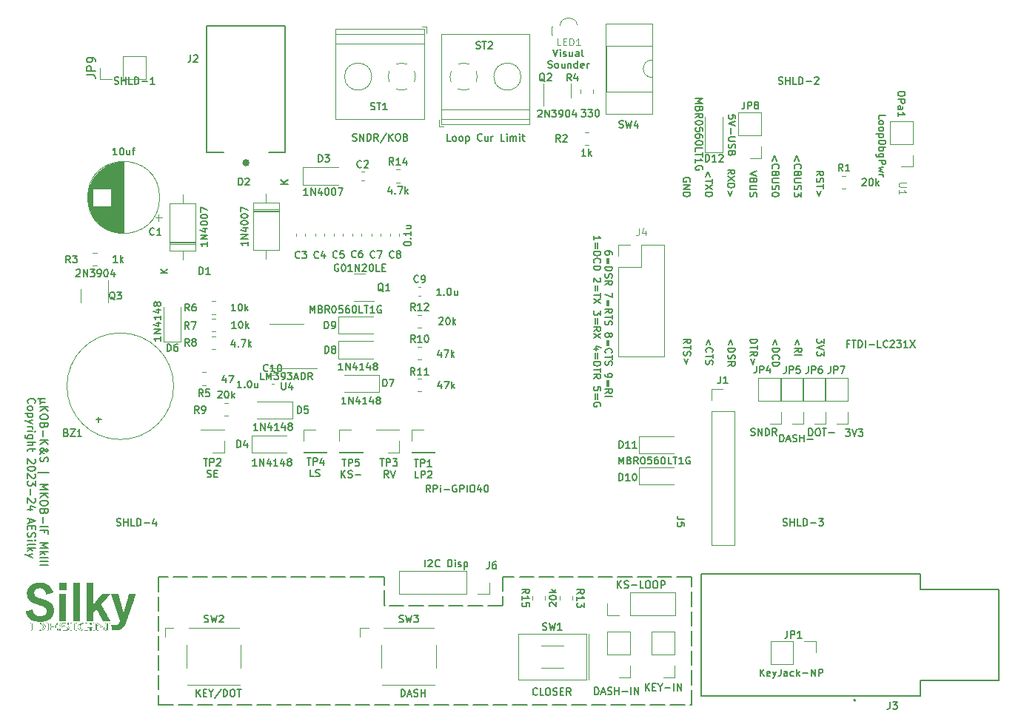
<source format=gbr>
%TF.GenerationSoftware,KiCad,Pcbnew,7.0.2*%
%TF.CreationDate,2024-04-06T10:45:21-07:00*%
%TF.ProjectId,MK-KS-MkIII,4d4b2d4b-532d-44d6-9b49-49492e6b6963,1.0*%
%TF.SameCoordinates,PX3a67068PY9f701d0*%
%TF.FileFunction,Legend,Top*%
%TF.FilePolarity,Positive*%
%FSLAX46Y46*%
G04 Gerber Fmt 4.6, Leading zero omitted, Abs format (unit mm)*
G04 Created by KiCad (PCBNEW 7.0.2) date 2024-04-06 10:45:21*
%MOMM*%
%LPD*%
G01*
G04 APERTURE LIST*
%ADD10C,0.150000*%
%ADD11C,0.127000*%
%ADD12C,0.100000*%
%ADD13C,0.120000*%
%ADD14C,0.200000*%
%ADD15C,0.400000*%
G04 APERTURE END LIST*
D10*
X11646600Y10279800D02*
X11646600Y8629800D01*
X11646600Y8029800D02*
X11646600Y6379800D01*
X11646600Y5779800D02*
X11646600Y4129800D01*
X11646600Y3529800D02*
X11646600Y1879800D01*
X11646600Y1279800D02*
X11646600Y-370200D01*
X11646600Y-970200D02*
X11646600Y-2620200D01*
X11646600Y-3220200D02*
X11646600Y-4325200D01*
X11646600Y-4325200D02*
X13296600Y-4325200D01*
X13896600Y-4325200D02*
X15546600Y-4325200D01*
X16146600Y-4325200D02*
X17796600Y-4325200D01*
X18396600Y-4325200D02*
X20046600Y-4325200D01*
X20646600Y-4325200D02*
X22296600Y-4325200D01*
X22896600Y-4325200D02*
X24546600Y-4325200D01*
X25146600Y-4325200D02*
X26796600Y-4325200D01*
X27396600Y-4325200D02*
X29046600Y-4325200D01*
X29646600Y-4325200D02*
X31296600Y-4325200D01*
X31896600Y-4325200D02*
X33546600Y-4325200D01*
X34146600Y-4325200D02*
X35796600Y-4325200D01*
X36396600Y-4325200D02*
X38046600Y-4325200D01*
X38646600Y-4325200D02*
X40296600Y-4325200D01*
X40896600Y-4325200D02*
X42546600Y-4325200D01*
X43146600Y-4325200D02*
X44796600Y-4325200D01*
X45396600Y-4325200D02*
X47046600Y-4325200D01*
X47646600Y-4325200D02*
X49296600Y-4325200D01*
X49896600Y-4325200D02*
X51546600Y-4325200D01*
X52146600Y-4325200D02*
X53796600Y-4325200D01*
X54396600Y-4325200D02*
X56046600Y-4325200D01*
X56646600Y-4325200D02*
X58296600Y-4325200D01*
X58896600Y-4325200D02*
X60546600Y-4325200D01*
X61146600Y-4325200D02*
X62796600Y-4325200D01*
X63396600Y-4325200D02*
X65046600Y-4325200D01*
X65646600Y-4325200D02*
X67296600Y-4325200D01*
X67896600Y-4325200D02*
X69546600Y-4325200D01*
X70146600Y-4325200D02*
X71796600Y-4325200D01*
X72396600Y-4325200D02*
X72606600Y-4325200D01*
X72606600Y-4325200D02*
X72606600Y-2675200D01*
X72606600Y-2075200D02*
X72606600Y-425200D01*
X72606600Y174800D02*
X72606600Y1824800D01*
X72606600Y2424800D02*
X72606600Y4074800D01*
X72606600Y4674800D02*
X72606600Y6324800D01*
X72606600Y6924800D02*
X72606600Y8574800D01*
X72606600Y9174800D02*
X72606600Y10279800D01*
X72606600Y10279800D02*
X72565600Y10320800D01*
X72565600Y10320800D02*
X70915600Y10320800D01*
X70315600Y10320800D02*
X68665600Y10320800D01*
X68065600Y10320800D02*
X66415600Y10320800D01*
X65815600Y10320800D02*
X64165600Y10320800D01*
X63565600Y10320800D02*
X61915600Y10320800D01*
X61315600Y10320800D02*
X59665600Y10320800D01*
X59065600Y10320800D02*
X57415600Y10320800D01*
X56815600Y10320800D02*
X55165600Y10320800D01*
X54565600Y10320800D02*
X52915600Y10320800D01*
X52315600Y10320800D02*
X51043600Y10320800D01*
X51043600Y10320800D02*
X51035600Y10312800D01*
X51035600Y10312800D02*
X51035600Y8662800D01*
X51035600Y8062800D02*
X51035600Y7039800D01*
X51035600Y7039800D02*
X50942600Y6946800D01*
X50942600Y6946800D02*
X49292600Y6946800D01*
X48692600Y6946800D02*
X47042600Y6946800D01*
X46442600Y6946800D02*
X44792600Y6946800D01*
X44192600Y6946800D02*
X42542600Y6946800D01*
X41942600Y6946800D02*
X40292600Y6946800D01*
X39692600Y6946800D02*
X38042600Y6946800D01*
X37583600Y6946800D02*
X37457600Y7072800D01*
X37457600Y7072800D02*
X37457600Y8722800D01*
X37457600Y9322800D02*
X37457600Y10307800D01*
X37457600Y10307800D02*
X35807600Y10307800D01*
X35207600Y10307800D02*
X33557600Y10307800D01*
X32957600Y10307800D02*
X31307600Y10307800D01*
X30707600Y10307800D02*
X29057600Y10307800D01*
X28457600Y10307800D02*
X26807600Y10307800D01*
X26207600Y10307800D02*
X24557600Y10307800D01*
X23957600Y10307800D02*
X22307600Y10307800D01*
X21707600Y10307800D02*
X20057600Y10307800D01*
X19457600Y10307800D02*
X17807600Y10307800D01*
X17207600Y10307800D02*
X15557600Y10307800D01*
X14957600Y10307800D02*
X13307600Y10307800D01*
X12707600Y10307800D02*
X11674600Y10307800D01*
X11674600Y10307800D02*
X11646600Y10279800D01*
X63523784Y47202171D02*
X63523784Y47356933D01*
X63523784Y47356933D02*
X63485094Y47434314D01*
X63485094Y47434314D02*
X63446403Y47473004D01*
X63446403Y47473004D02*
X63330332Y47550385D01*
X63330332Y47550385D02*
X63175570Y47589076D01*
X63175570Y47589076D02*
X62866046Y47589076D01*
X62866046Y47589076D02*
X62788665Y47550385D01*
X62788665Y47550385D02*
X62749975Y47511695D01*
X62749975Y47511695D02*
X62711284Y47434314D01*
X62711284Y47434314D02*
X62711284Y47279552D01*
X62711284Y47279552D02*
X62749975Y47202171D01*
X62749975Y47202171D02*
X62788665Y47163480D01*
X62788665Y47163480D02*
X62866046Y47124790D01*
X62866046Y47124790D02*
X63059498Y47124790D01*
X63059498Y47124790D02*
X63136879Y47163480D01*
X63136879Y47163480D02*
X63175570Y47202171D01*
X63175570Y47202171D02*
X63214260Y47279552D01*
X63214260Y47279552D02*
X63214260Y47434314D01*
X63214260Y47434314D02*
X63175570Y47511695D01*
X63175570Y47511695D02*
X63136879Y47550385D01*
X63136879Y47550385D02*
X63059498Y47589076D01*
X63136879Y46776575D02*
X63136879Y46157527D01*
X62904736Y46157527D02*
X62904736Y46776575D01*
X62711284Y45770623D02*
X63523784Y45770623D01*
X63523784Y45770623D02*
X63523784Y45577171D01*
X63523784Y45577171D02*
X63485094Y45461099D01*
X63485094Y45461099D02*
X63407713Y45383718D01*
X63407713Y45383718D02*
X63330332Y45345028D01*
X63330332Y45345028D02*
X63175570Y45306337D01*
X63175570Y45306337D02*
X63059498Y45306337D01*
X63059498Y45306337D02*
X62904736Y45345028D01*
X62904736Y45345028D02*
X62827355Y45383718D01*
X62827355Y45383718D02*
X62749975Y45461099D01*
X62749975Y45461099D02*
X62711284Y45577171D01*
X62711284Y45577171D02*
X62711284Y45770623D01*
X62749975Y44996814D02*
X62711284Y44880742D01*
X62711284Y44880742D02*
X62711284Y44687290D01*
X62711284Y44687290D02*
X62749975Y44609909D01*
X62749975Y44609909D02*
X62788665Y44571218D01*
X62788665Y44571218D02*
X62866046Y44532528D01*
X62866046Y44532528D02*
X62943427Y44532528D01*
X62943427Y44532528D02*
X63020808Y44571218D01*
X63020808Y44571218D02*
X63059498Y44609909D01*
X63059498Y44609909D02*
X63098189Y44687290D01*
X63098189Y44687290D02*
X63136879Y44842052D01*
X63136879Y44842052D02*
X63175570Y44919433D01*
X63175570Y44919433D02*
X63214260Y44958123D01*
X63214260Y44958123D02*
X63291641Y44996814D01*
X63291641Y44996814D02*
X63369022Y44996814D01*
X63369022Y44996814D02*
X63446403Y44958123D01*
X63446403Y44958123D02*
X63485094Y44919433D01*
X63485094Y44919433D02*
X63523784Y44842052D01*
X63523784Y44842052D02*
X63523784Y44648599D01*
X63523784Y44648599D02*
X63485094Y44532528D01*
X62711284Y43720027D02*
X63098189Y43990861D01*
X62711284Y44184313D02*
X63523784Y44184313D01*
X63523784Y44184313D02*
X63523784Y43874789D01*
X63523784Y43874789D02*
X63485094Y43797408D01*
X63485094Y43797408D02*
X63446403Y43758718D01*
X63446403Y43758718D02*
X63369022Y43720027D01*
X63369022Y43720027D02*
X63252951Y43720027D01*
X63252951Y43720027D02*
X63175570Y43758718D01*
X63175570Y43758718D02*
X63136879Y43797408D01*
X63136879Y43797408D02*
X63098189Y43874789D01*
X63098189Y43874789D02*
X63098189Y44184313D01*
X63523784Y42830146D02*
X63523784Y42288479D01*
X63523784Y42288479D02*
X62711284Y42636694D01*
X63136879Y41978955D02*
X63136879Y41359907D01*
X62904736Y41359907D02*
X62904736Y41978955D01*
X62711284Y40508717D02*
X63098189Y40779551D01*
X62711284Y40973003D02*
X63523784Y40973003D01*
X63523784Y40973003D02*
X63523784Y40663479D01*
X63523784Y40663479D02*
X63485094Y40586098D01*
X63485094Y40586098D02*
X63446403Y40547408D01*
X63446403Y40547408D02*
X63369022Y40508717D01*
X63369022Y40508717D02*
X63252951Y40508717D01*
X63252951Y40508717D02*
X63175570Y40547408D01*
X63175570Y40547408D02*
X63136879Y40586098D01*
X63136879Y40586098D02*
X63098189Y40663479D01*
X63098189Y40663479D02*
X63098189Y40973003D01*
X63523784Y40276575D02*
X63523784Y39812289D01*
X62711284Y40044432D02*
X63523784Y40044432D01*
X62749975Y39580146D02*
X62711284Y39464074D01*
X62711284Y39464074D02*
X62711284Y39270622D01*
X62711284Y39270622D02*
X62749975Y39193241D01*
X62749975Y39193241D02*
X62788665Y39154550D01*
X62788665Y39154550D02*
X62866046Y39115860D01*
X62866046Y39115860D02*
X62943427Y39115860D01*
X62943427Y39115860D02*
X63020808Y39154550D01*
X63020808Y39154550D02*
X63059498Y39193241D01*
X63059498Y39193241D02*
X63098189Y39270622D01*
X63098189Y39270622D02*
X63136879Y39425384D01*
X63136879Y39425384D02*
X63175570Y39502765D01*
X63175570Y39502765D02*
X63214260Y39541455D01*
X63214260Y39541455D02*
X63291641Y39580146D01*
X63291641Y39580146D02*
X63369022Y39580146D01*
X63369022Y39580146D02*
X63446403Y39541455D01*
X63446403Y39541455D02*
X63485094Y39502765D01*
X63485094Y39502765D02*
X63523784Y39425384D01*
X63523784Y39425384D02*
X63523784Y39231931D01*
X63523784Y39231931D02*
X63485094Y39115860D01*
X63175570Y38032526D02*
X63214260Y38109907D01*
X63214260Y38109907D02*
X63252951Y38148597D01*
X63252951Y38148597D02*
X63330332Y38187288D01*
X63330332Y38187288D02*
X63369022Y38187288D01*
X63369022Y38187288D02*
X63446403Y38148597D01*
X63446403Y38148597D02*
X63485094Y38109907D01*
X63485094Y38109907D02*
X63523784Y38032526D01*
X63523784Y38032526D02*
X63523784Y37877764D01*
X63523784Y37877764D02*
X63485094Y37800383D01*
X63485094Y37800383D02*
X63446403Y37761692D01*
X63446403Y37761692D02*
X63369022Y37723002D01*
X63369022Y37723002D02*
X63330332Y37723002D01*
X63330332Y37723002D02*
X63252951Y37761692D01*
X63252951Y37761692D02*
X63214260Y37800383D01*
X63214260Y37800383D02*
X63175570Y37877764D01*
X63175570Y37877764D02*
X63175570Y38032526D01*
X63175570Y38032526D02*
X63136879Y38109907D01*
X63136879Y38109907D02*
X63098189Y38148597D01*
X63098189Y38148597D02*
X63020808Y38187288D01*
X63020808Y38187288D02*
X62866046Y38187288D01*
X62866046Y38187288D02*
X62788665Y38148597D01*
X62788665Y38148597D02*
X62749975Y38109907D01*
X62749975Y38109907D02*
X62711284Y38032526D01*
X62711284Y38032526D02*
X62711284Y37877764D01*
X62711284Y37877764D02*
X62749975Y37800383D01*
X62749975Y37800383D02*
X62788665Y37761692D01*
X62788665Y37761692D02*
X62866046Y37723002D01*
X62866046Y37723002D02*
X63020808Y37723002D01*
X63020808Y37723002D02*
X63098189Y37761692D01*
X63098189Y37761692D02*
X63136879Y37800383D01*
X63136879Y37800383D02*
X63175570Y37877764D01*
X63136879Y37374787D02*
X63136879Y36755739D01*
X62904736Y36755739D02*
X62904736Y37374787D01*
X62788665Y35904549D02*
X62749975Y35943240D01*
X62749975Y35943240D02*
X62711284Y36059311D01*
X62711284Y36059311D02*
X62711284Y36136692D01*
X62711284Y36136692D02*
X62749975Y36252764D01*
X62749975Y36252764D02*
X62827355Y36330145D01*
X62827355Y36330145D02*
X62904736Y36368835D01*
X62904736Y36368835D02*
X63059498Y36407526D01*
X63059498Y36407526D02*
X63175570Y36407526D01*
X63175570Y36407526D02*
X63330332Y36368835D01*
X63330332Y36368835D02*
X63407713Y36330145D01*
X63407713Y36330145D02*
X63485094Y36252764D01*
X63485094Y36252764D02*
X63523784Y36136692D01*
X63523784Y36136692D02*
X63523784Y36059311D01*
X63523784Y36059311D02*
X63485094Y35943240D01*
X63485094Y35943240D02*
X63446403Y35904549D01*
X63523784Y35672407D02*
X63523784Y35208121D01*
X62711284Y35440264D02*
X63523784Y35440264D01*
X62749975Y34975978D02*
X62711284Y34859906D01*
X62711284Y34859906D02*
X62711284Y34666454D01*
X62711284Y34666454D02*
X62749975Y34589073D01*
X62749975Y34589073D02*
X62788665Y34550382D01*
X62788665Y34550382D02*
X62866046Y34511692D01*
X62866046Y34511692D02*
X62943427Y34511692D01*
X62943427Y34511692D02*
X63020808Y34550382D01*
X63020808Y34550382D02*
X63059498Y34589073D01*
X63059498Y34589073D02*
X63098189Y34666454D01*
X63098189Y34666454D02*
X63136879Y34821216D01*
X63136879Y34821216D02*
X63175570Y34898597D01*
X63175570Y34898597D02*
X63214260Y34937287D01*
X63214260Y34937287D02*
X63291641Y34975978D01*
X63291641Y34975978D02*
X63369022Y34975978D01*
X63369022Y34975978D02*
X63446403Y34937287D01*
X63446403Y34937287D02*
X63485094Y34898597D01*
X63485094Y34898597D02*
X63523784Y34821216D01*
X63523784Y34821216D02*
X63523784Y34627763D01*
X63523784Y34627763D02*
X63485094Y34511692D01*
X62711284Y33505739D02*
X62711284Y33350977D01*
X62711284Y33350977D02*
X62749975Y33273596D01*
X62749975Y33273596D02*
X62788665Y33234905D01*
X62788665Y33234905D02*
X62904736Y33157524D01*
X62904736Y33157524D02*
X63059498Y33118834D01*
X63059498Y33118834D02*
X63369022Y33118834D01*
X63369022Y33118834D02*
X63446403Y33157524D01*
X63446403Y33157524D02*
X63485094Y33196215D01*
X63485094Y33196215D02*
X63523784Y33273596D01*
X63523784Y33273596D02*
X63523784Y33428358D01*
X63523784Y33428358D02*
X63485094Y33505739D01*
X63485094Y33505739D02*
X63446403Y33544429D01*
X63446403Y33544429D02*
X63369022Y33583120D01*
X63369022Y33583120D02*
X63175570Y33583120D01*
X63175570Y33583120D02*
X63098189Y33544429D01*
X63098189Y33544429D02*
X63059498Y33505739D01*
X63059498Y33505739D02*
X63020808Y33428358D01*
X63020808Y33428358D02*
X63020808Y33273596D01*
X63020808Y33273596D02*
X63059498Y33196215D01*
X63059498Y33196215D02*
X63098189Y33157524D01*
X63098189Y33157524D02*
X63175570Y33118834D01*
X63136879Y32770619D02*
X63136879Y32151571D01*
X62904736Y32151571D02*
X62904736Y32770619D01*
X62711284Y31300381D02*
X63098189Y31571215D01*
X62711284Y31764667D02*
X63523784Y31764667D01*
X63523784Y31764667D02*
X63523784Y31455143D01*
X63523784Y31455143D02*
X63485094Y31377762D01*
X63485094Y31377762D02*
X63446403Y31339072D01*
X63446403Y31339072D02*
X63369022Y31300381D01*
X63369022Y31300381D02*
X63252951Y31300381D01*
X63252951Y31300381D02*
X63175570Y31339072D01*
X63175570Y31339072D02*
X63136879Y31377762D01*
X63136879Y31377762D02*
X63098189Y31455143D01*
X63098189Y31455143D02*
X63098189Y31764667D01*
X62711284Y30952167D02*
X63523784Y30952167D01*
X61395034Y48865862D02*
X61395034Y49330148D01*
X61395034Y49098005D02*
X62207534Y49098005D01*
X62207534Y49098005D02*
X62091463Y49175386D01*
X62091463Y49175386D02*
X62014082Y49252767D01*
X62014082Y49252767D02*
X61975391Y49330148D01*
X61820629Y48517647D02*
X61820629Y47898599D01*
X61588486Y47898599D02*
X61588486Y48517647D01*
X61395034Y47511695D02*
X62207534Y47511695D01*
X62207534Y47511695D02*
X62207534Y47318243D01*
X62207534Y47318243D02*
X62168844Y47202171D01*
X62168844Y47202171D02*
X62091463Y47124790D01*
X62091463Y47124790D02*
X62014082Y47086100D01*
X62014082Y47086100D02*
X61859320Y47047409D01*
X61859320Y47047409D02*
X61743248Y47047409D01*
X61743248Y47047409D02*
X61588486Y47086100D01*
X61588486Y47086100D02*
X61511105Y47124790D01*
X61511105Y47124790D02*
X61433725Y47202171D01*
X61433725Y47202171D02*
X61395034Y47318243D01*
X61395034Y47318243D02*
X61395034Y47511695D01*
X61472415Y46234909D02*
X61433725Y46273600D01*
X61433725Y46273600D02*
X61395034Y46389671D01*
X61395034Y46389671D02*
X61395034Y46467052D01*
X61395034Y46467052D02*
X61433725Y46583124D01*
X61433725Y46583124D02*
X61511105Y46660505D01*
X61511105Y46660505D02*
X61588486Y46699195D01*
X61588486Y46699195D02*
X61743248Y46737886D01*
X61743248Y46737886D02*
X61859320Y46737886D01*
X61859320Y46737886D02*
X62014082Y46699195D01*
X62014082Y46699195D02*
X62091463Y46660505D01*
X62091463Y46660505D02*
X62168844Y46583124D01*
X62168844Y46583124D02*
X62207534Y46467052D01*
X62207534Y46467052D02*
X62207534Y46389671D01*
X62207534Y46389671D02*
X62168844Y46273600D01*
X62168844Y46273600D02*
X62130153Y46234909D01*
X61395034Y45886695D02*
X62207534Y45886695D01*
X62207534Y45886695D02*
X62207534Y45693243D01*
X62207534Y45693243D02*
X62168844Y45577171D01*
X62168844Y45577171D02*
X62091463Y45499790D01*
X62091463Y45499790D02*
X62014082Y45461100D01*
X62014082Y45461100D02*
X61859320Y45422409D01*
X61859320Y45422409D02*
X61743248Y45422409D01*
X61743248Y45422409D02*
X61588486Y45461100D01*
X61588486Y45461100D02*
X61511105Y45499790D01*
X61511105Y45499790D02*
X61433725Y45577171D01*
X61433725Y45577171D02*
X61395034Y45693243D01*
X61395034Y45693243D02*
X61395034Y45886695D01*
X62130153Y44493838D02*
X62168844Y44455147D01*
X62168844Y44455147D02*
X62207534Y44377766D01*
X62207534Y44377766D02*
X62207534Y44184314D01*
X62207534Y44184314D02*
X62168844Y44106933D01*
X62168844Y44106933D02*
X62130153Y44068242D01*
X62130153Y44068242D02*
X62052772Y44029552D01*
X62052772Y44029552D02*
X61975391Y44029552D01*
X61975391Y44029552D02*
X61859320Y44068242D01*
X61859320Y44068242D02*
X61395034Y44532528D01*
X61395034Y44532528D02*
X61395034Y44029552D01*
X61820629Y43681337D02*
X61820629Y43062289D01*
X61588486Y43062289D02*
X61588486Y43681337D01*
X62207534Y42791457D02*
X62207534Y42327171D01*
X61395034Y42559314D02*
X62207534Y42559314D01*
X62207534Y42133718D02*
X61395034Y41592051D01*
X62207534Y41592051D02*
X61395034Y42133718D01*
X62207534Y40740860D02*
X62207534Y40237884D01*
X62207534Y40237884D02*
X61898010Y40508717D01*
X61898010Y40508717D02*
X61898010Y40392646D01*
X61898010Y40392646D02*
X61859320Y40315265D01*
X61859320Y40315265D02*
X61820629Y40276574D01*
X61820629Y40276574D02*
X61743248Y40237884D01*
X61743248Y40237884D02*
X61549796Y40237884D01*
X61549796Y40237884D02*
X61472415Y40276574D01*
X61472415Y40276574D02*
X61433725Y40315265D01*
X61433725Y40315265D02*
X61395034Y40392646D01*
X61395034Y40392646D02*
X61395034Y40624789D01*
X61395034Y40624789D02*
X61433725Y40702170D01*
X61433725Y40702170D02*
X61472415Y40740860D01*
X61820629Y39889669D02*
X61820629Y39270621D01*
X61588486Y39270621D02*
X61588486Y39889669D01*
X61395034Y38419431D02*
X61781939Y38690265D01*
X61395034Y38883717D02*
X62207534Y38883717D01*
X62207534Y38883717D02*
X62207534Y38574193D01*
X62207534Y38574193D02*
X62168844Y38496812D01*
X62168844Y38496812D02*
X62130153Y38458122D01*
X62130153Y38458122D02*
X62052772Y38419431D01*
X62052772Y38419431D02*
X61936701Y38419431D01*
X61936701Y38419431D02*
X61859320Y38458122D01*
X61859320Y38458122D02*
X61820629Y38496812D01*
X61820629Y38496812D02*
X61781939Y38574193D01*
X61781939Y38574193D02*
X61781939Y38883717D01*
X62207534Y38148598D02*
X61395034Y37606931D01*
X62207534Y37606931D02*
X61395034Y38148598D01*
X61936701Y36330145D02*
X61395034Y36330145D01*
X62246225Y36523597D02*
X61665867Y36717050D01*
X61665867Y36717050D02*
X61665867Y36214073D01*
X61820629Y35904549D02*
X61820629Y35285501D01*
X61588486Y35285501D02*
X61588486Y35904549D01*
X61395034Y34898597D02*
X62207534Y34898597D01*
X62207534Y34898597D02*
X62207534Y34705145D01*
X62207534Y34705145D02*
X62168844Y34589073D01*
X62168844Y34589073D02*
X62091463Y34511692D01*
X62091463Y34511692D02*
X62014082Y34473002D01*
X62014082Y34473002D02*
X61859320Y34434311D01*
X61859320Y34434311D02*
X61743248Y34434311D01*
X61743248Y34434311D02*
X61588486Y34473002D01*
X61588486Y34473002D02*
X61511105Y34511692D01*
X61511105Y34511692D02*
X61433725Y34589073D01*
X61433725Y34589073D02*
X61395034Y34705145D01*
X61395034Y34705145D02*
X61395034Y34898597D01*
X62207534Y34202169D02*
X62207534Y33737883D01*
X61395034Y33970026D02*
X62207534Y33970026D01*
X61395034Y33002763D02*
X61781939Y33273597D01*
X61395034Y33467049D02*
X62207534Y33467049D01*
X62207534Y33467049D02*
X62207534Y33157525D01*
X62207534Y33157525D02*
X62168844Y33080144D01*
X62168844Y33080144D02*
X62130153Y33041454D01*
X62130153Y33041454D02*
X62052772Y33002763D01*
X62052772Y33002763D02*
X61936701Y33002763D01*
X61936701Y33002763D02*
X61859320Y33041454D01*
X61859320Y33041454D02*
X61820629Y33080144D01*
X61820629Y33080144D02*
X61781939Y33157525D01*
X61781939Y33157525D02*
X61781939Y33467049D01*
X62207534Y31648596D02*
X62207534Y32035501D01*
X62207534Y32035501D02*
X61820629Y32074192D01*
X61820629Y32074192D02*
X61859320Y32035501D01*
X61859320Y32035501D02*
X61898010Y31958120D01*
X61898010Y31958120D02*
X61898010Y31764668D01*
X61898010Y31764668D02*
X61859320Y31687287D01*
X61859320Y31687287D02*
X61820629Y31648596D01*
X61820629Y31648596D02*
X61743248Y31609906D01*
X61743248Y31609906D02*
X61549796Y31609906D01*
X61549796Y31609906D02*
X61472415Y31648596D01*
X61472415Y31648596D02*
X61433725Y31687287D01*
X61433725Y31687287D02*
X61395034Y31764668D01*
X61395034Y31764668D02*
X61395034Y31958120D01*
X61395034Y31958120D02*
X61433725Y32035501D01*
X61433725Y32035501D02*
X61472415Y32074192D01*
X61820629Y31261691D02*
X61820629Y30642643D01*
X61588486Y30642643D02*
X61588486Y31261691D01*
X62168844Y29830144D02*
X62207534Y29907525D01*
X62207534Y29907525D02*
X62207534Y30023596D01*
X62207534Y30023596D02*
X62168844Y30139668D01*
X62168844Y30139668D02*
X62091463Y30217049D01*
X62091463Y30217049D02*
X62014082Y30255739D01*
X62014082Y30255739D02*
X61859320Y30294430D01*
X61859320Y30294430D02*
X61743248Y30294430D01*
X61743248Y30294430D02*
X61588486Y30255739D01*
X61588486Y30255739D02*
X61511105Y30217049D01*
X61511105Y30217049D02*
X61433725Y30139668D01*
X61433725Y30139668D02*
X61395034Y30023596D01*
X61395034Y30023596D02*
X61395034Y29946215D01*
X61395034Y29946215D02*
X61433725Y29830144D01*
X61433725Y29830144D02*
X61472415Y29791453D01*
X61472415Y29791453D02*
X61743248Y29791453D01*
X61743248Y29791453D02*
X61743248Y29946215D01*
X-1288758Y30688134D02*
X-2177758Y30688134D01*
X-1754425Y30264800D02*
X-1839091Y30222467D01*
X-1839091Y30222467D02*
X-1881425Y30137800D01*
X-1754425Y30688134D02*
X-1839091Y30645800D01*
X-1839091Y30645800D02*
X-1881425Y30561134D01*
X-1881425Y30561134D02*
X-1881425Y30391800D01*
X-1881425Y30391800D02*
X-1839091Y30307134D01*
X-1839091Y30307134D02*
X-1754425Y30264800D01*
X-1754425Y30264800D02*
X-1288758Y30264800D01*
X-1881425Y29756801D02*
X-992425Y29756801D01*
X-1881425Y29248801D02*
X-1373425Y29629801D01*
X-992425Y29248801D02*
X-1500425Y29756801D01*
X-992425Y28698467D02*
X-992425Y28529134D01*
X-992425Y28529134D02*
X-1034758Y28444467D01*
X-1034758Y28444467D02*
X-1119425Y28359801D01*
X-1119425Y28359801D02*
X-1288758Y28317467D01*
X-1288758Y28317467D02*
X-1585091Y28317467D01*
X-1585091Y28317467D02*
X-1754425Y28359801D01*
X-1754425Y28359801D02*
X-1839091Y28444467D01*
X-1839091Y28444467D02*
X-1881425Y28529134D01*
X-1881425Y28529134D02*
X-1881425Y28698467D01*
X-1881425Y28698467D02*
X-1839091Y28783134D01*
X-1839091Y28783134D02*
X-1754425Y28867801D01*
X-1754425Y28867801D02*
X-1585091Y28910134D01*
X-1585091Y28910134D02*
X-1288758Y28910134D01*
X-1288758Y28910134D02*
X-1119425Y28867801D01*
X-1119425Y28867801D02*
X-1034758Y28783134D01*
X-1034758Y28783134D02*
X-992425Y28698467D01*
X-1415758Y27640134D02*
X-1458091Y27513134D01*
X-1458091Y27513134D02*
X-1500425Y27470801D01*
X-1500425Y27470801D02*
X-1585091Y27428468D01*
X-1585091Y27428468D02*
X-1712091Y27428468D01*
X-1712091Y27428468D02*
X-1796758Y27470801D01*
X-1796758Y27470801D02*
X-1839091Y27513134D01*
X-1839091Y27513134D02*
X-1881425Y27597801D01*
X-1881425Y27597801D02*
X-1881425Y27936468D01*
X-1881425Y27936468D02*
X-992425Y27936468D01*
X-992425Y27936468D02*
X-992425Y27640134D01*
X-992425Y27640134D02*
X-1034758Y27555468D01*
X-1034758Y27555468D02*
X-1077091Y27513134D01*
X-1077091Y27513134D02*
X-1161758Y27470801D01*
X-1161758Y27470801D02*
X-1246425Y27470801D01*
X-1246425Y27470801D02*
X-1331091Y27513134D01*
X-1331091Y27513134D02*
X-1373425Y27555468D01*
X-1373425Y27555468D02*
X-1415758Y27640134D01*
X-1415758Y27640134D02*
X-1415758Y27936468D01*
X-1542758Y27047468D02*
X-1542758Y26370134D01*
X-1881425Y25946801D02*
X-992425Y25946801D01*
X-1881425Y25438801D02*
X-1373425Y25819801D01*
X-992425Y25438801D02*
X-1500425Y25946801D01*
X-1881425Y24338134D02*
X-1881425Y24380467D01*
X-1881425Y24380467D02*
X-1839091Y24465134D01*
X-1839091Y24465134D02*
X-1712091Y24592134D01*
X-1712091Y24592134D02*
X-1458091Y24803801D01*
X-1458091Y24803801D02*
X-1331091Y24888467D01*
X-1331091Y24888467D02*
X-1204091Y24930801D01*
X-1204091Y24930801D02*
X-1119425Y24930801D01*
X-1119425Y24930801D02*
X-1034758Y24888467D01*
X-1034758Y24888467D02*
X-992425Y24803801D01*
X-992425Y24803801D02*
X-992425Y24761467D01*
X-992425Y24761467D02*
X-1034758Y24676801D01*
X-1034758Y24676801D02*
X-1119425Y24634467D01*
X-1119425Y24634467D02*
X-1161758Y24634467D01*
X-1161758Y24634467D02*
X-1246425Y24676801D01*
X-1246425Y24676801D02*
X-1288758Y24719134D01*
X-1288758Y24719134D02*
X-1458091Y24973134D01*
X-1458091Y24973134D02*
X-1500425Y25015467D01*
X-1500425Y25015467D02*
X-1585091Y25057801D01*
X-1585091Y25057801D02*
X-1712091Y25057801D01*
X-1712091Y25057801D02*
X-1796758Y25015467D01*
X-1796758Y25015467D02*
X-1839091Y24973134D01*
X-1839091Y24973134D02*
X-1881425Y24888467D01*
X-1881425Y24888467D02*
X-1881425Y24761467D01*
X-1881425Y24761467D02*
X-1839091Y24676801D01*
X-1839091Y24676801D02*
X-1796758Y24634467D01*
X-1796758Y24634467D02*
X-1627425Y24507467D01*
X-1627425Y24507467D02*
X-1500425Y24465134D01*
X-1500425Y24465134D02*
X-1415758Y24465134D01*
X-1839091Y23999467D02*
X-1881425Y23872467D01*
X-1881425Y23872467D02*
X-1881425Y23660800D01*
X-1881425Y23660800D02*
X-1839091Y23576134D01*
X-1839091Y23576134D02*
X-1796758Y23533800D01*
X-1796758Y23533800D02*
X-1712091Y23491467D01*
X-1712091Y23491467D02*
X-1627425Y23491467D01*
X-1627425Y23491467D02*
X-1542758Y23533800D01*
X-1542758Y23533800D02*
X-1500425Y23576134D01*
X-1500425Y23576134D02*
X-1458091Y23660800D01*
X-1458091Y23660800D02*
X-1415758Y23830134D01*
X-1415758Y23830134D02*
X-1373425Y23914800D01*
X-1373425Y23914800D02*
X-1331091Y23957134D01*
X-1331091Y23957134D02*
X-1246425Y23999467D01*
X-1246425Y23999467D02*
X-1161758Y23999467D01*
X-1161758Y23999467D02*
X-1077091Y23957134D01*
X-1077091Y23957134D02*
X-1034758Y23914800D01*
X-1034758Y23914800D02*
X-992425Y23830134D01*
X-992425Y23830134D02*
X-992425Y23618467D01*
X-992425Y23618467D02*
X-1034758Y23491467D01*
X-2177758Y22221467D02*
X-907758Y22221467D01*
X-1881425Y20909134D02*
X-992425Y20909134D01*
X-992425Y20909134D02*
X-1627425Y20612800D01*
X-1627425Y20612800D02*
X-992425Y20316467D01*
X-992425Y20316467D02*
X-1881425Y20316467D01*
X-1881425Y19893134D02*
X-992425Y19893134D01*
X-1881425Y19385134D02*
X-1373425Y19766134D01*
X-992425Y19385134D02*
X-1500425Y19893134D01*
X-992425Y18834800D02*
X-992425Y18665467D01*
X-992425Y18665467D02*
X-1034758Y18580800D01*
X-1034758Y18580800D02*
X-1119425Y18496134D01*
X-1119425Y18496134D02*
X-1288758Y18453800D01*
X-1288758Y18453800D02*
X-1585091Y18453800D01*
X-1585091Y18453800D02*
X-1754425Y18496134D01*
X-1754425Y18496134D02*
X-1839091Y18580800D01*
X-1839091Y18580800D02*
X-1881425Y18665467D01*
X-1881425Y18665467D02*
X-1881425Y18834800D01*
X-1881425Y18834800D02*
X-1839091Y18919467D01*
X-1839091Y18919467D02*
X-1754425Y19004134D01*
X-1754425Y19004134D02*
X-1585091Y19046467D01*
X-1585091Y19046467D02*
X-1288758Y19046467D01*
X-1288758Y19046467D02*
X-1119425Y19004134D01*
X-1119425Y19004134D02*
X-1034758Y18919467D01*
X-1034758Y18919467D02*
X-992425Y18834800D01*
X-1415758Y17776467D02*
X-1458091Y17649467D01*
X-1458091Y17649467D02*
X-1500425Y17607134D01*
X-1500425Y17607134D02*
X-1585091Y17564801D01*
X-1585091Y17564801D02*
X-1712091Y17564801D01*
X-1712091Y17564801D02*
X-1796758Y17607134D01*
X-1796758Y17607134D02*
X-1839091Y17649467D01*
X-1839091Y17649467D02*
X-1881425Y17734134D01*
X-1881425Y17734134D02*
X-1881425Y18072801D01*
X-1881425Y18072801D02*
X-992425Y18072801D01*
X-992425Y18072801D02*
X-992425Y17776467D01*
X-992425Y17776467D02*
X-1034758Y17691801D01*
X-1034758Y17691801D02*
X-1077091Y17649467D01*
X-1077091Y17649467D02*
X-1161758Y17607134D01*
X-1161758Y17607134D02*
X-1246425Y17607134D01*
X-1246425Y17607134D02*
X-1331091Y17649467D01*
X-1331091Y17649467D02*
X-1373425Y17691801D01*
X-1373425Y17691801D02*
X-1415758Y17776467D01*
X-1415758Y17776467D02*
X-1415758Y18072801D01*
X-1542758Y17183801D02*
X-1542758Y16506467D01*
X-1881425Y16083134D02*
X-992425Y16083134D01*
X-1415758Y15363467D02*
X-1415758Y15659801D01*
X-1881425Y15659801D02*
X-992425Y15659801D01*
X-992425Y15659801D02*
X-992425Y15236467D01*
X-1881425Y14220468D02*
X-992425Y14220468D01*
X-992425Y14220468D02*
X-1627425Y13924134D01*
X-1627425Y13924134D02*
X-992425Y13627801D01*
X-992425Y13627801D02*
X-1881425Y13627801D01*
X-1881425Y13204468D02*
X-992425Y13204468D01*
X-1542758Y13119801D02*
X-1881425Y12865801D01*
X-1288758Y12865801D02*
X-1627425Y13204468D01*
X-1881425Y12484801D02*
X-992425Y12484801D01*
X-1881425Y12061468D02*
X-992425Y12061468D01*
X-1881425Y11638135D02*
X-992425Y11638135D01*
X-3236938Y30180134D02*
X-3279271Y30222467D01*
X-3279271Y30222467D02*
X-3321605Y30349467D01*
X-3321605Y30349467D02*
X-3321605Y30434134D01*
X-3321605Y30434134D02*
X-3279271Y30561134D01*
X-3279271Y30561134D02*
X-3194605Y30645800D01*
X-3194605Y30645800D02*
X-3109938Y30688134D01*
X-3109938Y30688134D02*
X-2940605Y30730467D01*
X-2940605Y30730467D02*
X-2813605Y30730467D01*
X-2813605Y30730467D02*
X-2644271Y30688134D01*
X-2644271Y30688134D02*
X-2559605Y30645800D01*
X-2559605Y30645800D02*
X-2474938Y30561134D01*
X-2474938Y30561134D02*
X-2432605Y30434134D01*
X-2432605Y30434134D02*
X-2432605Y30349467D01*
X-2432605Y30349467D02*
X-2474938Y30222467D01*
X-2474938Y30222467D02*
X-2517271Y30180134D01*
X-3321605Y29672134D02*
X-3279271Y29756800D01*
X-3279271Y29756800D02*
X-3236938Y29799134D01*
X-3236938Y29799134D02*
X-3152271Y29841467D01*
X-3152271Y29841467D02*
X-2898271Y29841467D01*
X-2898271Y29841467D02*
X-2813605Y29799134D01*
X-2813605Y29799134D02*
X-2771271Y29756800D01*
X-2771271Y29756800D02*
X-2728938Y29672134D01*
X-2728938Y29672134D02*
X-2728938Y29545134D01*
X-2728938Y29545134D02*
X-2771271Y29460467D01*
X-2771271Y29460467D02*
X-2813605Y29418134D01*
X-2813605Y29418134D02*
X-2898271Y29375800D01*
X-2898271Y29375800D02*
X-3152271Y29375800D01*
X-3152271Y29375800D02*
X-3236938Y29418134D01*
X-3236938Y29418134D02*
X-3279271Y29460467D01*
X-3279271Y29460467D02*
X-3321605Y29545134D01*
X-3321605Y29545134D02*
X-3321605Y29672134D01*
X-2728938Y28994801D02*
X-3617938Y28994801D01*
X-2771271Y28994801D02*
X-2728938Y28910134D01*
X-2728938Y28910134D02*
X-2728938Y28740801D01*
X-2728938Y28740801D02*
X-2771271Y28656134D01*
X-2771271Y28656134D02*
X-2813605Y28613801D01*
X-2813605Y28613801D02*
X-2898271Y28571467D01*
X-2898271Y28571467D02*
X-3152271Y28571467D01*
X-3152271Y28571467D02*
X-3236938Y28613801D01*
X-3236938Y28613801D02*
X-3279271Y28656134D01*
X-3279271Y28656134D02*
X-3321605Y28740801D01*
X-3321605Y28740801D02*
X-3321605Y28910134D01*
X-3321605Y28910134D02*
X-3279271Y28994801D01*
X-2728938Y28275134D02*
X-3321605Y28063468D01*
X-2728938Y27851801D02*
X-3321605Y28063468D01*
X-3321605Y28063468D02*
X-3533271Y28148134D01*
X-3533271Y28148134D02*
X-3575605Y28190468D01*
X-3575605Y28190468D02*
X-3617938Y28275134D01*
X-3321605Y27513135D02*
X-2728938Y27513135D01*
X-2898271Y27513135D02*
X-2813605Y27470801D01*
X-2813605Y27470801D02*
X-2771271Y27428468D01*
X-2771271Y27428468D02*
X-2728938Y27343801D01*
X-2728938Y27343801D02*
X-2728938Y27259135D01*
X-3321605Y26962802D02*
X-2728938Y26962802D01*
X-2432605Y26962802D02*
X-2474938Y27005135D01*
X-2474938Y27005135D02*
X-2517271Y26962802D01*
X-2517271Y26962802D02*
X-2474938Y26920468D01*
X-2474938Y26920468D02*
X-2432605Y26962802D01*
X-2432605Y26962802D02*
X-2517271Y26962802D01*
X-2728938Y26158469D02*
X-3448605Y26158469D01*
X-3448605Y26158469D02*
X-3533271Y26200802D01*
X-3533271Y26200802D02*
X-3575605Y26243135D01*
X-3575605Y26243135D02*
X-3617938Y26327802D01*
X-3617938Y26327802D02*
X-3617938Y26454802D01*
X-3617938Y26454802D02*
X-3575605Y26539469D01*
X-3279271Y26158469D02*
X-3321605Y26243135D01*
X-3321605Y26243135D02*
X-3321605Y26412469D01*
X-3321605Y26412469D02*
X-3279271Y26497135D01*
X-3279271Y26497135D02*
X-3236938Y26539469D01*
X-3236938Y26539469D02*
X-3152271Y26581802D01*
X-3152271Y26581802D02*
X-2898271Y26581802D01*
X-2898271Y26581802D02*
X-2813605Y26539469D01*
X-2813605Y26539469D02*
X-2771271Y26497135D01*
X-2771271Y26497135D02*
X-2728938Y26412469D01*
X-2728938Y26412469D02*
X-2728938Y26243135D01*
X-2728938Y26243135D02*
X-2771271Y26158469D01*
X-3321605Y25735136D02*
X-2432605Y25735136D01*
X-3321605Y25354136D02*
X-2855938Y25354136D01*
X-2855938Y25354136D02*
X-2771271Y25396469D01*
X-2771271Y25396469D02*
X-2728938Y25481136D01*
X-2728938Y25481136D02*
X-2728938Y25608136D01*
X-2728938Y25608136D02*
X-2771271Y25692802D01*
X-2771271Y25692802D02*
X-2813605Y25735136D01*
X-2728938Y25057803D02*
X-2728938Y24719136D01*
X-2432605Y24930803D02*
X-3194605Y24930803D01*
X-3194605Y24930803D02*
X-3279271Y24888469D01*
X-3279271Y24888469D02*
X-3321605Y24803803D01*
X-3321605Y24803803D02*
X-3321605Y24719136D01*
X-2517271Y23787803D02*
X-2474938Y23745470D01*
X-2474938Y23745470D02*
X-2432605Y23660803D01*
X-2432605Y23660803D02*
X-2432605Y23449136D01*
X-2432605Y23449136D02*
X-2474938Y23364470D01*
X-2474938Y23364470D02*
X-2517271Y23322136D01*
X-2517271Y23322136D02*
X-2601938Y23279803D01*
X-2601938Y23279803D02*
X-2686605Y23279803D01*
X-2686605Y23279803D02*
X-2813605Y23322136D01*
X-2813605Y23322136D02*
X-3321605Y23830136D01*
X-3321605Y23830136D02*
X-3321605Y23279803D01*
X-2432605Y22729469D02*
X-2432605Y22644803D01*
X-2432605Y22644803D02*
X-2474938Y22560136D01*
X-2474938Y22560136D02*
X-2517271Y22517803D01*
X-2517271Y22517803D02*
X-2601938Y22475469D01*
X-2601938Y22475469D02*
X-2771271Y22433136D01*
X-2771271Y22433136D02*
X-2982938Y22433136D01*
X-2982938Y22433136D02*
X-3152271Y22475469D01*
X-3152271Y22475469D02*
X-3236938Y22517803D01*
X-3236938Y22517803D02*
X-3279271Y22560136D01*
X-3279271Y22560136D02*
X-3321605Y22644803D01*
X-3321605Y22644803D02*
X-3321605Y22729469D01*
X-3321605Y22729469D02*
X-3279271Y22814136D01*
X-3279271Y22814136D02*
X-3236938Y22856469D01*
X-3236938Y22856469D02*
X-3152271Y22898803D01*
X-3152271Y22898803D02*
X-2982938Y22941136D01*
X-2982938Y22941136D02*
X-2771271Y22941136D01*
X-2771271Y22941136D02*
X-2601938Y22898803D01*
X-2601938Y22898803D02*
X-2517271Y22856469D01*
X-2517271Y22856469D02*
X-2474938Y22814136D01*
X-2474938Y22814136D02*
X-2432605Y22729469D01*
X-2517271Y22094469D02*
X-2474938Y22052136D01*
X-2474938Y22052136D02*
X-2432605Y21967469D01*
X-2432605Y21967469D02*
X-2432605Y21755802D01*
X-2432605Y21755802D02*
X-2474938Y21671136D01*
X-2474938Y21671136D02*
X-2517271Y21628802D01*
X-2517271Y21628802D02*
X-2601938Y21586469D01*
X-2601938Y21586469D02*
X-2686605Y21586469D01*
X-2686605Y21586469D02*
X-2813605Y21628802D01*
X-2813605Y21628802D02*
X-3321605Y22136802D01*
X-3321605Y22136802D02*
X-3321605Y21586469D01*
X-2432605Y21290135D02*
X-2432605Y20739802D01*
X-2432605Y20739802D02*
X-2771271Y21036135D01*
X-2771271Y21036135D02*
X-2771271Y20909135D01*
X-2771271Y20909135D02*
X-2813605Y20824469D01*
X-2813605Y20824469D02*
X-2855938Y20782135D01*
X-2855938Y20782135D02*
X-2940605Y20739802D01*
X-2940605Y20739802D02*
X-3152271Y20739802D01*
X-3152271Y20739802D02*
X-3236938Y20782135D01*
X-3236938Y20782135D02*
X-3279271Y20824469D01*
X-3279271Y20824469D02*
X-3321605Y20909135D01*
X-3321605Y20909135D02*
X-3321605Y21163135D01*
X-3321605Y21163135D02*
X-3279271Y21247802D01*
X-3279271Y21247802D02*
X-3236938Y21290135D01*
X-2982938Y20358802D02*
X-2982938Y19681468D01*
X-2517271Y19300468D02*
X-2474938Y19258135D01*
X-2474938Y19258135D02*
X-2432605Y19173468D01*
X-2432605Y19173468D02*
X-2432605Y18961801D01*
X-2432605Y18961801D02*
X-2474938Y18877135D01*
X-2474938Y18877135D02*
X-2517271Y18834801D01*
X-2517271Y18834801D02*
X-2601938Y18792468D01*
X-2601938Y18792468D02*
X-2686605Y18792468D01*
X-2686605Y18792468D02*
X-2813605Y18834801D01*
X-2813605Y18834801D02*
X-3321605Y19342801D01*
X-3321605Y19342801D02*
X-3321605Y18792468D01*
X-2728938Y18030468D02*
X-3321605Y18030468D01*
X-2390271Y18242134D02*
X-3025271Y18453801D01*
X-3025271Y18453801D02*
X-3025271Y17903468D01*
X-3067605Y16929801D02*
X-3067605Y16506468D01*
X-3321605Y17014468D02*
X-2432605Y16718134D01*
X-2432605Y16718134D02*
X-3321605Y16421801D01*
X-2855938Y16125468D02*
X-2855938Y15829134D01*
X-3321605Y15702134D02*
X-3321605Y16125468D01*
X-3321605Y16125468D02*
X-2432605Y16125468D01*
X-2432605Y16125468D02*
X-2432605Y15702134D01*
X-3279271Y15363468D02*
X-3321605Y15236468D01*
X-3321605Y15236468D02*
X-3321605Y15024801D01*
X-3321605Y15024801D02*
X-3279271Y14940135D01*
X-3279271Y14940135D02*
X-3236938Y14897801D01*
X-3236938Y14897801D02*
X-3152271Y14855468D01*
X-3152271Y14855468D02*
X-3067605Y14855468D01*
X-3067605Y14855468D02*
X-2982938Y14897801D01*
X-2982938Y14897801D02*
X-2940605Y14940135D01*
X-2940605Y14940135D02*
X-2898271Y15024801D01*
X-2898271Y15024801D02*
X-2855938Y15194135D01*
X-2855938Y15194135D02*
X-2813605Y15278801D01*
X-2813605Y15278801D02*
X-2771271Y15321135D01*
X-2771271Y15321135D02*
X-2686605Y15363468D01*
X-2686605Y15363468D02*
X-2601938Y15363468D01*
X-2601938Y15363468D02*
X-2517271Y15321135D01*
X-2517271Y15321135D02*
X-2474938Y15278801D01*
X-2474938Y15278801D02*
X-2432605Y15194135D01*
X-2432605Y15194135D02*
X-2432605Y14982468D01*
X-2432605Y14982468D02*
X-2474938Y14855468D01*
X-3321605Y14474468D02*
X-2728938Y14474468D01*
X-2432605Y14474468D02*
X-2474938Y14516801D01*
X-2474938Y14516801D02*
X-2517271Y14474468D01*
X-2517271Y14474468D02*
X-2474938Y14432134D01*
X-2474938Y14432134D02*
X-2432605Y14474468D01*
X-2432605Y14474468D02*
X-2517271Y14474468D01*
X-3321605Y13924135D02*
X-3279271Y14008801D01*
X-3279271Y14008801D02*
X-3194605Y14051135D01*
X-3194605Y14051135D02*
X-2432605Y14051135D01*
X-3321605Y13585468D02*
X-2432605Y13585468D01*
X-2982938Y13500801D02*
X-3321605Y13246801D01*
X-2728938Y13246801D02*
X-3067605Y13585468D01*
X-2728938Y12950467D02*
X-3321605Y12738801D01*
X-2728938Y12527134D02*
X-3321605Y12738801D01*
X-3321605Y12738801D02*
X-3533271Y12823467D01*
X-3533271Y12823467D02*
X-3575605Y12865801D01*
X-3575605Y12865801D02*
X-3617938Y12950467D01*
D11*
X56756886Y70671808D02*
X57027819Y69859008D01*
X57027819Y69859008D02*
X57298753Y70671808D01*
X57569686Y69859008D02*
X57569686Y70400874D01*
X57569686Y70671808D02*
X57530982Y70633103D01*
X57530982Y70633103D02*
X57569686Y70594398D01*
X57569686Y70594398D02*
X57608391Y70633103D01*
X57608391Y70633103D02*
X57569686Y70671808D01*
X57569686Y70671808D02*
X57569686Y70594398D01*
X57918030Y69897712D02*
X57995439Y69859008D01*
X57995439Y69859008D02*
X58150258Y69859008D01*
X58150258Y69859008D02*
X58227668Y69897712D01*
X58227668Y69897712D02*
X58266372Y69975122D01*
X58266372Y69975122D02*
X58266372Y70013827D01*
X58266372Y70013827D02*
X58227668Y70091236D01*
X58227668Y70091236D02*
X58150258Y70129941D01*
X58150258Y70129941D02*
X58034144Y70129941D01*
X58034144Y70129941D02*
X57956734Y70168646D01*
X57956734Y70168646D02*
X57918030Y70246055D01*
X57918030Y70246055D02*
X57918030Y70284760D01*
X57918030Y70284760D02*
X57956734Y70362170D01*
X57956734Y70362170D02*
X58034144Y70400874D01*
X58034144Y70400874D02*
X58150258Y70400874D01*
X58150258Y70400874D02*
X58227668Y70362170D01*
X58963058Y70400874D02*
X58963058Y69859008D01*
X58614715Y70400874D02*
X58614715Y69975122D01*
X58614715Y69975122D02*
X58653420Y69897712D01*
X58653420Y69897712D02*
X58730830Y69859008D01*
X58730830Y69859008D02*
X58846944Y69859008D01*
X58846944Y69859008D02*
X58924353Y69897712D01*
X58924353Y69897712D02*
X58963058Y69936417D01*
X59698448Y69859008D02*
X59698448Y70284760D01*
X59698448Y70284760D02*
X59659743Y70362170D01*
X59659743Y70362170D02*
X59582334Y70400874D01*
X59582334Y70400874D02*
X59427515Y70400874D01*
X59427515Y70400874D02*
X59350105Y70362170D01*
X59698448Y69897712D02*
X59621039Y69859008D01*
X59621039Y69859008D02*
X59427515Y69859008D01*
X59427515Y69859008D02*
X59350105Y69897712D01*
X59350105Y69897712D02*
X59311401Y69975122D01*
X59311401Y69975122D02*
X59311401Y70052532D01*
X59311401Y70052532D02*
X59350105Y70129941D01*
X59350105Y70129941D02*
X59427515Y70168646D01*
X59427515Y70168646D02*
X59621039Y70168646D01*
X59621039Y70168646D02*
X59698448Y70207351D01*
X60201610Y69859008D02*
X60124200Y69897712D01*
X60124200Y69897712D02*
X60085495Y69975122D01*
X60085495Y69975122D02*
X60085495Y70671808D01*
X56195668Y68580976D02*
X56311782Y68542272D01*
X56311782Y68542272D02*
X56505306Y68542272D01*
X56505306Y68542272D02*
X56582715Y68580976D01*
X56582715Y68580976D02*
X56621420Y68619681D01*
X56621420Y68619681D02*
X56660125Y68697091D01*
X56660125Y68697091D02*
X56660125Y68774500D01*
X56660125Y68774500D02*
X56621420Y68851910D01*
X56621420Y68851910D02*
X56582715Y68890615D01*
X56582715Y68890615D02*
X56505306Y68929319D01*
X56505306Y68929319D02*
X56350487Y68968024D01*
X56350487Y68968024D02*
X56273077Y69006729D01*
X56273077Y69006729D02*
X56234372Y69045434D01*
X56234372Y69045434D02*
X56195668Y69122843D01*
X56195668Y69122843D02*
X56195668Y69200253D01*
X56195668Y69200253D02*
X56234372Y69277662D01*
X56234372Y69277662D02*
X56273077Y69316367D01*
X56273077Y69316367D02*
X56350487Y69355072D01*
X56350487Y69355072D02*
X56544010Y69355072D01*
X56544010Y69355072D02*
X56660125Y69316367D01*
X57124582Y68542272D02*
X57047172Y68580976D01*
X57047172Y68580976D02*
X57008467Y68619681D01*
X57008467Y68619681D02*
X56969763Y68697091D01*
X56969763Y68697091D02*
X56969763Y68929319D01*
X56969763Y68929319D02*
X57008467Y69006729D01*
X57008467Y69006729D02*
X57047172Y69045434D01*
X57047172Y69045434D02*
X57124582Y69084138D01*
X57124582Y69084138D02*
X57240696Y69084138D01*
X57240696Y69084138D02*
X57318105Y69045434D01*
X57318105Y69045434D02*
X57356810Y69006729D01*
X57356810Y69006729D02*
X57395515Y68929319D01*
X57395515Y68929319D02*
X57395515Y68697091D01*
X57395515Y68697091D02*
X57356810Y68619681D01*
X57356810Y68619681D02*
X57318105Y68580976D01*
X57318105Y68580976D02*
X57240696Y68542272D01*
X57240696Y68542272D02*
X57124582Y68542272D01*
X58092200Y69084138D02*
X58092200Y68542272D01*
X57743857Y69084138D02*
X57743857Y68658386D01*
X57743857Y68658386D02*
X57782562Y68580976D01*
X57782562Y68580976D02*
X57859972Y68542272D01*
X57859972Y68542272D02*
X57976086Y68542272D01*
X57976086Y68542272D02*
X58053495Y68580976D01*
X58053495Y68580976D02*
X58092200Y68619681D01*
X58479247Y69084138D02*
X58479247Y68542272D01*
X58479247Y69006729D02*
X58517952Y69045434D01*
X58517952Y69045434D02*
X58595362Y69084138D01*
X58595362Y69084138D02*
X58711476Y69084138D01*
X58711476Y69084138D02*
X58788885Y69045434D01*
X58788885Y69045434D02*
X58827590Y68968024D01*
X58827590Y68968024D02*
X58827590Y68542272D01*
X59562980Y68542272D02*
X59562980Y69355072D01*
X59562980Y68580976D02*
X59485571Y68542272D01*
X59485571Y68542272D02*
X59330752Y68542272D01*
X59330752Y68542272D02*
X59253342Y68580976D01*
X59253342Y68580976D02*
X59214637Y68619681D01*
X59214637Y68619681D02*
X59175933Y68697091D01*
X59175933Y68697091D02*
X59175933Y68929319D01*
X59175933Y68929319D02*
X59214637Y69006729D01*
X59214637Y69006729D02*
X59253342Y69045434D01*
X59253342Y69045434D02*
X59330752Y69084138D01*
X59330752Y69084138D02*
X59485571Y69084138D01*
X59485571Y69084138D02*
X59562980Y69045434D01*
X60259665Y68580976D02*
X60182256Y68542272D01*
X60182256Y68542272D02*
X60027437Y68542272D01*
X60027437Y68542272D02*
X59950027Y68580976D01*
X59950027Y68580976D02*
X59911323Y68658386D01*
X59911323Y68658386D02*
X59911323Y68968024D01*
X59911323Y68968024D02*
X59950027Y69045434D01*
X59950027Y69045434D02*
X60027437Y69084138D01*
X60027437Y69084138D02*
X60182256Y69084138D01*
X60182256Y69084138D02*
X60259665Y69045434D01*
X60259665Y69045434D02*
X60298370Y68968024D01*
X60298370Y68968024D02*
X60298370Y68890615D01*
X60298370Y68890615D02*
X59911323Y68813205D01*
X60646713Y68542272D02*
X60646713Y69084138D01*
X60646713Y68929319D02*
X60685418Y69006729D01*
X60685418Y69006729D02*
X60724123Y69045434D01*
X60724123Y69045434D02*
X60801532Y69084138D01*
X60801532Y69084138D02*
X60878942Y69084138D01*
D10*
%TO.C,JP9*%
X3443619Y67742667D02*
X4157904Y67742667D01*
X4157904Y67742667D02*
X4300761Y67695048D01*
X4300761Y67695048D02*
X4396000Y67599810D01*
X4396000Y67599810D02*
X4443619Y67456953D01*
X4443619Y67456953D02*
X4443619Y67361715D01*
X4443619Y68218858D02*
X3443619Y68218858D01*
X3443619Y68218858D02*
X3443619Y68599810D01*
X3443619Y68599810D02*
X3491238Y68695048D01*
X3491238Y68695048D02*
X3538857Y68742667D01*
X3538857Y68742667D02*
X3634095Y68790286D01*
X3634095Y68790286D02*
X3776952Y68790286D01*
X3776952Y68790286D02*
X3872190Y68742667D01*
X3872190Y68742667D02*
X3919809Y68695048D01*
X3919809Y68695048D02*
X3967428Y68599810D01*
X3967428Y68599810D02*
X3967428Y68218858D01*
X4443619Y69266477D02*
X4443619Y69456953D01*
X4443619Y69456953D02*
X4396000Y69552191D01*
X4396000Y69552191D02*
X4348380Y69599810D01*
X4348380Y69599810D02*
X4205523Y69695048D01*
X4205523Y69695048D02*
X4015047Y69742667D01*
X4015047Y69742667D02*
X3634095Y69742667D01*
X3634095Y69742667D02*
X3538857Y69695048D01*
X3538857Y69695048D02*
X3491238Y69647429D01*
X3491238Y69647429D02*
X3443619Y69552191D01*
X3443619Y69552191D02*
X3443619Y69361715D01*
X3443619Y69361715D02*
X3491238Y69266477D01*
X3491238Y69266477D02*
X3538857Y69218858D01*
X3538857Y69218858D02*
X3634095Y69171239D01*
X3634095Y69171239D02*
X3872190Y69171239D01*
X3872190Y69171239D02*
X3967428Y69218858D01*
X3967428Y69218858D02*
X4015047Y69266477D01*
X4015047Y69266477D02*
X4062666Y69361715D01*
X4062666Y69361715D02*
X4062666Y69552191D01*
X4062666Y69552191D02*
X4015047Y69647429D01*
X4015047Y69647429D02*
X3967428Y69695048D01*
X3967428Y69695048D02*
X3872190Y69742667D01*
%TO.C,OP1*%
X64130618Y9006784D02*
X64130618Y9819584D01*
X64595075Y9006784D02*
X64246733Y9471241D01*
X64595075Y9819584D02*
X64130618Y9355127D01*
X64904714Y9045488D02*
X65020828Y9006784D01*
X65020828Y9006784D02*
X65214352Y9006784D01*
X65214352Y9006784D02*
X65291761Y9045488D01*
X65291761Y9045488D02*
X65330466Y9084193D01*
X65330466Y9084193D02*
X65369171Y9161603D01*
X65369171Y9161603D02*
X65369171Y9239012D01*
X65369171Y9239012D02*
X65330466Y9316422D01*
X65330466Y9316422D02*
X65291761Y9355127D01*
X65291761Y9355127D02*
X65214352Y9393831D01*
X65214352Y9393831D02*
X65059533Y9432536D01*
X65059533Y9432536D02*
X64982123Y9471241D01*
X64982123Y9471241D02*
X64943418Y9509946D01*
X64943418Y9509946D02*
X64904714Y9587355D01*
X64904714Y9587355D02*
X64904714Y9664765D01*
X64904714Y9664765D02*
X64943418Y9742174D01*
X64943418Y9742174D02*
X64982123Y9780879D01*
X64982123Y9780879D02*
X65059533Y9819584D01*
X65059533Y9819584D02*
X65253056Y9819584D01*
X65253056Y9819584D02*
X65369171Y9780879D01*
X65717513Y9316422D02*
X66336790Y9316422D01*
X67110885Y9006784D02*
X66723837Y9006784D01*
X66723837Y9006784D02*
X66723837Y9819584D01*
X67536637Y9819584D02*
X67691456Y9819584D01*
X67691456Y9819584D02*
X67768866Y9780879D01*
X67768866Y9780879D02*
X67846275Y9703469D01*
X67846275Y9703469D02*
X67884980Y9548650D01*
X67884980Y9548650D02*
X67884980Y9277717D01*
X67884980Y9277717D02*
X67846275Y9122898D01*
X67846275Y9122898D02*
X67768866Y9045488D01*
X67768866Y9045488D02*
X67691456Y9006784D01*
X67691456Y9006784D02*
X67536637Y9006784D01*
X67536637Y9006784D02*
X67459228Y9045488D01*
X67459228Y9045488D02*
X67381818Y9122898D01*
X67381818Y9122898D02*
X67343114Y9277717D01*
X67343114Y9277717D02*
X67343114Y9548650D01*
X67343114Y9548650D02*
X67381818Y9703469D01*
X67381818Y9703469D02*
X67459228Y9780879D01*
X67459228Y9780879D02*
X67536637Y9819584D01*
X68388142Y9819584D02*
X68542961Y9819584D01*
X68542961Y9819584D02*
X68620371Y9780879D01*
X68620371Y9780879D02*
X68697780Y9703469D01*
X68697780Y9703469D02*
X68736485Y9548650D01*
X68736485Y9548650D02*
X68736485Y9277717D01*
X68736485Y9277717D02*
X68697780Y9122898D01*
X68697780Y9122898D02*
X68620371Y9045488D01*
X68620371Y9045488D02*
X68542961Y9006784D01*
X68542961Y9006784D02*
X68388142Y9006784D01*
X68388142Y9006784D02*
X68310733Y9045488D01*
X68310733Y9045488D02*
X68233323Y9122898D01*
X68233323Y9122898D02*
X68194619Y9277717D01*
X68194619Y9277717D02*
X68194619Y9548650D01*
X68194619Y9548650D02*
X68233323Y9703469D01*
X68233323Y9703469D02*
X68310733Y9780879D01*
X68310733Y9780879D02*
X68388142Y9819584D01*
X69084828Y9006784D02*
X69084828Y9819584D01*
X69084828Y9819584D02*
X69394466Y9819584D01*
X69394466Y9819584D02*
X69471876Y9780879D01*
X69471876Y9780879D02*
X69510581Y9742174D01*
X69510581Y9742174D02*
X69549285Y9664765D01*
X69549285Y9664765D02*
X69549285Y9548650D01*
X69549285Y9548650D02*
X69510581Y9471241D01*
X69510581Y9471241D02*
X69471876Y9432536D01*
X69471876Y9432536D02*
X69394466Y9393831D01*
X69394466Y9393831D02*
X69084828Y9393831D01*
%TO.C,D2*%
X20807676Y55136784D02*
X20807676Y55949584D01*
X20807676Y55949584D02*
X21001200Y55949584D01*
X21001200Y55949584D02*
X21117314Y55910879D01*
X21117314Y55910879D02*
X21194724Y55833469D01*
X21194724Y55833469D02*
X21233429Y55756060D01*
X21233429Y55756060D02*
X21272133Y55601241D01*
X21272133Y55601241D02*
X21272133Y55485127D01*
X21272133Y55485127D02*
X21233429Y55330308D01*
X21233429Y55330308D02*
X21194724Y55252898D01*
X21194724Y55252898D02*
X21117314Y55175488D01*
X21117314Y55175488D02*
X21001200Y55136784D01*
X21001200Y55136784D02*
X20807676Y55136784D01*
X21581772Y55872174D02*
X21620476Y55910879D01*
X21620476Y55910879D02*
X21697886Y55949584D01*
X21697886Y55949584D02*
X21891410Y55949584D01*
X21891410Y55949584D02*
X21968819Y55910879D01*
X21968819Y55910879D02*
X22007524Y55872174D01*
X22007524Y55872174D02*
X22046229Y55794765D01*
X22046229Y55794765D02*
X22046229Y55717355D01*
X22046229Y55717355D02*
X22007524Y55601241D01*
X22007524Y55601241D02*
X21543067Y55136784D01*
X21543067Y55136784D02*
X22046229Y55136784D01*
X21861616Y48665087D02*
X21861616Y48200630D01*
X21861616Y48432858D02*
X21048816Y48432858D01*
X21048816Y48432858D02*
X21164931Y48355449D01*
X21164931Y48355449D02*
X21242340Y48278039D01*
X21242340Y48278039D02*
X21281045Y48200630D01*
X21861616Y49013429D02*
X21048816Y49013429D01*
X21048816Y49013429D02*
X21861616Y49477886D01*
X21861616Y49477886D02*
X21048816Y49477886D01*
X21319750Y50213277D02*
X21861616Y50213277D01*
X21010112Y50019753D02*
X21590683Y49826230D01*
X21590683Y49826230D02*
X21590683Y50329391D01*
X21048816Y50793848D02*
X21048816Y50871258D01*
X21048816Y50871258D02*
X21087521Y50948667D01*
X21087521Y50948667D02*
X21126226Y50987372D01*
X21126226Y50987372D02*
X21203635Y51026077D01*
X21203635Y51026077D02*
X21358454Y51064782D01*
X21358454Y51064782D02*
X21551978Y51064782D01*
X21551978Y51064782D02*
X21706797Y51026077D01*
X21706797Y51026077D02*
X21784207Y50987372D01*
X21784207Y50987372D02*
X21822912Y50948667D01*
X21822912Y50948667D02*
X21861616Y50871258D01*
X21861616Y50871258D02*
X21861616Y50793848D01*
X21861616Y50793848D02*
X21822912Y50716439D01*
X21822912Y50716439D02*
X21784207Y50677734D01*
X21784207Y50677734D02*
X21706797Y50639029D01*
X21706797Y50639029D02*
X21551978Y50600325D01*
X21551978Y50600325D02*
X21358454Y50600325D01*
X21358454Y50600325D02*
X21203635Y50639029D01*
X21203635Y50639029D02*
X21126226Y50677734D01*
X21126226Y50677734D02*
X21087521Y50716439D01*
X21087521Y50716439D02*
X21048816Y50793848D01*
X21048816Y51567943D02*
X21048816Y51645353D01*
X21048816Y51645353D02*
X21087521Y51722762D01*
X21087521Y51722762D02*
X21126226Y51761467D01*
X21126226Y51761467D02*
X21203635Y51800172D01*
X21203635Y51800172D02*
X21358454Y51838877D01*
X21358454Y51838877D02*
X21551978Y51838877D01*
X21551978Y51838877D02*
X21706797Y51800172D01*
X21706797Y51800172D02*
X21784207Y51761467D01*
X21784207Y51761467D02*
X21822912Y51722762D01*
X21822912Y51722762D02*
X21861616Y51645353D01*
X21861616Y51645353D02*
X21861616Y51567943D01*
X21861616Y51567943D02*
X21822912Y51490534D01*
X21822912Y51490534D02*
X21784207Y51451829D01*
X21784207Y51451829D02*
X21706797Y51413124D01*
X21706797Y51413124D02*
X21551978Y51374420D01*
X21551978Y51374420D02*
X21358454Y51374420D01*
X21358454Y51374420D02*
X21203635Y51413124D01*
X21203635Y51413124D02*
X21126226Y51451829D01*
X21126226Y51451829D02*
X21087521Y51490534D01*
X21087521Y51490534D02*
X21048816Y51567943D01*
X21048816Y52109810D02*
X21048816Y52651676D01*
X21048816Y52651676D02*
X21861616Y52303334D01*
X26431616Y55273924D02*
X25618816Y55273924D01*
X26431616Y55738381D02*
X25967159Y55390039D01*
X25618816Y55738381D02*
X26083273Y55273924D01*
%TO.C,D1*%
X16292676Y44933784D02*
X16292676Y45746584D01*
X16292676Y45746584D02*
X16486200Y45746584D01*
X16486200Y45746584D02*
X16602314Y45707879D01*
X16602314Y45707879D02*
X16679724Y45630469D01*
X16679724Y45630469D02*
X16718429Y45553060D01*
X16718429Y45553060D02*
X16757133Y45398241D01*
X16757133Y45398241D02*
X16757133Y45282127D01*
X16757133Y45282127D02*
X16718429Y45127308D01*
X16718429Y45127308D02*
X16679724Y45049898D01*
X16679724Y45049898D02*
X16602314Y44972488D01*
X16602314Y44972488D02*
X16486200Y44933784D01*
X16486200Y44933784D02*
X16292676Y44933784D01*
X17531229Y44933784D02*
X17066772Y44933784D01*
X17299000Y44933784D02*
X17299000Y45746584D01*
X17299000Y45746584D02*
X17221591Y45630469D01*
X17221591Y45630469D02*
X17144181Y45553060D01*
X17144181Y45553060D02*
X17066772Y45514355D01*
X17251616Y48615087D02*
X17251616Y48150630D01*
X17251616Y48382858D02*
X16438816Y48382858D01*
X16438816Y48382858D02*
X16554931Y48305449D01*
X16554931Y48305449D02*
X16632340Y48228039D01*
X16632340Y48228039D02*
X16671045Y48150630D01*
X17251616Y48963429D02*
X16438816Y48963429D01*
X16438816Y48963429D02*
X17251616Y49427886D01*
X17251616Y49427886D02*
X16438816Y49427886D01*
X16709750Y50163277D02*
X17251616Y50163277D01*
X16400112Y49969753D02*
X16980683Y49776230D01*
X16980683Y49776230D02*
X16980683Y50279391D01*
X16438816Y50743848D02*
X16438816Y50821258D01*
X16438816Y50821258D02*
X16477521Y50898667D01*
X16477521Y50898667D02*
X16516226Y50937372D01*
X16516226Y50937372D02*
X16593635Y50976077D01*
X16593635Y50976077D02*
X16748454Y51014782D01*
X16748454Y51014782D02*
X16941978Y51014782D01*
X16941978Y51014782D02*
X17096797Y50976077D01*
X17096797Y50976077D02*
X17174207Y50937372D01*
X17174207Y50937372D02*
X17212912Y50898667D01*
X17212912Y50898667D02*
X17251616Y50821258D01*
X17251616Y50821258D02*
X17251616Y50743848D01*
X17251616Y50743848D02*
X17212912Y50666439D01*
X17212912Y50666439D02*
X17174207Y50627734D01*
X17174207Y50627734D02*
X17096797Y50589029D01*
X17096797Y50589029D02*
X16941978Y50550325D01*
X16941978Y50550325D02*
X16748454Y50550325D01*
X16748454Y50550325D02*
X16593635Y50589029D01*
X16593635Y50589029D02*
X16516226Y50627734D01*
X16516226Y50627734D02*
X16477521Y50666439D01*
X16477521Y50666439D02*
X16438816Y50743848D01*
X16438816Y51517943D02*
X16438816Y51595353D01*
X16438816Y51595353D02*
X16477521Y51672762D01*
X16477521Y51672762D02*
X16516226Y51711467D01*
X16516226Y51711467D02*
X16593635Y51750172D01*
X16593635Y51750172D02*
X16748454Y51788877D01*
X16748454Y51788877D02*
X16941978Y51788877D01*
X16941978Y51788877D02*
X17096797Y51750172D01*
X17096797Y51750172D02*
X17174207Y51711467D01*
X17174207Y51711467D02*
X17212912Y51672762D01*
X17212912Y51672762D02*
X17251616Y51595353D01*
X17251616Y51595353D02*
X17251616Y51517943D01*
X17251616Y51517943D02*
X17212912Y51440534D01*
X17212912Y51440534D02*
X17174207Y51401829D01*
X17174207Y51401829D02*
X17096797Y51363124D01*
X17096797Y51363124D02*
X16941978Y51324420D01*
X16941978Y51324420D02*
X16748454Y51324420D01*
X16748454Y51324420D02*
X16593635Y51363124D01*
X16593635Y51363124D02*
X16516226Y51401829D01*
X16516226Y51401829D02*
X16477521Y51440534D01*
X16477521Y51440534D02*
X16438816Y51517943D01*
X16438816Y52059810D02*
X16438816Y52601676D01*
X16438816Y52601676D02*
X17251616Y52253334D01*
X12681616Y45063924D02*
X11868816Y45063924D01*
X12681616Y45528381D02*
X12217159Y45180039D01*
X11868816Y45528381D02*
X12333273Y45063924D01*
D12*
%TO.C,U1*%
X97113383Y55387077D02*
X96455402Y55387077D01*
X96455402Y55387077D02*
X96377992Y55348372D01*
X96377992Y55348372D02*
X96339288Y55309667D01*
X96339288Y55309667D02*
X96300583Y55232258D01*
X96300583Y55232258D02*
X96300583Y55077439D01*
X96300583Y55077439D02*
X96339288Y55000029D01*
X96339288Y55000029D02*
X96377992Y54961324D01*
X96377992Y54961324D02*
X96455402Y54922620D01*
X96455402Y54922620D02*
X97113383Y54922620D01*
X96300583Y54109819D02*
X96300583Y54574276D01*
X96300583Y54342048D02*
X97113383Y54342048D01*
X97113383Y54342048D02*
X96997268Y54419457D01*
X96997268Y54419457D02*
X96919859Y54496867D01*
X96919859Y54496867D02*
X96881154Y54574276D01*
D10*
X90637410Y36975536D02*
X90366476Y36975536D01*
X90366476Y36549784D02*
X90366476Y37362584D01*
X90366476Y37362584D02*
X90753524Y37362584D01*
X90947048Y37362584D02*
X91411505Y37362584D01*
X91179277Y36549784D02*
X91179277Y37362584D01*
X91682438Y36549784D02*
X91682438Y37362584D01*
X91682438Y37362584D02*
X91875962Y37362584D01*
X91875962Y37362584D02*
X91992076Y37323879D01*
X91992076Y37323879D02*
X92069486Y37246469D01*
X92069486Y37246469D02*
X92108191Y37169060D01*
X92108191Y37169060D02*
X92146895Y37014241D01*
X92146895Y37014241D02*
X92146895Y36898127D01*
X92146895Y36898127D02*
X92108191Y36743308D01*
X92108191Y36743308D02*
X92069486Y36665898D01*
X92069486Y36665898D02*
X91992076Y36588488D01*
X91992076Y36588488D02*
X91875962Y36549784D01*
X91875962Y36549784D02*
X91682438Y36549784D01*
X92495238Y36549784D02*
X92495238Y37362584D01*
X92882286Y36859422D02*
X93501563Y36859422D01*
X94275658Y36549784D02*
X93888610Y36549784D01*
X93888610Y36549784D02*
X93888610Y37362584D01*
X95011048Y36627193D02*
X94972344Y36588488D01*
X94972344Y36588488D02*
X94856229Y36549784D01*
X94856229Y36549784D02*
X94778820Y36549784D01*
X94778820Y36549784D02*
X94662706Y36588488D01*
X94662706Y36588488D02*
X94585296Y36665898D01*
X94585296Y36665898D02*
X94546591Y36743308D01*
X94546591Y36743308D02*
X94507887Y36898127D01*
X94507887Y36898127D02*
X94507887Y37014241D01*
X94507887Y37014241D02*
X94546591Y37169060D01*
X94546591Y37169060D02*
X94585296Y37246469D01*
X94585296Y37246469D02*
X94662706Y37323879D01*
X94662706Y37323879D02*
X94778820Y37362584D01*
X94778820Y37362584D02*
X94856229Y37362584D01*
X94856229Y37362584D02*
X94972344Y37323879D01*
X94972344Y37323879D02*
X95011048Y37285174D01*
X95320687Y37285174D02*
X95359391Y37323879D01*
X95359391Y37323879D02*
X95436801Y37362584D01*
X95436801Y37362584D02*
X95630325Y37362584D01*
X95630325Y37362584D02*
X95707734Y37323879D01*
X95707734Y37323879D02*
X95746439Y37285174D01*
X95746439Y37285174D02*
X95785144Y37207765D01*
X95785144Y37207765D02*
X95785144Y37130355D01*
X95785144Y37130355D02*
X95746439Y37014241D01*
X95746439Y37014241D02*
X95281982Y36549784D01*
X95281982Y36549784D02*
X95785144Y36549784D01*
X96056077Y37362584D02*
X96559239Y37362584D01*
X96559239Y37362584D02*
X96288305Y37052946D01*
X96288305Y37052946D02*
X96404420Y37052946D01*
X96404420Y37052946D02*
X96481829Y37014241D01*
X96481829Y37014241D02*
X96520534Y36975536D01*
X96520534Y36975536D02*
X96559239Y36898127D01*
X96559239Y36898127D02*
X96559239Y36704603D01*
X96559239Y36704603D02*
X96520534Y36627193D01*
X96520534Y36627193D02*
X96481829Y36588488D01*
X96481829Y36588488D02*
X96404420Y36549784D01*
X96404420Y36549784D02*
X96172191Y36549784D01*
X96172191Y36549784D02*
X96094782Y36588488D01*
X96094782Y36588488D02*
X96056077Y36627193D01*
X97333334Y36549784D02*
X96868877Y36549784D01*
X97101105Y36549784D02*
X97101105Y37362584D01*
X97101105Y37362584D02*
X97023696Y37246469D01*
X97023696Y37246469D02*
X96946286Y37169060D01*
X96946286Y37169060D02*
X96868877Y37130355D01*
X97604267Y37362584D02*
X98146133Y36549784D01*
X98146133Y37362584D02*
X97604267Y36549784D01*
X84916449Y36865000D02*
X84684221Y37484277D01*
X84684221Y37484277D02*
X84451992Y36865000D01*
X84374583Y36013496D02*
X84761630Y36284429D01*
X84374583Y36477953D02*
X85187383Y36477953D01*
X85187383Y36477953D02*
X85187383Y36168315D01*
X85187383Y36168315D02*
X85148678Y36090905D01*
X85148678Y36090905D02*
X85109973Y36052200D01*
X85109973Y36052200D02*
X85032564Y36013496D01*
X85032564Y36013496D02*
X84916449Y36013496D01*
X84916449Y36013496D02*
X84839040Y36052200D01*
X84839040Y36052200D02*
X84800335Y36090905D01*
X84800335Y36090905D02*
X84761630Y36168315D01*
X84761630Y36168315D02*
X84761630Y36477953D01*
X84374583Y35665153D02*
X85187383Y35665153D01*
X82330449Y57898619D02*
X82098221Y58517896D01*
X82098221Y58517896D02*
X81865992Y57898619D01*
X81865992Y57047115D02*
X81827288Y57085819D01*
X81827288Y57085819D02*
X81788583Y57201934D01*
X81788583Y57201934D02*
X81788583Y57279343D01*
X81788583Y57279343D02*
X81827288Y57395457D01*
X81827288Y57395457D02*
X81904697Y57472867D01*
X81904697Y57472867D02*
X81982107Y57511572D01*
X81982107Y57511572D02*
X82136926Y57550276D01*
X82136926Y57550276D02*
X82253040Y57550276D01*
X82253040Y57550276D02*
X82407859Y57511572D01*
X82407859Y57511572D02*
X82485268Y57472867D01*
X82485268Y57472867D02*
X82562678Y57395457D01*
X82562678Y57395457D02*
X82601383Y57279343D01*
X82601383Y57279343D02*
X82601383Y57201934D01*
X82601383Y57201934D02*
X82562678Y57085819D01*
X82562678Y57085819D02*
X82523973Y57047115D01*
X82214335Y56427838D02*
X82175630Y56311724D01*
X82175630Y56311724D02*
X82136926Y56273019D01*
X82136926Y56273019D02*
X82059516Y56234315D01*
X82059516Y56234315D02*
X81943402Y56234315D01*
X81943402Y56234315D02*
X81865992Y56273019D01*
X81865992Y56273019D02*
X81827288Y56311724D01*
X81827288Y56311724D02*
X81788583Y56389134D01*
X81788583Y56389134D02*
X81788583Y56698772D01*
X81788583Y56698772D02*
X82601383Y56698772D01*
X82601383Y56698772D02*
X82601383Y56427838D01*
X82601383Y56427838D02*
X82562678Y56350429D01*
X82562678Y56350429D02*
X82523973Y56311724D01*
X82523973Y56311724D02*
X82446564Y56273019D01*
X82446564Y56273019D02*
X82369154Y56273019D01*
X82369154Y56273019D02*
X82291745Y56311724D01*
X82291745Y56311724D02*
X82253040Y56350429D01*
X82253040Y56350429D02*
X82214335Y56427838D01*
X82214335Y56427838D02*
X82214335Y56698772D01*
X82601383Y55885972D02*
X81943402Y55885972D01*
X81943402Y55885972D02*
X81865992Y55847267D01*
X81865992Y55847267D02*
X81827288Y55808562D01*
X81827288Y55808562D02*
X81788583Y55731153D01*
X81788583Y55731153D02*
X81788583Y55576334D01*
X81788583Y55576334D02*
X81827288Y55498924D01*
X81827288Y55498924D02*
X81865992Y55460219D01*
X81865992Y55460219D02*
X81943402Y55421515D01*
X81943402Y55421515D02*
X82601383Y55421515D01*
X81827288Y55073171D02*
X81788583Y54957057D01*
X81788583Y54957057D02*
X81788583Y54763533D01*
X81788583Y54763533D02*
X81827288Y54686124D01*
X81827288Y54686124D02*
X81865992Y54647419D01*
X81865992Y54647419D02*
X81943402Y54608714D01*
X81943402Y54608714D02*
X82020811Y54608714D01*
X82020811Y54608714D02*
X82098221Y54647419D01*
X82098221Y54647419D02*
X82136926Y54686124D01*
X82136926Y54686124D02*
X82175630Y54763533D01*
X82175630Y54763533D02*
X82214335Y54918352D01*
X82214335Y54918352D02*
X82253040Y54995762D01*
X82253040Y54995762D02*
X82291745Y55034467D01*
X82291745Y55034467D02*
X82369154Y55073171D01*
X82369154Y55073171D02*
X82446564Y55073171D01*
X82446564Y55073171D02*
X82523973Y55034467D01*
X82523973Y55034467D02*
X82562678Y54995762D01*
X82562678Y54995762D02*
X82601383Y54918352D01*
X82601383Y54918352D02*
X82601383Y54724829D01*
X82601383Y54724829D02*
X82562678Y54608714D01*
X82601383Y54105553D02*
X82601383Y54028143D01*
X82601383Y54028143D02*
X82562678Y53950734D01*
X82562678Y53950734D02*
X82523973Y53912029D01*
X82523973Y53912029D02*
X82446564Y53873324D01*
X82446564Y53873324D02*
X82291745Y53834619D01*
X82291745Y53834619D02*
X82098221Y53834619D01*
X82098221Y53834619D02*
X81943402Y53873324D01*
X81943402Y53873324D02*
X81865992Y53912029D01*
X81865992Y53912029D02*
X81827288Y53950734D01*
X81827288Y53950734D02*
X81788583Y54028143D01*
X81788583Y54028143D02*
X81788583Y54105553D01*
X81788583Y54105553D02*
X81827288Y54182962D01*
X81827288Y54182962D02*
X81865992Y54221667D01*
X81865992Y54221667D02*
X81943402Y54260372D01*
X81943402Y54260372D02*
X82098221Y54299076D01*
X82098221Y54299076D02*
X82291745Y54299076D01*
X82291745Y54299076D02*
X82446564Y54260372D01*
X82446564Y54260372D02*
X82523973Y54221667D01*
X82523973Y54221667D02*
X82562678Y54182962D01*
X82562678Y54182962D02*
X82601383Y54105553D01*
X71674583Y37019820D02*
X72061630Y37290753D01*
X71674583Y37484277D02*
X72487383Y37484277D01*
X72487383Y37484277D02*
X72487383Y37174639D01*
X72487383Y37174639D02*
X72448678Y37097229D01*
X72448678Y37097229D02*
X72409973Y37058524D01*
X72409973Y37058524D02*
X72332564Y37019820D01*
X72332564Y37019820D02*
X72216449Y37019820D01*
X72216449Y37019820D02*
X72139040Y37058524D01*
X72139040Y37058524D02*
X72100335Y37097229D01*
X72100335Y37097229D02*
X72061630Y37174639D01*
X72061630Y37174639D02*
X72061630Y37484277D01*
X72487383Y36787591D02*
X72487383Y36323134D01*
X71674583Y36555362D02*
X72487383Y36555362D01*
X71713288Y36090905D02*
X71674583Y35974791D01*
X71674583Y35974791D02*
X71674583Y35781267D01*
X71674583Y35781267D02*
X71713288Y35703858D01*
X71713288Y35703858D02*
X71751992Y35665153D01*
X71751992Y35665153D02*
X71829402Y35626448D01*
X71829402Y35626448D02*
X71906811Y35626448D01*
X71906811Y35626448D02*
X71984221Y35665153D01*
X71984221Y35665153D02*
X72022926Y35703858D01*
X72022926Y35703858D02*
X72061630Y35781267D01*
X72061630Y35781267D02*
X72100335Y35936086D01*
X72100335Y35936086D02*
X72139040Y36013496D01*
X72139040Y36013496D02*
X72177745Y36052201D01*
X72177745Y36052201D02*
X72255154Y36090905D01*
X72255154Y36090905D02*
X72332564Y36090905D01*
X72332564Y36090905D02*
X72409973Y36052201D01*
X72409973Y36052201D02*
X72448678Y36013496D01*
X72448678Y36013496D02*
X72487383Y35936086D01*
X72487383Y35936086D02*
X72487383Y35742563D01*
X72487383Y35742563D02*
X72448678Y35626448D01*
X72216449Y35278106D02*
X71984221Y34658829D01*
X71984221Y34658829D02*
X71751992Y35278106D01*
X84870449Y57898619D02*
X84638221Y58517896D01*
X84638221Y58517896D02*
X84405992Y57898619D01*
X84405992Y57047115D02*
X84367288Y57085819D01*
X84367288Y57085819D02*
X84328583Y57201934D01*
X84328583Y57201934D02*
X84328583Y57279343D01*
X84328583Y57279343D02*
X84367288Y57395457D01*
X84367288Y57395457D02*
X84444697Y57472867D01*
X84444697Y57472867D02*
X84522107Y57511572D01*
X84522107Y57511572D02*
X84676926Y57550276D01*
X84676926Y57550276D02*
X84793040Y57550276D01*
X84793040Y57550276D02*
X84947859Y57511572D01*
X84947859Y57511572D02*
X85025268Y57472867D01*
X85025268Y57472867D02*
X85102678Y57395457D01*
X85102678Y57395457D02*
X85141383Y57279343D01*
X85141383Y57279343D02*
X85141383Y57201934D01*
X85141383Y57201934D02*
X85102678Y57085819D01*
X85102678Y57085819D02*
X85063973Y57047115D01*
X84754335Y56427838D02*
X84715630Y56311724D01*
X84715630Y56311724D02*
X84676926Y56273019D01*
X84676926Y56273019D02*
X84599516Y56234315D01*
X84599516Y56234315D02*
X84483402Y56234315D01*
X84483402Y56234315D02*
X84405992Y56273019D01*
X84405992Y56273019D02*
X84367288Y56311724D01*
X84367288Y56311724D02*
X84328583Y56389134D01*
X84328583Y56389134D02*
X84328583Y56698772D01*
X84328583Y56698772D02*
X85141383Y56698772D01*
X85141383Y56698772D02*
X85141383Y56427838D01*
X85141383Y56427838D02*
X85102678Y56350429D01*
X85102678Y56350429D02*
X85063973Y56311724D01*
X85063973Y56311724D02*
X84986564Y56273019D01*
X84986564Y56273019D02*
X84909154Y56273019D01*
X84909154Y56273019D02*
X84831745Y56311724D01*
X84831745Y56311724D02*
X84793040Y56350429D01*
X84793040Y56350429D02*
X84754335Y56427838D01*
X84754335Y56427838D02*
X84754335Y56698772D01*
X85141383Y55885972D02*
X84483402Y55885972D01*
X84483402Y55885972D02*
X84405992Y55847267D01*
X84405992Y55847267D02*
X84367288Y55808562D01*
X84367288Y55808562D02*
X84328583Y55731153D01*
X84328583Y55731153D02*
X84328583Y55576334D01*
X84328583Y55576334D02*
X84367288Y55498924D01*
X84367288Y55498924D02*
X84405992Y55460219D01*
X84405992Y55460219D02*
X84483402Y55421515D01*
X84483402Y55421515D02*
X85141383Y55421515D01*
X84367288Y55073171D02*
X84328583Y54957057D01*
X84328583Y54957057D02*
X84328583Y54763533D01*
X84328583Y54763533D02*
X84367288Y54686124D01*
X84367288Y54686124D02*
X84405992Y54647419D01*
X84405992Y54647419D02*
X84483402Y54608714D01*
X84483402Y54608714D02*
X84560811Y54608714D01*
X84560811Y54608714D02*
X84638221Y54647419D01*
X84638221Y54647419D02*
X84676926Y54686124D01*
X84676926Y54686124D02*
X84715630Y54763533D01*
X84715630Y54763533D02*
X84754335Y54918352D01*
X84754335Y54918352D02*
X84793040Y54995762D01*
X84793040Y54995762D02*
X84831745Y55034467D01*
X84831745Y55034467D02*
X84909154Y55073171D01*
X84909154Y55073171D02*
X84986564Y55073171D01*
X84986564Y55073171D02*
X85063973Y55034467D01*
X85063973Y55034467D02*
X85102678Y54995762D01*
X85102678Y54995762D02*
X85141383Y54918352D01*
X85141383Y54918352D02*
X85141383Y54724829D01*
X85141383Y54724829D02*
X85102678Y54608714D01*
X85141383Y54337781D02*
X85141383Y53834619D01*
X85141383Y53834619D02*
X84831745Y54105553D01*
X84831745Y54105553D02*
X84831745Y53989438D01*
X84831745Y53989438D02*
X84793040Y53912029D01*
X84793040Y53912029D02*
X84754335Y53873324D01*
X84754335Y53873324D02*
X84676926Y53834619D01*
X84676926Y53834619D02*
X84483402Y53834619D01*
X84483402Y53834619D02*
X84405992Y53873324D01*
X84405992Y53873324D02*
X84367288Y53912029D01*
X84367288Y53912029D02*
X84328583Y53989438D01*
X84328583Y53989438D02*
X84328583Y54221667D01*
X84328583Y54221667D02*
X84367288Y54299076D01*
X84367288Y54299076D02*
X84405992Y54337781D01*
X80061383Y56737477D02*
X79248583Y56466544D01*
X79248583Y56466544D02*
X80061383Y56195610D01*
X79674335Y55653743D02*
X79635630Y55537629D01*
X79635630Y55537629D02*
X79596926Y55498924D01*
X79596926Y55498924D02*
X79519516Y55460220D01*
X79519516Y55460220D02*
X79403402Y55460220D01*
X79403402Y55460220D02*
X79325992Y55498924D01*
X79325992Y55498924D02*
X79287288Y55537629D01*
X79287288Y55537629D02*
X79248583Y55615039D01*
X79248583Y55615039D02*
X79248583Y55924677D01*
X79248583Y55924677D02*
X80061383Y55924677D01*
X80061383Y55924677D02*
X80061383Y55653743D01*
X80061383Y55653743D02*
X80022678Y55576334D01*
X80022678Y55576334D02*
X79983973Y55537629D01*
X79983973Y55537629D02*
X79906564Y55498924D01*
X79906564Y55498924D02*
X79829154Y55498924D01*
X79829154Y55498924D02*
X79751745Y55537629D01*
X79751745Y55537629D02*
X79713040Y55576334D01*
X79713040Y55576334D02*
X79674335Y55653743D01*
X79674335Y55653743D02*
X79674335Y55924677D01*
X80061383Y55111877D02*
X79403402Y55111877D01*
X79403402Y55111877D02*
X79325992Y55073172D01*
X79325992Y55073172D02*
X79287288Y55034467D01*
X79287288Y55034467D02*
X79248583Y54957058D01*
X79248583Y54957058D02*
X79248583Y54802239D01*
X79248583Y54802239D02*
X79287288Y54724829D01*
X79287288Y54724829D02*
X79325992Y54686124D01*
X79325992Y54686124D02*
X79403402Y54647420D01*
X79403402Y54647420D02*
X80061383Y54647420D01*
X79287288Y54299076D02*
X79248583Y54182962D01*
X79248583Y54182962D02*
X79248583Y53989438D01*
X79248583Y53989438D02*
X79287288Y53912029D01*
X79287288Y53912029D02*
X79325992Y53873324D01*
X79325992Y53873324D02*
X79403402Y53834619D01*
X79403402Y53834619D02*
X79480811Y53834619D01*
X79480811Y53834619D02*
X79558221Y53873324D01*
X79558221Y53873324D02*
X79596926Y53912029D01*
X79596926Y53912029D02*
X79635630Y53989438D01*
X79635630Y53989438D02*
X79674335Y54144257D01*
X79674335Y54144257D02*
X79713040Y54221667D01*
X79713040Y54221667D02*
X79751745Y54260372D01*
X79751745Y54260372D02*
X79829154Y54299076D01*
X79829154Y54299076D02*
X79906564Y54299076D01*
X79906564Y54299076D02*
X79983973Y54260372D01*
X79983973Y54260372D02*
X80022678Y54221667D01*
X80022678Y54221667D02*
X80061383Y54144257D01*
X80061383Y54144257D02*
X80061383Y53950734D01*
X80061383Y53950734D02*
X80022678Y53834619D01*
X82376449Y36865000D02*
X82144221Y37484277D01*
X82144221Y37484277D02*
X81911992Y36865000D01*
X81834583Y36477953D02*
X82647383Y36477953D01*
X82647383Y36477953D02*
X82647383Y36284429D01*
X82647383Y36284429D02*
X82608678Y36168315D01*
X82608678Y36168315D02*
X82531268Y36090905D01*
X82531268Y36090905D02*
X82453859Y36052200D01*
X82453859Y36052200D02*
X82299040Y36013496D01*
X82299040Y36013496D02*
X82182926Y36013496D01*
X82182926Y36013496D02*
X82028107Y36052200D01*
X82028107Y36052200D02*
X81950697Y36090905D01*
X81950697Y36090905D02*
X81873288Y36168315D01*
X81873288Y36168315D02*
X81834583Y36284429D01*
X81834583Y36284429D02*
X81834583Y36477953D01*
X81911992Y35200696D02*
X81873288Y35239400D01*
X81873288Y35239400D02*
X81834583Y35355515D01*
X81834583Y35355515D02*
X81834583Y35432924D01*
X81834583Y35432924D02*
X81873288Y35549038D01*
X81873288Y35549038D02*
X81950697Y35626448D01*
X81950697Y35626448D02*
X82028107Y35665153D01*
X82028107Y35665153D02*
X82182926Y35703857D01*
X82182926Y35703857D02*
X82299040Y35703857D01*
X82299040Y35703857D02*
X82453859Y35665153D01*
X82453859Y35665153D02*
X82531268Y35626448D01*
X82531268Y35626448D02*
X82608678Y35549038D01*
X82608678Y35549038D02*
X82647383Y35432924D01*
X82647383Y35432924D02*
X82647383Y35355515D01*
X82647383Y35355515D02*
X82608678Y35239400D01*
X82608678Y35239400D02*
X82569973Y35200696D01*
X81834583Y34852353D02*
X82647383Y34852353D01*
X82647383Y34852353D02*
X82647383Y34658829D01*
X82647383Y34658829D02*
X82608678Y34542715D01*
X82608678Y34542715D02*
X82531268Y34465305D01*
X82531268Y34465305D02*
X82453859Y34426600D01*
X82453859Y34426600D02*
X82299040Y34387896D01*
X82299040Y34387896D02*
X82182926Y34387896D01*
X82182926Y34387896D02*
X82028107Y34426600D01*
X82028107Y34426600D02*
X81950697Y34465305D01*
X81950697Y34465305D02*
X81873288Y34542715D01*
X81873288Y34542715D02*
X81834583Y34658829D01*
X81834583Y34658829D02*
X81834583Y34852353D01*
X86868583Y56234315D02*
X87255630Y56505248D01*
X86868583Y56698772D02*
X87681383Y56698772D01*
X87681383Y56698772D02*
X87681383Y56389134D01*
X87681383Y56389134D02*
X87642678Y56311724D01*
X87642678Y56311724D02*
X87603973Y56273019D01*
X87603973Y56273019D02*
X87526564Y56234315D01*
X87526564Y56234315D02*
X87410449Y56234315D01*
X87410449Y56234315D02*
X87333040Y56273019D01*
X87333040Y56273019D02*
X87294335Y56311724D01*
X87294335Y56311724D02*
X87255630Y56389134D01*
X87255630Y56389134D02*
X87255630Y56698772D01*
X86907288Y55924676D02*
X86868583Y55808562D01*
X86868583Y55808562D02*
X86868583Y55615038D01*
X86868583Y55615038D02*
X86907288Y55537629D01*
X86907288Y55537629D02*
X86945992Y55498924D01*
X86945992Y55498924D02*
X87023402Y55460219D01*
X87023402Y55460219D02*
X87100811Y55460219D01*
X87100811Y55460219D02*
X87178221Y55498924D01*
X87178221Y55498924D02*
X87216926Y55537629D01*
X87216926Y55537629D02*
X87255630Y55615038D01*
X87255630Y55615038D02*
X87294335Y55769857D01*
X87294335Y55769857D02*
X87333040Y55847267D01*
X87333040Y55847267D02*
X87371745Y55885972D01*
X87371745Y55885972D02*
X87449154Y55924676D01*
X87449154Y55924676D02*
X87526564Y55924676D01*
X87526564Y55924676D02*
X87603973Y55885972D01*
X87603973Y55885972D02*
X87642678Y55847267D01*
X87642678Y55847267D02*
X87681383Y55769857D01*
X87681383Y55769857D02*
X87681383Y55576334D01*
X87681383Y55576334D02*
X87642678Y55460219D01*
X87681383Y55227991D02*
X87681383Y54763534D01*
X86868583Y54995762D02*
X87681383Y54995762D01*
X87410449Y54492601D02*
X87178221Y53873324D01*
X87178221Y53873324D02*
X86945992Y54492601D01*
X79294583Y37484277D02*
X80107383Y37484277D01*
X80107383Y37484277D02*
X80107383Y37290753D01*
X80107383Y37290753D02*
X80068678Y37174639D01*
X80068678Y37174639D02*
X79991268Y37097229D01*
X79991268Y37097229D02*
X79913859Y37058524D01*
X79913859Y37058524D02*
X79759040Y37019820D01*
X79759040Y37019820D02*
X79642926Y37019820D01*
X79642926Y37019820D02*
X79488107Y37058524D01*
X79488107Y37058524D02*
X79410697Y37097229D01*
X79410697Y37097229D02*
X79333288Y37174639D01*
X79333288Y37174639D02*
X79294583Y37290753D01*
X79294583Y37290753D02*
X79294583Y37484277D01*
X80107383Y36787591D02*
X80107383Y36323134D01*
X79294583Y36555362D02*
X80107383Y36555362D01*
X79294583Y35587744D02*
X79681630Y35858677D01*
X79294583Y36052201D02*
X80107383Y36052201D01*
X80107383Y36052201D02*
X80107383Y35742563D01*
X80107383Y35742563D02*
X80068678Y35665153D01*
X80068678Y35665153D02*
X80029973Y35626448D01*
X80029973Y35626448D02*
X79952564Y35587744D01*
X79952564Y35587744D02*
X79836449Y35587744D01*
X79836449Y35587744D02*
X79759040Y35626448D01*
X79759040Y35626448D02*
X79720335Y35665153D01*
X79720335Y35665153D02*
X79681630Y35742563D01*
X79681630Y35742563D02*
X79681630Y36052201D01*
X79836449Y35239401D02*
X79604221Y34620124D01*
X79604221Y34620124D02*
X79371992Y35239401D01*
X74756449Y36865000D02*
X74524221Y37484277D01*
X74524221Y37484277D02*
X74291992Y36865000D01*
X74291992Y36013496D02*
X74253288Y36052200D01*
X74253288Y36052200D02*
X74214583Y36168315D01*
X74214583Y36168315D02*
X74214583Y36245724D01*
X74214583Y36245724D02*
X74253288Y36361838D01*
X74253288Y36361838D02*
X74330697Y36439248D01*
X74330697Y36439248D02*
X74408107Y36477953D01*
X74408107Y36477953D02*
X74562926Y36516657D01*
X74562926Y36516657D02*
X74679040Y36516657D01*
X74679040Y36516657D02*
X74833859Y36477953D01*
X74833859Y36477953D02*
X74911268Y36439248D01*
X74911268Y36439248D02*
X74988678Y36361838D01*
X74988678Y36361838D02*
X75027383Y36245724D01*
X75027383Y36245724D02*
X75027383Y36168315D01*
X75027383Y36168315D02*
X74988678Y36052200D01*
X74988678Y36052200D02*
X74949973Y36013496D01*
X75027383Y35781267D02*
X75027383Y35316810D01*
X74214583Y35549038D02*
X75027383Y35549038D01*
X74253288Y35084581D02*
X74214583Y34968467D01*
X74214583Y34968467D02*
X74214583Y34774943D01*
X74214583Y34774943D02*
X74253288Y34697534D01*
X74253288Y34697534D02*
X74291992Y34658829D01*
X74291992Y34658829D02*
X74369402Y34620124D01*
X74369402Y34620124D02*
X74446811Y34620124D01*
X74446811Y34620124D02*
X74524221Y34658829D01*
X74524221Y34658829D02*
X74562926Y34697534D01*
X74562926Y34697534D02*
X74601630Y34774943D01*
X74601630Y34774943D02*
X74640335Y34929762D01*
X74640335Y34929762D02*
X74679040Y35007172D01*
X74679040Y35007172D02*
X74717745Y35045877D01*
X74717745Y35045877D02*
X74795154Y35084581D01*
X74795154Y35084581D02*
X74872564Y35084581D01*
X74872564Y35084581D02*
X74949973Y35045877D01*
X74949973Y35045877D02*
X74988678Y35007172D01*
X74988678Y35007172D02*
X75027383Y34929762D01*
X75027383Y34929762D02*
X75027383Y34736239D01*
X75027383Y34736239D02*
X74988678Y34620124D01*
X87727383Y37561686D02*
X87727383Y37058524D01*
X87727383Y37058524D02*
X87417745Y37329458D01*
X87417745Y37329458D02*
X87417745Y37213343D01*
X87417745Y37213343D02*
X87379040Y37135934D01*
X87379040Y37135934D02*
X87340335Y37097229D01*
X87340335Y37097229D02*
X87262926Y37058524D01*
X87262926Y37058524D02*
X87069402Y37058524D01*
X87069402Y37058524D02*
X86991992Y37097229D01*
X86991992Y37097229D02*
X86953288Y37135934D01*
X86953288Y37135934D02*
X86914583Y37213343D01*
X86914583Y37213343D02*
X86914583Y37445572D01*
X86914583Y37445572D02*
X86953288Y37522981D01*
X86953288Y37522981D02*
X86991992Y37561686D01*
X87727383Y36826296D02*
X86914583Y36555363D01*
X86914583Y36555363D02*
X87727383Y36284429D01*
X87727383Y36090905D02*
X87727383Y35587743D01*
X87727383Y35587743D02*
X87417745Y35858677D01*
X87417745Y35858677D02*
X87417745Y35742562D01*
X87417745Y35742562D02*
X87379040Y35665153D01*
X87379040Y35665153D02*
X87340335Y35626448D01*
X87340335Y35626448D02*
X87262926Y35587743D01*
X87262926Y35587743D02*
X87069402Y35587743D01*
X87069402Y35587743D02*
X86991992Y35626448D01*
X86991992Y35626448D02*
X86953288Y35665153D01*
X86953288Y35665153D02*
X86914583Y35742562D01*
X86914583Y35742562D02*
X86914583Y35974791D01*
X86914583Y35974791D02*
X86953288Y36052200D01*
X86953288Y36052200D02*
X86991992Y36090905D01*
X72402678Y55537629D02*
X72441383Y55615039D01*
X72441383Y55615039D02*
X72441383Y55731153D01*
X72441383Y55731153D02*
X72402678Y55847267D01*
X72402678Y55847267D02*
X72325268Y55924677D01*
X72325268Y55924677D02*
X72247859Y55963382D01*
X72247859Y55963382D02*
X72093040Y56002086D01*
X72093040Y56002086D02*
X71976926Y56002086D01*
X71976926Y56002086D02*
X71822107Y55963382D01*
X71822107Y55963382D02*
X71744697Y55924677D01*
X71744697Y55924677D02*
X71667288Y55847267D01*
X71667288Y55847267D02*
X71628583Y55731153D01*
X71628583Y55731153D02*
X71628583Y55653744D01*
X71628583Y55653744D02*
X71667288Y55537629D01*
X71667288Y55537629D02*
X71705992Y55498925D01*
X71705992Y55498925D02*
X71976926Y55498925D01*
X71976926Y55498925D02*
X71976926Y55653744D01*
X71628583Y55150582D02*
X72441383Y55150582D01*
X72441383Y55150582D02*
X71628583Y54686125D01*
X71628583Y54686125D02*
X72441383Y54686125D01*
X71628583Y54299077D02*
X72441383Y54299077D01*
X72441383Y54299077D02*
X72441383Y54105553D01*
X72441383Y54105553D02*
X72402678Y53989439D01*
X72402678Y53989439D02*
X72325268Y53912029D01*
X72325268Y53912029D02*
X72247859Y53873324D01*
X72247859Y53873324D02*
X72093040Y53834620D01*
X72093040Y53834620D02*
X71976926Y53834620D01*
X71976926Y53834620D02*
X71822107Y53873324D01*
X71822107Y53873324D02*
X71744697Y53912029D01*
X71744697Y53912029D02*
X71667288Y53989439D01*
X71667288Y53989439D02*
X71628583Y54105553D01*
X71628583Y54105553D02*
X71628583Y54299077D01*
X77296449Y36865000D02*
X77064221Y37484277D01*
X77064221Y37484277D02*
X76831992Y36865000D01*
X76754583Y36477953D02*
X77567383Y36477953D01*
X77567383Y36477953D02*
X77567383Y36284429D01*
X77567383Y36284429D02*
X77528678Y36168315D01*
X77528678Y36168315D02*
X77451268Y36090905D01*
X77451268Y36090905D02*
X77373859Y36052200D01*
X77373859Y36052200D02*
X77219040Y36013496D01*
X77219040Y36013496D02*
X77102926Y36013496D01*
X77102926Y36013496D02*
X76948107Y36052200D01*
X76948107Y36052200D02*
X76870697Y36090905D01*
X76870697Y36090905D02*
X76793288Y36168315D01*
X76793288Y36168315D02*
X76754583Y36284429D01*
X76754583Y36284429D02*
X76754583Y36477953D01*
X76793288Y35703857D02*
X76754583Y35587743D01*
X76754583Y35587743D02*
X76754583Y35394219D01*
X76754583Y35394219D02*
X76793288Y35316810D01*
X76793288Y35316810D02*
X76831992Y35278105D01*
X76831992Y35278105D02*
X76909402Y35239400D01*
X76909402Y35239400D02*
X76986811Y35239400D01*
X76986811Y35239400D02*
X77064221Y35278105D01*
X77064221Y35278105D02*
X77102926Y35316810D01*
X77102926Y35316810D02*
X77141630Y35394219D01*
X77141630Y35394219D02*
X77180335Y35549038D01*
X77180335Y35549038D02*
X77219040Y35626448D01*
X77219040Y35626448D02*
X77257745Y35665153D01*
X77257745Y35665153D02*
X77335154Y35703857D01*
X77335154Y35703857D02*
X77412564Y35703857D01*
X77412564Y35703857D02*
X77489973Y35665153D01*
X77489973Y35665153D02*
X77528678Y35626448D01*
X77528678Y35626448D02*
X77567383Y35549038D01*
X77567383Y35549038D02*
X77567383Y35355515D01*
X77567383Y35355515D02*
X77528678Y35239400D01*
X76754583Y34426601D02*
X77141630Y34697534D01*
X76754583Y34891058D02*
X77567383Y34891058D01*
X77567383Y34891058D02*
X77567383Y34581420D01*
X77567383Y34581420D02*
X77528678Y34504010D01*
X77528678Y34504010D02*
X77489973Y34465305D01*
X77489973Y34465305D02*
X77412564Y34426601D01*
X77412564Y34426601D02*
X77296449Y34426601D01*
X77296449Y34426601D02*
X77219040Y34465305D01*
X77219040Y34465305D02*
X77180335Y34504010D01*
X77180335Y34504010D02*
X77141630Y34581420D01*
X77141630Y34581420D02*
X77141630Y34891058D01*
X76708583Y56427839D02*
X77095630Y56698772D01*
X76708583Y56892296D02*
X77521383Y56892296D01*
X77521383Y56892296D02*
X77521383Y56582658D01*
X77521383Y56582658D02*
X77482678Y56505248D01*
X77482678Y56505248D02*
X77443973Y56466543D01*
X77443973Y56466543D02*
X77366564Y56427839D01*
X77366564Y56427839D02*
X77250449Y56427839D01*
X77250449Y56427839D02*
X77173040Y56466543D01*
X77173040Y56466543D02*
X77134335Y56505248D01*
X77134335Y56505248D02*
X77095630Y56582658D01*
X77095630Y56582658D02*
X77095630Y56892296D01*
X77521383Y56156905D02*
X76708583Y55615039D01*
X77521383Y55615039D02*
X76708583Y56156905D01*
X76708583Y55305401D02*
X77521383Y55305401D01*
X77521383Y55305401D02*
X77521383Y55111877D01*
X77521383Y55111877D02*
X77482678Y54995763D01*
X77482678Y54995763D02*
X77405268Y54918353D01*
X77405268Y54918353D02*
X77327859Y54879648D01*
X77327859Y54879648D02*
X77173040Y54840944D01*
X77173040Y54840944D02*
X77056926Y54840944D01*
X77056926Y54840944D02*
X76902107Y54879648D01*
X76902107Y54879648D02*
X76824697Y54918353D01*
X76824697Y54918353D02*
X76747288Y54995763D01*
X76747288Y54995763D02*
X76708583Y55111877D01*
X76708583Y55111877D02*
X76708583Y55305401D01*
X77250449Y54492601D02*
X77018221Y53873324D01*
X77018221Y53873324D02*
X76785992Y54492601D01*
X74710449Y56079495D02*
X74478221Y56698772D01*
X74478221Y56698772D02*
X74245992Y56079495D01*
X74981383Y55808562D02*
X74981383Y55344105D01*
X74168583Y55576333D02*
X74981383Y55576333D01*
X74981383Y55150581D02*
X74168583Y54608715D01*
X74981383Y54608715D02*
X74168583Y55150581D01*
X74168583Y54299077D02*
X74981383Y54299077D01*
X74981383Y54299077D02*
X74981383Y54105553D01*
X74981383Y54105553D02*
X74942678Y53989439D01*
X74942678Y53989439D02*
X74865268Y53912029D01*
X74865268Y53912029D02*
X74787859Y53873324D01*
X74787859Y53873324D02*
X74633040Y53834620D01*
X74633040Y53834620D02*
X74516926Y53834620D01*
X74516926Y53834620D02*
X74362107Y53873324D01*
X74362107Y53873324D02*
X74284697Y53912029D01*
X74284697Y53912029D02*
X74207288Y53989439D01*
X74207288Y53989439D02*
X74168583Y54105553D01*
X74168583Y54105553D02*
X74168583Y54299077D01*
%TO.C,SW4*%
X64334867Y61720488D02*
X64450981Y61681784D01*
X64450981Y61681784D02*
X64644505Y61681784D01*
X64644505Y61681784D02*
X64721914Y61720488D01*
X64721914Y61720488D02*
X64760619Y61759193D01*
X64760619Y61759193D02*
X64799324Y61836603D01*
X64799324Y61836603D02*
X64799324Y61914012D01*
X64799324Y61914012D02*
X64760619Y61991422D01*
X64760619Y61991422D02*
X64721914Y62030127D01*
X64721914Y62030127D02*
X64644505Y62068831D01*
X64644505Y62068831D02*
X64489686Y62107536D01*
X64489686Y62107536D02*
X64412276Y62146241D01*
X64412276Y62146241D02*
X64373571Y62184946D01*
X64373571Y62184946D02*
X64334867Y62262355D01*
X64334867Y62262355D02*
X64334867Y62339765D01*
X64334867Y62339765D02*
X64373571Y62417174D01*
X64373571Y62417174D02*
X64412276Y62455879D01*
X64412276Y62455879D02*
X64489686Y62494584D01*
X64489686Y62494584D02*
X64683209Y62494584D01*
X64683209Y62494584D02*
X64799324Y62455879D01*
X65070257Y62494584D02*
X65263781Y61681784D01*
X65263781Y61681784D02*
X65418600Y62262355D01*
X65418600Y62262355D02*
X65573419Y61681784D01*
X65573419Y61681784D02*
X65766943Y62494584D01*
X66424923Y62223650D02*
X66424923Y61681784D01*
X66231399Y62533288D02*
X66037876Y61952717D01*
X66037876Y61952717D02*
X66541037Y61952717D01*
%TO.C,R15*%
X53231583Y8411315D02*
X53618630Y8682248D01*
X53231583Y8875772D02*
X54044383Y8875772D01*
X54044383Y8875772D02*
X54044383Y8566134D01*
X54044383Y8566134D02*
X54005678Y8488724D01*
X54005678Y8488724D02*
X53966973Y8450019D01*
X53966973Y8450019D02*
X53889564Y8411315D01*
X53889564Y8411315D02*
X53773449Y8411315D01*
X53773449Y8411315D02*
X53696040Y8450019D01*
X53696040Y8450019D02*
X53657335Y8488724D01*
X53657335Y8488724D02*
X53618630Y8566134D01*
X53618630Y8566134D02*
X53618630Y8875772D01*
X53231583Y7637219D02*
X53231583Y8101676D01*
X53231583Y7869448D02*
X54044383Y7869448D01*
X54044383Y7869448D02*
X53928268Y7946857D01*
X53928268Y7946857D02*
X53850859Y8024267D01*
X53850859Y8024267D02*
X53812154Y8101676D01*
X54044383Y6901829D02*
X54044383Y7288877D01*
X54044383Y7288877D02*
X53657335Y7327581D01*
X53657335Y7327581D02*
X53696040Y7288877D01*
X53696040Y7288877D02*
X53734745Y7211467D01*
X53734745Y7211467D02*
X53734745Y7017943D01*
X53734745Y7017943D02*
X53696040Y6940534D01*
X53696040Y6940534D02*
X53657335Y6901829D01*
X53657335Y6901829D02*
X53579926Y6863124D01*
X53579926Y6863124D02*
X53386402Y6863124D01*
X53386402Y6863124D02*
X53308992Y6901829D01*
X53308992Y6901829D02*
X53270288Y6940534D01*
X53270288Y6940534D02*
X53231583Y7017943D01*
X53231583Y7017943D02*
X53231583Y7211467D01*
X53231583Y7211467D02*
X53270288Y7288877D01*
X53270288Y7288877D02*
X53308992Y7327581D01*
X56404226Y6925535D02*
X56365521Y6964239D01*
X56365521Y6964239D02*
X56326816Y7041649D01*
X56326816Y7041649D02*
X56326816Y7235173D01*
X56326816Y7235173D02*
X56365521Y7312582D01*
X56365521Y7312582D02*
X56404226Y7351287D01*
X56404226Y7351287D02*
X56481635Y7389992D01*
X56481635Y7389992D02*
X56559045Y7389992D01*
X56559045Y7389992D02*
X56675159Y7351287D01*
X56675159Y7351287D02*
X57139616Y6886830D01*
X57139616Y6886830D02*
X57139616Y7389992D01*
X56326816Y7893153D02*
X56326816Y7970563D01*
X56326816Y7970563D02*
X56365521Y8047972D01*
X56365521Y8047972D02*
X56404226Y8086677D01*
X56404226Y8086677D02*
X56481635Y8125382D01*
X56481635Y8125382D02*
X56636454Y8164087D01*
X56636454Y8164087D02*
X56829978Y8164087D01*
X56829978Y8164087D02*
X56984797Y8125382D01*
X56984797Y8125382D02*
X57062207Y8086677D01*
X57062207Y8086677D02*
X57100912Y8047972D01*
X57100912Y8047972D02*
X57139616Y7970563D01*
X57139616Y7970563D02*
X57139616Y7893153D01*
X57139616Y7893153D02*
X57100912Y7815744D01*
X57100912Y7815744D02*
X57062207Y7777039D01*
X57062207Y7777039D02*
X56984797Y7738334D01*
X56984797Y7738334D02*
X56829978Y7699630D01*
X56829978Y7699630D02*
X56636454Y7699630D01*
X56636454Y7699630D02*
X56481635Y7738334D01*
X56481635Y7738334D02*
X56404226Y7777039D01*
X56404226Y7777039D02*
X56365521Y7815744D01*
X56365521Y7815744D02*
X56326816Y7893153D01*
X57139616Y8512429D02*
X56326816Y8512429D01*
X56829978Y8589839D02*
X57139616Y8822067D01*
X56597750Y8822067D02*
X56907388Y8512429D01*
%TO.C,R14*%
X38514085Y57444784D02*
X38243152Y57831831D01*
X38049628Y57444784D02*
X38049628Y58257584D01*
X38049628Y58257584D02*
X38359266Y58257584D01*
X38359266Y58257584D02*
X38436676Y58218879D01*
X38436676Y58218879D02*
X38475381Y58180174D01*
X38475381Y58180174D02*
X38514085Y58102765D01*
X38514085Y58102765D02*
X38514085Y57986650D01*
X38514085Y57986650D02*
X38475381Y57909241D01*
X38475381Y57909241D02*
X38436676Y57870536D01*
X38436676Y57870536D02*
X38359266Y57831831D01*
X38359266Y57831831D02*
X38049628Y57831831D01*
X39288181Y57444784D02*
X38823724Y57444784D01*
X39055952Y57444784D02*
X39055952Y58257584D01*
X39055952Y58257584D02*
X38978543Y58141469D01*
X38978543Y58141469D02*
X38901133Y58064060D01*
X38901133Y58064060D02*
X38823724Y58025355D01*
X39984866Y57986650D02*
X39984866Y57444784D01*
X39791342Y58296288D02*
X39597819Y57715717D01*
X39597819Y57715717D02*
X40100980Y57715717D01*
X38281857Y54686650D02*
X38281857Y54144784D01*
X38088333Y54996288D02*
X37894810Y54415717D01*
X37894810Y54415717D02*
X38397971Y54415717D01*
X38707609Y54222193D02*
X38746314Y54183488D01*
X38746314Y54183488D02*
X38707609Y54144784D01*
X38707609Y54144784D02*
X38668905Y54183488D01*
X38668905Y54183488D02*
X38707609Y54222193D01*
X38707609Y54222193D02*
X38707609Y54144784D01*
X39017248Y54957584D02*
X39559114Y54957584D01*
X39559114Y54957584D02*
X39210772Y54144784D01*
X39868752Y54144784D02*
X39868752Y54957584D01*
X39946162Y54454422D02*
X40178390Y54144784D01*
X40178390Y54686650D02*
X39868752Y54377012D01*
%TO.C,R13*%
X59502583Y8344315D02*
X59889630Y8615248D01*
X59502583Y8808772D02*
X60315383Y8808772D01*
X60315383Y8808772D02*
X60315383Y8499134D01*
X60315383Y8499134D02*
X60276678Y8421724D01*
X60276678Y8421724D02*
X60237973Y8383019D01*
X60237973Y8383019D02*
X60160564Y8344315D01*
X60160564Y8344315D02*
X60044449Y8344315D01*
X60044449Y8344315D02*
X59967040Y8383019D01*
X59967040Y8383019D02*
X59928335Y8421724D01*
X59928335Y8421724D02*
X59889630Y8499134D01*
X59889630Y8499134D02*
X59889630Y8808772D01*
X59502583Y7570219D02*
X59502583Y8034676D01*
X59502583Y7802448D02*
X60315383Y7802448D01*
X60315383Y7802448D02*
X60199268Y7879857D01*
X60199268Y7879857D02*
X60121859Y7957267D01*
X60121859Y7957267D02*
X60083154Y8034676D01*
X60315383Y7299286D02*
X60315383Y6796124D01*
X60315383Y6796124D02*
X60005745Y7067058D01*
X60005745Y7067058D02*
X60005745Y6950943D01*
X60005745Y6950943D02*
X59967040Y6873534D01*
X59967040Y6873534D02*
X59928335Y6834829D01*
X59928335Y6834829D02*
X59850926Y6796124D01*
X59850926Y6796124D02*
X59657402Y6796124D01*
X59657402Y6796124D02*
X59579992Y6834829D01*
X59579992Y6834829D02*
X59541288Y6873534D01*
X59541288Y6873534D02*
X59502583Y6950943D01*
X59502583Y6950943D02*
X59502583Y7183172D01*
X59502583Y7183172D02*
X59541288Y7260581D01*
X59541288Y7260581D02*
X59579992Y7299286D01*
%TO.C,R12*%
X40979085Y40799451D02*
X40708152Y41186498D01*
X40514628Y40799451D02*
X40514628Y41612251D01*
X40514628Y41612251D02*
X40824266Y41612251D01*
X40824266Y41612251D02*
X40901676Y41573546D01*
X40901676Y41573546D02*
X40940381Y41534841D01*
X40940381Y41534841D02*
X40979085Y41457432D01*
X40979085Y41457432D02*
X40979085Y41341317D01*
X40979085Y41341317D02*
X40940381Y41263908D01*
X40940381Y41263908D02*
X40901676Y41225203D01*
X40901676Y41225203D02*
X40824266Y41186498D01*
X40824266Y41186498D02*
X40514628Y41186498D01*
X41753181Y40799451D02*
X41288724Y40799451D01*
X41520952Y40799451D02*
X41520952Y41612251D01*
X41520952Y41612251D02*
X41443543Y41496136D01*
X41443543Y41496136D02*
X41366133Y41418727D01*
X41366133Y41418727D02*
X41288724Y41380022D01*
X42062819Y41534841D02*
X42101523Y41573546D01*
X42101523Y41573546D02*
X42178933Y41612251D01*
X42178933Y41612251D02*
X42372457Y41612251D01*
X42372457Y41612251D02*
X42449866Y41573546D01*
X42449866Y41573546D02*
X42488571Y41534841D01*
X42488571Y41534841D02*
X42527276Y41457432D01*
X42527276Y41457432D02*
X42527276Y41380022D01*
X42527276Y41380022D02*
X42488571Y41263908D01*
X42488571Y41263908D02*
X42024114Y40799451D01*
X42024114Y40799451D02*
X42527276Y40799451D01*
X43725334Y39918841D02*
X43764038Y39957546D01*
X43764038Y39957546D02*
X43841448Y39996251D01*
X43841448Y39996251D02*
X44034972Y39996251D01*
X44034972Y39996251D02*
X44112381Y39957546D01*
X44112381Y39957546D02*
X44151086Y39918841D01*
X44151086Y39918841D02*
X44189791Y39841432D01*
X44189791Y39841432D02*
X44189791Y39764022D01*
X44189791Y39764022D02*
X44151086Y39647908D01*
X44151086Y39647908D02*
X43686629Y39183451D01*
X43686629Y39183451D02*
X44189791Y39183451D01*
X44692952Y39996251D02*
X44770362Y39996251D01*
X44770362Y39996251D02*
X44847771Y39957546D01*
X44847771Y39957546D02*
X44886476Y39918841D01*
X44886476Y39918841D02*
X44925181Y39841432D01*
X44925181Y39841432D02*
X44963886Y39686613D01*
X44963886Y39686613D02*
X44963886Y39493089D01*
X44963886Y39493089D02*
X44925181Y39338270D01*
X44925181Y39338270D02*
X44886476Y39260860D01*
X44886476Y39260860D02*
X44847771Y39222155D01*
X44847771Y39222155D02*
X44770362Y39183451D01*
X44770362Y39183451D02*
X44692952Y39183451D01*
X44692952Y39183451D02*
X44615543Y39222155D01*
X44615543Y39222155D02*
X44576838Y39260860D01*
X44576838Y39260860D02*
X44538133Y39338270D01*
X44538133Y39338270D02*
X44499429Y39493089D01*
X44499429Y39493089D02*
X44499429Y39686613D01*
X44499429Y39686613D02*
X44538133Y39841432D01*
X44538133Y39841432D02*
X44576838Y39918841D01*
X44576838Y39918841D02*
X44615543Y39957546D01*
X44615543Y39957546D02*
X44692952Y39996251D01*
X45312228Y39183451D02*
X45312228Y39996251D01*
X45389638Y39493089D02*
X45621866Y39183451D01*
X45621866Y39725317D02*
X45312228Y39415679D01*
%TO.C,R11*%
X40962085Y33411784D02*
X40691152Y33798831D01*
X40497628Y33411784D02*
X40497628Y34224584D01*
X40497628Y34224584D02*
X40807266Y34224584D01*
X40807266Y34224584D02*
X40884676Y34185879D01*
X40884676Y34185879D02*
X40923381Y34147174D01*
X40923381Y34147174D02*
X40962085Y34069765D01*
X40962085Y34069765D02*
X40962085Y33953650D01*
X40962085Y33953650D02*
X40923381Y33876241D01*
X40923381Y33876241D02*
X40884676Y33837536D01*
X40884676Y33837536D02*
X40807266Y33798831D01*
X40807266Y33798831D02*
X40497628Y33798831D01*
X41736181Y33411784D02*
X41271724Y33411784D01*
X41503952Y33411784D02*
X41503952Y34224584D01*
X41503952Y34224584D02*
X41426543Y34108469D01*
X41426543Y34108469D02*
X41349133Y34031060D01*
X41349133Y34031060D02*
X41271724Y33992355D01*
X42510276Y33411784D02*
X42045819Y33411784D01*
X42278047Y33411784D02*
X42278047Y34224584D01*
X42278047Y34224584D02*
X42200638Y34108469D01*
X42200638Y34108469D02*
X42123228Y34031060D01*
X42123228Y34031060D02*
X42045819Y33992355D01*
X43982381Y32385650D02*
X43982381Y31843784D01*
X43788857Y32695288D02*
X43595334Y32114717D01*
X43595334Y32114717D02*
X44098495Y32114717D01*
X44330724Y32656584D02*
X44872590Y32656584D01*
X44872590Y32656584D02*
X44524248Y31843784D01*
X45182228Y31843784D02*
X45182228Y32656584D01*
X45259638Y32153422D02*
X45491866Y31843784D01*
X45491866Y32385650D02*
X45182228Y32076012D01*
%TO.C,R10*%
X40979085Y37162118D02*
X40708152Y37549165D01*
X40514628Y37162118D02*
X40514628Y37974918D01*
X40514628Y37974918D02*
X40824266Y37974918D01*
X40824266Y37974918D02*
X40901676Y37936213D01*
X40901676Y37936213D02*
X40940381Y37897508D01*
X40940381Y37897508D02*
X40979085Y37820099D01*
X40979085Y37820099D02*
X40979085Y37703984D01*
X40979085Y37703984D02*
X40940381Y37626575D01*
X40940381Y37626575D02*
X40901676Y37587870D01*
X40901676Y37587870D02*
X40824266Y37549165D01*
X40824266Y37549165D02*
X40514628Y37549165D01*
X41753181Y37162118D02*
X41288724Y37162118D01*
X41520952Y37162118D02*
X41520952Y37974918D01*
X41520952Y37974918D02*
X41443543Y37858803D01*
X41443543Y37858803D02*
X41366133Y37781394D01*
X41366133Y37781394D02*
X41288724Y37742689D01*
X42256342Y37974918D02*
X42333752Y37974918D01*
X42333752Y37974918D02*
X42411161Y37936213D01*
X42411161Y37936213D02*
X42449866Y37897508D01*
X42449866Y37897508D02*
X42488571Y37820099D01*
X42488571Y37820099D02*
X42527276Y37665280D01*
X42527276Y37665280D02*
X42527276Y37471756D01*
X42527276Y37471756D02*
X42488571Y37316937D01*
X42488571Y37316937D02*
X42449866Y37239527D01*
X42449866Y37239527D02*
X42411161Y37200822D01*
X42411161Y37200822D02*
X42333752Y37162118D01*
X42333752Y37162118D02*
X42256342Y37162118D01*
X42256342Y37162118D02*
X42178933Y37200822D01*
X42178933Y37200822D02*
X42140228Y37239527D01*
X42140228Y37239527D02*
X42101523Y37316937D01*
X42101523Y37316937D02*
X42062819Y37471756D01*
X42062819Y37471756D02*
X42062819Y37665280D01*
X42062819Y37665280D02*
X42101523Y37820099D01*
X42101523Y37820099D02*
X42140228Y37897508D01*
X42140228Y37897508D02*
X42178933Y37936213D01*
X42178933Y37936213D02*
X42256342Y37974918D01*
X43951381Y35981984D02*
X43951381Y35440118D01*
X43757857Y36291622D02*
X43564334Y35711051D01*
X43564334Y35711051D02*
X44067495Y35711051D01*
X44299724Y36252918D02*
X44841590Y36252918D01*
X44841590Y36252918D02*
X44493248Y35440118D01*
X45151228Y35440118D02*
X45151228Y36252918D01*
X45228638Y35749756D02*
X45460866Y35440118D01*
X45460866Y35981984D02*
X45151228Y35672346D01*
%TO.C,R9*%
X16262133Y29034784D02*
X15991200Y29421831D01*
X15797676Y29034784D02*
X15797676Y29847584D01*
X15797676Y29847584D02*
X16107314Y29847584D01*
X16107314Y29847584D02*
X16184724Y29808879D01*
X16184724Y29808879D02*
X16223429Y29770174D01*
X16223429Y29770174D02*
X16262133Y29692765D01*
X16262133Y29692765D02*
X16262133Y29576650D01*
X16262133Y29576650D02*
X16223429Y29499241D01*
X16223429Y29499241D02*
X16184724Y29460536D01*
X16184724Y29460536D02*
X16107314Y29421831D01*
X16107314Y29421831D02*
X15797676Y29421831D01*
X16649181Y29034784D02*
X16804000Y29034784D01*
X16804000Y29034784D02*
X16881410Y29073488D01*
X16881410Y29073488D02*
X16920114Y29112193D01*
X16920114Y29112193D02*
X16997524Y29228308D01*
X16997524Y29228308D02*
X17036229Y29383127D01*
X17036229Y29383127D02*
X17036229Y29692765D01*
X17036229Y29692765D02*
X16997524Y29770174D01*
X16997524Y29770174D02*
X16958819Y29808879D01*
X16958819Y29808879D02*
X16881410Y29847584D01*
X16881410Y29847584D02*
X16726591Y29847584D01*
X16726591Y29847584D02*
X16649181Y29808879D01*
X16649181Y29808879D02*
X16610476Y29770174D01*
X16610476Y29770174D02*
X16571772Y29692765D01*
X16571772Y29692765D02*
X16571772Y29499241D01*
X16571772Y29499241D02*
X16610476Y29421831D01*
X16610476Y29421831D02*
X16649181Y29383127D01*
X16649181Y29383127D02*
X16726591Y29344422D01*
X16726591Y29344422D02*
X16881410Y29344422D01*
X16881410Y29344422D02*
X16958819Y29383127D01*
X16958819Y29383127D02*
X16997524Y29421831D01*
X16997524Y29421831D02*
X17036229Y29499241D01*
X18432334Y31494174D02*
X18471038Y31532879D01*
X18471038Y31532879D02*
X18548448Y31571584D01*
X18548448Y31571584D02*
X18741972Y31571584D01*
X18741972Y31571584D02*
X18819381Y31532879D01*
X18819381Y31532879D02*
X18858086Y31494174D01*
X18858086Y31494174D02*
X18896791Y31416765D01*
X18896791Y31416765D02*
X18896791Y31339355D01*
X18896791Y31339355D02*
X18858086Y31223241D01*
X18858086Y31223241D02*
X18393629Y30758784D01*
X18393629Y30758784D02*
X18896791Y30758784D01*
X19399952Y31571584D02*
X19477362Y31571584D01*
X19477362Y31571584D02*
X19554771Y31532879D01*
X19554771Y31532879D02*
X19593476Y31494174D01*
X19593476Y31494174D02*
X19632181Y31416765D01*
X19632181Y31416765D02*
X19670886Y31261946D01*
X19670886Y31261946D02*
X19670886Y31068422D01*
X19670886Y31068422D02*
X19632181Y30913603D01*
X19632181Y30913603D02*
X19593476Y30836193D01*
X19593476Y30836193D02*
X19554771Y30797488D01*
X19554771Y30797488D02*
X19477362Y30758784D01*
X19477362Y30758784D02*
X19399952Y30758784D01*
X19399952Y30758784D02*
X19322543Y30797488D01*
X19322543Y30797488D02*
X19283838Y30836193D01*
X19283838Y30836193D02*
X19245133Y30913603D01*
X19245133Y30913603D02*
X19206429Y31068422D01*
X19206429Y31068422D02*
X19206429Y31261946D01*
X19206429Y31261946D02*
X19245133Y31416765D01*
X19245133Y31416765D02*
X19283838Y31494174D01*
X19283838Y31494174D02*
X19322543Y31532879D01*
X19322543Y31532879D02*
X19399952Y31571584D01*
X20019228Y30758784D02*
X20019228Y31571584D01*
X20096638Y31068422D02*
X20328866Y30758784D01*
X20328866Y31300650D02*
X20019228Y30991012D01*
%TO.C,R8*%
X15155133Y36736784D02*
X14884200Y37123831D01*
X14690676Y36736784D02*
X14690676Y37549584D01*
X14690676Y37549584D02*
X15000314Y37549584D01*
X15000314Y37549584D02*
X15077724Y37510879D01*
X15077724Y37510879D02*
X15116429Y37472174D01*
X15116429Y37472174D02*
X15155133Y37394765D01*
X15155133Y37394765D02*
X15155133Y37278650D01*
X15155133Y37278650D02*
X15116429Y37201241D01*
X15116429Y37201241D02*
X15077724Y37162536D01*
X15077724Y37162536D02*
X15000314Y37123831D01*
X15000314Y37123831D02*
X14690676Y37123831D01*
X15619591Y37201241D02*
X15542181Y37239946D01*
X15542181Y37239946D02*
X15503476Y37278650D01*
X15503476Y37278650D02*
X15464772Y37356060D01*
X15464772Y37356060D02*
X15464772Y37394765D01*
X15464772Y37394765D02*
X15503476Y37472174D01*
X15503476Y37472174D02*
X15542181Y37510879D01*
X15542181Y37510879D02*
X15619591Y37549584D01*
X15619591Y37549584D02*
X15774410Y37549584D01*
X15774410Y37549584D02*
X15851819Y37510879D01*
X15851819Y37510879D02*
X15890524Y37472174D01*
X15890524Y37472174D02*
X15929229Y37394765D01*
X15929229Y37394765D02*
X15929229Y37356060D01*
X15929229Y37356060D02*
X15890524Y37278650D01*
X15890524Y37278650D02*
X15851819Y37239946D01*
X15851819Y37239946D02*
X15774410Y37201241D01*
X15774410Y37201241D02*
X15619591Y37201241D01*
X15619591Y37201241D02*
X15542181Y37162536D01*
X15542181Y37162536D02*
X15503476Y37123831D01*
X15503476Y37123831D02*
X15464772Y37046422D01*
X15464772Y37046422D02*
X15464772Y36891603D01*
X15464772Y36891603D02*
X15503476Y36814193D01*
X15503476Y36814193D02*
X15542181Y36775488D01*
X15542181Y36775488D02*
X15619591Y36736784D01*
X15619591Y36736784D02*
X15774410Y36736784D01*
X15774410Y36736784D02*
X15851819Y36775488D01*
X15851819Y36775488D02*
X15890524Y36814193D01*
X15890524Y36814193D02*
X15929229Y36891603D01*
X15929229Y36891603D02*
X15929229Y37046422D01*
X15929229Y37046422D02*
X15890524Y37123831D01*
X15890524Y37123831D02*
X15851819Y37162536D01*
X15851819Y37162536D02*
X15774410Y37201241D01*
X20357857Y37176650D02*
X20357857Y36634784D01*
X20164333Y37486288D02*
X19970810Y36905717D01*
X19970810Y36905717D02*
X20473971Y36905717D01*
X20783609Y36712193D02*
X20822314Y36673488D01*
X20822314Y36673488D02*
X20783609Y36634784D01*
X20783609Y36634784D02*
X20744905Y36673488D01*
X20744905Y36673488D02*
X20783609Y36712193D01*
X20783609Y36712193D02*
X20783609Y36634784D01*
X21093248Y37447584D02*
X21635114Y37447584D01*
X21635114Y37447584D02*
X21286772Y36634784D01*
X21944752Y36634784D02*
X21944752Y37447584D01*
X22022162Y36944422D02*
X22254390Y36634784D01*
X22254390Y37176650D02*
X21944752Y36867012D01*
%TO.C,R7*%
X15116133Y38670784D02*
X14845200Y39057831D01*
X14651676Y38670784D02*
X14651676Y39483584D01*
X14651676Y39483584D02*
X14961314Y39483584D01*
X14961314Y39483584D02*
X15038724Y39444879D01*
X15038724Y39444879D02*
X15077429Y39406174D01*
X15077429Y39406174D02*
X15116133Y39328765D01*
X15116133Y39328765D02*
X15116133Y39212650D01*
X15116133Y39212650D02*
X15077429Y39135241D01*
X15077429Y39135241D02*
X15038724Y39096536D01*
X15038724Y39096536D02*
X14961314Y39057831D01*
X14961314Y39057831D02*
X14651676Y39057831D01*
X15387067Y39483584D02*
X15928933Y39483584D01*
X15928933Y39483584D02*
X15580591Y38670784D01*
X20496791Y38752784D02*
X20032334Y38752784D01*
X20264562Y38752784D02*
X20264562Y39565584D01*
X20264562Y39565584D02*
X20187153Y39449469D01*
X20187153Y39449469D02*
X20109743Y39372060D01*
X20109743Y39372060D02*
X20032334Y39333355D01*
X20999952Y39565584D02*
X21077362Y39565584D01*
X21077362Y39565584D02*
X21154771Y39526879D01*
X21154771Y39526879D02*
X21193476Y39488174D01*
X21193476Y39488174D02*
X21232181Y39410765D01*
X21232181Y39410765D02*
X21270886Y39255946D01*
X21270886Y39255946D02*
X21270886Y39062422D01*
X21270886Y39062422D02*
X21232181Y38907603D01*
X21232181Y38907603D02*
X21193476Y38830193D01*
X21193476Y38830193D02*
X21154771Y38791488D01*
X21154771Y38791488D02*
X21077362Y38752784D01*
X21077362Y38752784D02*
X20999952Y38752784D01*
X20999952Y38752784D02*
X20922543Y38791488D01*
X20922543Y38791488D02*
X20883838Y38830193D01*
X20883838Y38830193D02*
X20845133Y38907603D01*
X20845133Y38907603D02*
X20806429Y39062422D01*
X20806429Y39062422D02*
X20806429Y39255946D01*
X20806429Y39255946D02*
X20845133Y39410765D01*
X20845133Y39410765D02*
X20883838Y39488174D01*
X20883838Y39488174D02*
X20922543Y39526879D01*
X20922543Y39526879D02*
X20999952Y39565584D01*
X21619228Y38752784D02*
X21619228Y39565584D01*
X21696638Y39062422D02*
X21928866Y38752784D01*
X21928866Y39294650D02*
X21619228Y38985012D01*
%TO.C,R6*%
X15156133Y40722784D02*
X14885200Y41109831D01*
X14691676Y40722784D02*
X14691676Y41535584D01*
X14691676Y41535584D02*
X15001314Y41535584D01*
X15001314Y41535584D02*
X15078724Y41496879D01*
X15078724Y41496879D02*
X15117429Y41458174D01*
X15117429Y41458174D02*
X15156133Y41380765D01*
X15156133Y41380765D02*
X15156133Y41264650D01*
X15156133Y41264650D02*
X15117429Y41187241D01*
X15117429Y41187241D02*
X15078724Y41148536D01*
X15078724Y41148536D02*
X15001314Y41109831D01*
X15001314Y41109831D02*
X14691676Y41109831D01*
X15852819Y41535584D02*
X15698000Y41535584D01*
X15698000Y41535584D02*
X15620591Y41496879D01*
X15620591Y41496879D02*
X15581886Y41458174D01*
X15581886Y41458174D02*
X15504476Y41342060D01*
X15504476Y41342060D02*
X15465772Y41187241D01*
X15465772Y41187241D02*
X15465772Y40877603D01*
X15465772Y40877603D02*
X15504476Y40800193D01*
X15504476Y40800193D02*
X15543181Y40761488D01*
X15543181Y40761488D02*
X15620591Y40722784D01*
X15620591Y40722784D02*
X15775410Y40722784D01*
X15775410Y40722784D02*
X15852819Y40761488D01*
X15852819Y40761488D02*
X15891524Y40800193D01*
X15891524Y40800193D02*
X15930229Y40877603D01*
X15930229Y40877603D02*
X15930229Y41071127D01*
X15930229Y41071127D02*
X15891524Y41148536D01*
X15891524Y41148536D02*
X15852819Y41187241D01*
X15852819Y41187241D02*
X15775410Y41225946D01*
X15775410Y41225946D02*
X15620591Y41225946D01*
X15620591Y41225946D02*
X15543181Y41187241D01*
X15543181Y41187241D02*
X15504476Y41148536D01*
X15504476Y41148536D02*
X15465772Y41071127D01*
X20455791Y40743784D02*
X19991334Y40743784D01*
X20223562Y40743784D02*
X20223562Y41556584D01*
X20223562Y41556584D02*
X20146153Y41440469D01*
X20146153Y41440469D02*
X20068743Y41363060D01*
X20068743Y41363060D02*
X19991334Y41324355D01*
X20958952Y41556584D02*
X21036362Y41556584D01*
X21036362Y41556584D02*
X21113771Y41517879D01*
X21113771Y41517879D02*
X21152476Y41479174D01*
X21152476Y41479174D02*
X21191181Y41401765D01*
X21191181Y41401765D02*
X21229886Y41246946D01*
X21229886Y41246946D02*
X21229886Y41053422D01*
X21229886Y41053422D02*
X21191181Y40898603D01*
X21191181Y40898603D02*
X21152476Y40821193D01*
X21152476Y40821193D02*
X21113771Y40782488D01*
X21113771Y40782488D02*
X21036362Y40743784D01*
X21036362Y40743784D02*
X20958952Y40743784D01*
X20958952Y40743784D02*
X20881543Y40782488D01*
X20881543Y40782488D02*
X20842838Y40821193D01*
X20842838Y40821193D02*
X20804133Y40898603D01*
X20804133Y40898603D02*
X20765429Y41053422D01*
X20765429Y41053422D02*
X20765429Y41246946D01*
X20765429Y41246946D02*
X20804133Y41401765D01*
X20804133Y41401765D02*
X20842838Y41479174D01*
X20842838Y41479174D02*
X20881543Y41517879D01*
X20881543Y41517879D02*
X20958952Y41556584D01*
X21578228Y40743784D02*
X21578228Y41556584D01*
X21655638Y41053422D02*
X21887866Y40743784D01*
X21887866Y41285650D02*
X21578228Y40976012D01*
%TO.C,R5*%
X16728133Y30939784D02*
X16457200Y31326831D01*
X16263676Y30939784D02*
X16263676Y31752584D01*
X16263676Y31752584D02*
X16573314Y31752584D01*
X16573314Y31752584D02*
X16650724Y31713879D01*
X16650724Y31713879D02*
X16689429Y31675174D01*
X16689429Y31675174D02*
X16728133Y31597765D01*
X16728133Y31597765D02*
X16728133Y31481650D01*
X16728133Y31481650D02*
X16689429Y31404241D01*
X16689429Y31404241D02*
X16650724Y31365536D01*
X16650724Y31365536D02*
X16573314Y31326831D01*
X16573314Y31326831D02*
X16263676Y31326831D01*
X17463524Y31752584D02*
X17076476Y31752584D01*
X17076476Y31752584D02*
X17037772Y31365536D01*
X17037772Y31365536D02*
X17076476Y31404241D01*
X17076476Y31404241D02*
X17153886Y31442946D01*
X17153886Y31442946D02*
X17347410Y31442946D01*
X17347410Y31442946D02*
X17424819Y31404241D01*
X17424819Y31404241D02*
X17463524Y31365536D01*
X17463524Y31365536D02*
X17502229Y31288127D01*
X17502229Y31288127D02*
X17502229Y31094603D01*
X17502229Y31094603D02*
X17463524Y31017193D01*
X17463524Y31017193D02*
X17424819Y30978488D01*
X17424819Y30978488D02*
X17347410Y30939784D01*
X17347410Y30939784D02*
X17153886Y30939784D01*
X17153886Y30939784D02*
X17076476Y30978488D01*
X17076476Y30978488D02*
X17037772Y31017193D01*
X19346371Y33061650D02*
X19346371Y32519784D01*
X19152847Y33371288D02*
X18959324Y32790717D01*
X18959324Y32790717D02*
X19462485Y32790717D01*
X19694714Y33332584D02*
X20236580Y33332584D01*
X20236580Y33332584D02*
X19888238Y32519784D01*
%TO.C,R4*%
X58843133Y67062784D02*
X58572200Y67449831D01*
X58378676Y67062784D02*
X58378676Y67875584D01*
X58378676Y67875584D02*
X58688314Y67875584D01*
X58688314Y67875584D02*
X58765724Y67836879D01*
X58765724Y67836879D02*
X58804429Y67798174D01*
X58804429Y67798174D02*
X58843133Y67720765D01*
X58843133Y67720765D02*
X58843133Y67604650D01*
X58843133Y67604650D02*
X58804429Y67527241D01*
X58804429Y67527241D02*
X58765724Y67488536D01*
X58765724Y67488536D02*
X58688314Y67449831D01*
X58688314Y67449831D02*
X58378676Y67449831D01*
X59539819Y67604650D02*
X59539819Y67062784D01*
X59346295Y67914288D02*
X59152772Y67333717D01*
X59152772Y67333717D02*
X59655933Y67333717D01*
X59983572Y63783584D02*
X60486734Y63783584D01*
X60486734Y63783584D02*
X60215800Y63473946D01*
X60215800Y63473946D02*
X60331915Y63473946D01*
X60331915Y63473946D02*
X60409324Y63435241D01*
X60409324Y63435241D02*
X60448029Y63396536D01*
X60448029Y63396536D02*
X60486734Y63319127D01*
X60486734Y63319127D02*
X60486734Y63125603D01*
X60486734Y63125603D02*
X60448029Y63048193D01*
X60448029Y63048193D02*
X60409324Y63009488D01*
X60409324Y63009488D02*
X60331915Y62970784D01*
X60331915Y62970784D02*
X60099686Y62970784D01*
X60099686Y62970784D02*
X60022277Y63009488D01*
X60022277Y63009488D02*
X59983572Y63048193D01*
X60757667Y63783584D02*
X61260829Y63783584D01*
X61260829Y63783584D02*
X60989895Y63473946D01*
X60989895Y63473946D02*
X61106010Y63473946D01*
X61106010Y63473946D02*
X61183419Y63435241D01*
X61183419Y63435241D02*
X61222124Y63396536D01*
X61222124Y63396536D02*
X61260829Y63319127D01*
X61260829Y63319127D02*
X61260829Y63125603D01*
X61260829Y63125603D02*
X61222124Y63048193D01*
X61222124Y63048193D02*
X61183419Y63009488D01*
X61183419Y63009488D02*
X61106010Y62970784D01*
X61106010Y62970784D02*
X60873781Y62970784D01*
X60873781Y62970784D02*
X60796372Y63009488D01*
X60796372Y63009488D02*
X60757667Y63048193D01*
X61763990Y63783584D02*
X61841400Y63783584D01*
X61841400Y63783584D02*
X61918809Y63744879D01*
X61918809Y63744879D02*
X61957514Y63706174D01*
X61957514Y63706174D02*
X61996219Y63628765D01*
X61996219Y63628765D02*
X62034924Y63473946D01*
X62034924Y63473946D02*
X62034924Y63280422D01*
X62034924Y63280422D02*
X61996219Y63125603D01*
X61996219Y63125603D02*
X61957514Y63048193D01*
X61957514Y63048193D02*
X61918809Y63009488D01*
X61918809Y63009488D02*
X61841400Y62970784D01*
X61841400Y62970784D02*
X61763990Y62970784D01*
X61763990Y62970784D02*
X61686581Y63009488D01*
X61686581Y63009488D02*
X61647876Y63048193D01*
X61647876Y63048193D02*
X61609171Y63125603D01*
X61609171Y63125603D02*
X61570467Y63280422D01*
X61570467Y63280422D02*
X61570467Y63473946D01*
X61570467Y63473946D02*
X61609171Y63628765D01*
X61609171Y63628765D02*
X61647876Y63706174D01*
X61647876Y63706174D02*
X61686581Y63744879D01*
X61686581Y63744879D02*
X61763990Y63783584D01*
%TO.C,R3*%
X1558133Y46243784D02*
X1287200Y46630831D01*
X1093676Y46243784D02*
X1093676Y47056584D01*
X1093676Y47056584D02*
X1403314Y47056584D01*
X1403314Y47056584D02*
X1480724Y47017879D01*
X1480724Y47017879D02*
X1519429Y46979174D01*
X1519429Y46979174D02*
X1558133Y46901765D01*
X1558133Y46901765D02*
X1558133Y46785650D01*
X1558133Y46785650D02*
X1519429Y46708241D01*
X1519429Y46708241D02*
X1480724Y46669536D01*
X1480724Y46669536D02*
X1403314Y46630831D01*
X1403314Y46630831D02*
X1093676Y46630831D01*
X1829067Y47056584D02*
X2332229Y47056584D01*
X2332229Y47056584D02*
X2061295Y46746946D01*
X2061295Y46746946D02*
X2177410Y46746946D01*
X2177410Y46746946D02*
X2254819Y46708241D01*
X2254819Y46708241D02*
X2293524Y46669536D01*
X2293524Y46669536D02*
X2332229Y46592127D01*
X2332229Y46592127D02*
X2332229Y46398603D01*
X2332229Y46398603D02*
X2293524Y46321193D01*
X2293524Y46321193D02*
X2254819Y46282488D01*
X2254819Y46282488D02*
X2177410Y46243784D01*
X2177410Y46243784D02*
X1945181Y46243784D01*
X1945181Y46243784D02*
X1867772Y46282488D01*
X1867772Y46282488D02*
X1829067Y46321193D01*
X6949838Y46303284D02*
X6485381Y46303284D01*
X6717609Y46303284D02*
X6717609Y47116084D01*
X6717609Y47116084D02*
X6640200Y46999969D01*
X6640200Y46999969D02*
X6562790Y46922560D01*
X6562790Y46922560D02*
X6485381Y46883855D01*
X7298180Y46303284D02*
X7298180Y47116084D01*
X7375590Y46612922D02*
X7607818Y46303284D01*
X7607818Y46845150D02*
X7298180Y46535512D01*
%TO.C,R2*%
X57573133Y60088784D02*
X57302200Y60475831D01*
X57108676Y60088784D02*
X57108676Y60901584D01*
X57108676Y60901584D02*
X57418314Y60901584D01*
X57418314Y60901584D02*
X57495724Y60862879D01*
X57495724Y60862879D02*
X57534429Y60824174D01*
X57534429Y60824174D02*
X57573133Y60746765D01*
X57573133Y60746765D02*
X57573133Y60630650D01*
X57573133Y60630650D02*
X57534429Y60553241D01*
X57534429Y60553241D02*
X57495724Y60514536D01*
X57495724Y60514536D02*
X57418314Y60475831D01*
X57418314Y60475831D02*
X57108676Y60475831D01*
X57882772Y60824174D02*
X57921476Y60862879D01*
X57921476Y60862879D02*
X57998886Y60901584D01*
X57998886Y60901584D02*
X58192410Y60901584D01*
X58192410Y60901584D02*
X58269819Y60862879D01*
X58269819Y60862879D02*
X58308524Y60824174D01*
X58308524Y60824174D02*
X58347229Y60746765D01*
X58347229Y60746765D02*
X58347229Y60669355D01*
X58347229Y60669355D02*
X58308524Y60553241D01*
X58308524Y60553241D02*
X57844067Y60088784D01*
X57844067Y60088784D02*
X58347229Y60088784D01*
X60507838Y58468784D02*
X60043381Y58468784D01*
X60275609Y58468784D02*
X60275609Y59281584D01*
X60275609Y59281584D02*
X60198200Y59165469D01*
X60198200Y59165469D02*
X60120790Y59088060D01*
X60120790Y59088060D02*
X60043381Y59049355D01*
X60856180Y58468784D02*
X60856180Y59281584D01*
X60933590Y58778422D02*
X61165818Y58468784D01*
X61165818Y59010650D02*
X60856180Y58701012D01*
%TO.C,R1*%
X89885133Y56743784D02*
X89614200Y57130831D01*
X89420676Y56743784D02*
X89420676Y57556584D01*
X89420676Y57556584D02*
X89730314Y57556584D01*
X89730314Y57556584D02*
X89807724Y57517879D01*
X89807724Y57517879D02*
X89846429Y57479174D01*
X89846429Y57479174D02*
X89885133Y57401765D01*
X89885133Y57401765D02*
X89885133Y57285650D01*
X89885133Y57285650D02*
X89846429Y57208241D01*
X89846429Y57208241D02*
X89807724Y57169536D01*
X89807724Y57169536D02*
X89730314Y57130831D01*
X89730314Y57130831D02*
X89420676Y57130831D01*
X90659229Y56743784D02*
X90194772Y56743784D01*
X90427000Y56743784D02*
X90427000Y57556584D01*
X90427000Y57556584D02*
X90349591Y57440469D01*
X90349591Y57440469D02*
X90272181Y57363060D01*
X90272181Y57363060D02*
X90194772Y57324355D01*
X92105334Y55808174D02*
X92144038Y55846879D01*
X92144038Y55846879D02*
X92221448Y55885584D01*
X92221448Y55885584D02*
X92414972Y55885584D01*
X92414972Y55885584D02*
X92492381Y55846879D01*
X92492381Y55846879D02*
X92531086Y55808174D01*
X92531086Y55808174D02*
X92569791Y55730765D01*
X92569791Y55730765D02*
X92569791Y55653355D01*
X92569791Y55653355D02*
X92531086Y55537241D01*
X92531086Y55537241D02*
X92066629Y55072784D01*
X92066629Y55072784D02*
X92569791Y55072784D01*
X93072952Y55885584D02*
X93150362Y55885584D01*
X93150362Y55885584D02*
X93227771Y55846879D01*
X93227771Y55846879D02*
X93266476Y55808174D01*
X93266476Y55808174D02*
X93305181Y55730765D01*
X93305181Y55730765D02*
X93343886Y55575946D01*
X93343886Y55575946D02*
X93343886Y55382422D01*
X93343886Y55382422D02*
X93305181Y55227603D01*
X93305181Y55227603D02*
X93266476Y55150193D01*
X93266476Y55150193D02*
X93227771Y55111488D01*
X93227771Y55111488D02*
X93150362Y55072784D01*
X93150362Y55072784D02*
X93072952Y55072784D01*
X93072952Y55072784D02*
X92995543Y55111488D01*
X92995543Y55111488D02*
X92956838Y55150193D01*
X92956838Y55150193D02*
X92918133Y55227603D01*
X92918133Y55227603D02*
X92879429Y55382422D01*
X92879429Y55382422D02*
X92879429Y55575946D01*
X92879429Y55575946D02*
X92918133Y55730765D01*
X92918133Y55730765D02*
X92956838Y55808174D01*
X92956838Y55808174D02*
X92995543Y55846879D01*
X92995543Y55846879D02*
X93072952Y55885584D01*
X93692228Y55072784D02*
X93692228Y55885584D01*
X93769638Y55382422D02*
X94001866Y55072784D01*
X94001866Y55614650D02*
X93692228Y55305012D01*
%TO.C,Q3*%
X6642190Y42000874D02*
X6564780Y42039579D01*
X6564780Y42039579D02*
X6487371Y42116988D01*
X6487371Y42116988D02*
X6371257Y42233103D01*
X6371257Y42233103D02*
X6293847Y42271808D01*
X6293847Y42271808D02*
X6216438Y42271808D01*
X6255142Y42078284D02*
X6177733Y42116988D01*
X6177733Y42116988D02*
X6100323Y42194398D01*
X6100323Y42194398D02*
X6061619Y42349217D01*
X6061619Y42349217D02*
X6061619Y42620150D01*
X6061619Y42620150D02*
X6100323Y42774969D01*
X6100323Y42774969D02*
X6177733Y42852379D01*
X6177733Y42852379D02*
X6255142Y42891084D01*
X6255142Y42891084D02*
X6409961Y42891084D01*
X6409961Y42891084D02*
X6487371Y42852379D01*
X6487371Y42852379D02*
X6564780Y42774969D01*
X6564780Y42774969D02*
X6603485Y42620150D01*
X6603485Y42620150D02*
X6603485Y42349217D01*
X6603485Y42349217D02*
X6564780Y42194398D01*
X6564780Y42194398D02*
X6487371Y42116988D01*
X6487371Y42116988D02*
X6409961Y42078284D01*
X6409961Y42078284D02*
X6255142Y42078284D01*
X6874419Y42891084D02*
X7377581Y42891084D01*
X7377581Y42891084D02*
X7106647Y42581446D01*
X7106647Y42581446D02*
X7222762Y42581446D01*
X7222762Y42581446D02*
X7300171Y42542741D01*
X7300171Y42542741D02*
X7338876Y42504036D01*
X7338876Y42504036D02*
X7377581Y42426627D01*
X7377581Y42426627D02*
X7377581Y42233103D01*
X7377581Y42233103D02*
X7338876Y42155693D01*
X7338876Y42155693D02*
X7300171Y42116988D01*
X7300171Y42116988D02*
X7222762Y42078284D01*
X7222762Y42078284D02*
X6990533Y42078284D01*
X6990533Y42078284D02*
X6913124Y42116988D01*
X6913124Y42116988D02*
X6874419Y42155693D01*
X2235429Y45395174D02*
X2274133Y45433879D01*
X2274133Y45433879D02*
X2351543Y45472584D01*
X2351543Y45472584D02*
X2545067Y45472584D01*
X2545067Y45472584D02*
X2622476Y45433879D01*
X2622476Y45433879D02*
X2661181Y45395174D01*
X2661181Y45395174D02*
X2699886Y45317765D01*
X2699886Y45317765D02*
X2699886Y45240355D01*
X2699886Y45240355D02*
X2661181Y45124241D01*
X2661181Y45124241D02*
X2196724Y44659784D01*
X2196724Y44659784D02*
X2699886Y44659784D01*
X3048228Y44659784D02*
X3048228Y45472584D01*
X3048228Y45472584D02*
X3512685Y44659784D01*
X3512685Y44659784D02*
X3512685Y45472584D01*
X3822324Y45472584D02*
X4325486Y45472584D01*
X4325486Y45472584D02*
X4054552Y45162946D01*
X4054552Y45162946D02*
X4170667Y45162946D01*
X4170667Y45162946D02*
X4248076Y45124241D01*
X4248076Y45124241D02*
X4286781Y45085536D01*
X4286781Y45085536D02*
X4325486Y45008127D01*
X4325486Y45008127D02*
X4325486Y44814603D01*
X4325486Y44814603D02*
X4286781Y44737193D01*
X4286781Y44737193D02*
X4248076Y44698488D01*
X4248076Y44698488D02*
X4170667Y44659784D01*
X4170667Y44659784D02*
X3938438Y44659784D01*
X3938438Y44659784D02*
X3861029Y44698488D01*
X3861029Y44698488D02*
X3822324Y44737193D01*
X4712533Y44659784D02*
X4867352Y44659784D01*
X4867352Y44659784D02*
X4944762Y44698488D01*
X4944762Y44698488D02*
X4983466Y44737193D01*
X4983466Y44737193D02*
X5060876Y44853308D01*
X5060876Y44853308D02*
X5099581Y45008127D01*
X5099581Y45008127D02*
X5099581Y45317765D01*
X5099581Y45317765D02*
X5060876Y45395174D01*
X5060876Y45395174D02*
X5022171Y45433879D01*
X5022171Y45433879D02*
X4944762Y45472584D01*
X4944762Y45472584D02*
X4789943Y45472584D01*
X4789943Y45472584D02*
X4712533Y45433879D01*
X4712533Y45433879D02*
X4673828Y45395174D01*
X4673828Y45395174D02*
X4635124Y45317765D01*
X4635124Y45317765D02*
X4635124Y45124241D01*
X4635124Y45124241D02*
X4673828Y45046831D01*
X4673828Y45046831D02*
X4712533Y45008127D01*
X4712533Y45008127D02*
X4789943Y44969422D01*
X4789943Y44969422D02*
X4944762Y44969422D01*
X4944762Y44969422D02*
X5022171Y45008127D01*
X5022171Y45008127D02*
X5060876Y45046831D01*
X5060876Y45046831D02*
X5099581Y45124241D01*
X5602742Y45472584D02*
X5680152Y45472584D01*
X5680152Y45472584D02*
X5757561Y45433879D01*
X5757561Y45433879D02*
X5796266Y45395174D01*
X5796266Y45395174D02*
X5834971Y45317765D01*
X5834971Y45317765D02*
X5873676Y45162946D01*
X5873676Y45162946D02*
X5873676Y44969422D01*
X5873676Y44969422D02*
X5834971Y44814603D01*
X5834971Y44814603D02*
X5796266Y44737193D01*
X5796266Y44737193D02*
X5757561Y44698488D01*
X5757561Y44698488D02*
X5680152Y44659784D01*
X5680152Y44659784D02*
X5602742Y44659784D01*
X5602742Y44659784D02*
X5525333Y44698488D01*
X5525333Y44698488D02*
X5486628Y44737193D01*
X5486628Y44737193D02*
X5447923Y44814603D01*
X5447923Y44814603D02*
X5409219Y44969422D01*
X5409219Y44969422D02*
X5409219Y45162946D01*
X5409219Y45162946D02*
X5447923Y45317765D01*
X5447923Y45317765D02*
X5486628Y45395174D01*
X5486628Y45395174D02*
X5525333Y45433879D01*
X5525333Y45433879D02*
X5602742Y45472584D01*
X6570361Y45201650D02*
X6570361Y44659784D01*
X6376837Y45511288D02*
X6183314Y44930717D01*
X6183314Y44930717D02*
X6686475Y44930717D01*
%TO.C,Q2*%
X55823190Y67014374D02*
X55745780Y67053079D01*
X55745780Y67053079D02*
X55668371Y67130488D01*
X55668371Y67130488D02*
X55552257Y67246603D01*
X55552257Y67246603D02*
X55474847Y67285308D01*
X55474847Y67285308D02*
X55397438Y67285308D01*
X55436142Y67091784D02*
X55358733Y67130488D01*
X55358733Y67130488D02*
X55281323Y67207898D01*
X55281323Y67207898D02*
X55242619Y67362717D01*
X55242619Y67362717D02*
X55242619Y67633650D01*
X55242619Y67633650D02*
X55281323Y67788469D01*
X55281323Y67788469D02*
X55358733Y67865879D01*
X55358733Y67865879D02*
X55436142Y67904584D01*
X55436142Y67904584D02*
X55590961Y67904584D01*
X55590961Y67904584D02*
X55668371Y67865879D01*
X55668371Y67865879D02*
X55745780Y67788469D01*
X55745780Y67788469D02*
X55784485Y67633650D01*
X55784485Y67633650D02*
X55784485Y67362717D01*
X55784485Y67362717D02*
X55745780Y67207898D01*
X55745780Y67207898D02*
X55668371Y67130488D01*
X55668371Y67130488D02*
X55590961Y67091784D01*
X55590961Y67091784D02*
X55436142Y67091784D01*
X56094124Y67827174D02*
X56132828Y67865879D01*
X56132828Y67865879D02*
X56210238Y67904584D01*
X56210238Y67904584D02*
X56403762Y67904584D01*
X56403762Y67904584D02*
X56481171Y67865879D01*
X56481171Y67865879D02*
X56519876Y67827174D01*
X56519876Y67827174D02*
X56558581Y67749765D01*
X56558581Y67749765D02*
X56558581Y67672355D01*
X56558581Y67672355D02*
X56519876Y67556241D01*
X56519876Y67556241D02*
X56055419Y67091784D01*
X56055419Y67091784D02*
X56558581Y67091784D01*
X55028429Y63660174D02*
X55067133Y63698879D01*
X55067133Y63698879D02*
X55144543Y63737584D01*
X55144543Y63737584D02*
X55338067Y63737584D01*
X55338067Y63737584D02*
X55415476Y63698879D01*
X55415476Y63698879D02*
X55454181Y63660174D01*
X55454181Y63660174D02*
X55492886Y63582765D01*
X55492886Y63582765D02*
X55492886Y63505355D01*
X55492886Y63505355D02*
X55454181Y63389241D01*
X55454181Y63389241D02*
X54989724Y62924784D01*
X54989724Y62924784D02*
X55492886Y62924784D01*
X55841228Y62924784D02*
X55841228Y63737584D01*
X55841228Y63737584D02*
X56305685Y62924784D01*
X56305685Y62924784D02*
X56305685Y63737584D01*
X56615324Y63737584D02*
X57118486Y63737584D01*
X57118486Y63737584D02*
X56847552Y63427946D01*
X56847552Y63427946D02*
X56963667Y63427946D01*
X56963667Y63427946D02*
X57041076Y63389241D01*
X57041076Y63389241D02*
X57079781Y63350536D01*
X57079781Y63350536D02*
X57118486Y63273127D01*
X57118486Y63273127D02*
X57118486Y63079603D01*
X57118486Y63079603D02*
X57079781Y63002193D01*
X57079781Y63002193D02*
X57041076Y62963488D01*
X57041076Y62963488D02*
X56963667Y62924784D01*
X56963667Y62924784D02*
X56731438Y62924784D01*
X56731438Y62924784D02*
X56654029Y62963488D01*
X56654029Y62963488D02*
X56615324Y63002193D01*
X57505533Y62924784D02*
X57660352Y62924784D01*
X57660352Y62924784D02*
X57737762Y62963488D01*
X57737762Y62963488D02*
X57776466Y63002193D01*
X57776466Y63002193D02*
X57853876Y63118308D01*
X57853876Y63118308D02*
X57892581Y63273127D01*
X57892581Y63273127D02*
X57892581Y63582765D01*
X57892581Y63582765D02*
X57853876Y63660174D01*
X57853876Y63660174D02*
X57815171Y63698879D01*
X57815171Y63698879D02*
X57737762Y63737584D01*
X57737762Y63737584D02*
X57582943Y63737584D01*
X57582943Y63737584D02*
X57505533Y63698879D01*
X57505533Y63698879D02*
X57466828Y63660174D01*
X57466828Y63660174D02*
X57428124Y63582765D01*
X57428124Y63582765D02*
X57428124Y63389241D01*
X57428124Y63389241D02*
X57466828Y63311831D01*
X57466828Y63311831D02*
X57505533Y63273127D01*
X57505533Y63273127D02*
X57582943Y63234422D01*
X57582943Y63234422D02*
X57737762Y63234422D01*
X57737762Y63234422D02*
X57815171Y63273127D01*
X57815171Y63273127D02*
X57853876Y63311831D01*
X57853876Y63311831D02*
X57892581Y63389241D01*
X58395742Y63737584D02*
X58473152Y63737584D01*
X58473152Y63737584D02*
X58550561Y63698879D01*
X58550561Y63698879D02*
X58589266Y63660174D01*
X58589266Y63660174D02*
X58627971Y63582765D01*
X58627971Y63582765D02*
X58666676Y63427946D01*
X58666676Y63427946D02*
X58666676Y63234422D01*
X58666676Y63234422D02*
X58627971Y63079603D01*
X58627971Y63079603D02*
X58589266Y63002193D01*
X58589266Y63002193D02*
X58550561Y62963488D01*
X58550561Y62963488D02*
X58473152Y62924784D01*
X58473152Y62924784D02*
X58395742Y62924784D01*
X58395742Y62924784D02*
X58318333Y62963488D01*
X58318333Y62963488D02*
X58279628Y63002193D01*
X58279628Y63002193D02*
X58240923Y63079603D01*
X58240923Y63079603D02*
X58202219Y63234422D01*
X58202219Y63234422D02*
X58202219Y63427946D01*
X58202219Y63427946D02*
X58240923Y63582765D01*
X58240923Y63582765D02*
X58279628Y63660174D01*
X58279628Y63660174D02*
X58318333Y63698879D01*
X58318333Y63698879D02*
X58395742Y63737584D01*
X59363361Y63466650D02*
X59363361Y62924784D01*
X59169837Y63776288D02*
X58976314Y63195717D01*
X58976314Y63195717D02*
X59479475Y63195717D01*
%TO.C,Q1*%
X37340690Y42969374D02*
X37263280Y43008079D01*
X37263280Y43008079D02*
X37185871Y43085488D01*
X37185871Y43085488D02*
X37069757Y43201603D01*
X37069757Y43201603D02*
X36992347Y43240308D01*
X36992347Y43240308D02*
X36914938Y43240308D01*
X36953642Y43046784D02*
X36876233Y43085488D01*
X36876233Y43085488D02*
X36798823Y43162898D01*
X36798823Y43162898D02*
X36760119Y43317717D01*
X36760119Y43317717D02*
X36760119Y43588650D01*
X36760119Y43588650D02*
X36798823Y43743469D01*
X36798823Y43743469D02*
X36876233Y43820879D01*
X36876233Y43820879D02*
X36953642Y43859584D01*
X36953642Y43859584D02*
X37108461Y43859584D01*
X37108461Y43859584D02*
X37185871Y43820879D01*
X37185871Y43820879D02*
X37263280Y43743469D01*
X37263280Y43743469D02*
X37301985Y43588650D01*
X37301985Y43588650D02*
X37301985Y43317717D01*
X37301985Y43317717D02*
X37263280Y43162898D01*
X37263280Y43162898D02*
X37185871Y43085488D01*
X37185871Y43085488D02*
X37108461Y43046784D01*
X37108461Y43046784D02*
X36953642Y43046784D01*
X38076081Y43046784D02*
X37611624Y43046784D01*
X37843852Y43046784D02*
X37843852Y43859584D01*
X37843852Y43859584D02*
X37766443Y43743469D01*
X37766443Y43743469D02*
X37689033Y43666060D01*
X37689033Y43666060D02*
X37611624Y43627355D01*
X32212848Y46054879D02*
X32135438Y46093584D01*
X32135438Y46093584D02*
X32019324Y46093584D01*
X32019324Y46093584D02*
X31903210Y46054879D01*
X31903210Y46054879D02*
X31825800Y45977469D01*
X31825800Y45977469D02*
X31787095Y45900060D01*
X31787095Y45900060D02*
X31748391Y45745241D01*
X31748391Y45745241D02*
X31748391Y45629127D01*
X31748391Y45629127D02*
X31787095Y45474308D01*
X31787095Y45474308D02*
X31825800Y45396898D01*
X31825800Y45396898D02*
X31903210Y45319488D01*
X31903210Y45319488D02*
X32019324Y45280784D01*
X32019324Y45280784D02*
X32096733Y45280784D01*
X32096733Y45280784D02*
X32212848Y45319488D01*
X32212848Y45319488D02*
X32251552Y45358193D01*
X32251552Y45358193D02*
X32251552Y45629127D01*
X32251552Y45629127D02*
X32096733Y45629127D01*
X32754714Y46093584D02*
X32832124Y46093584D01*
X32832124Y46093584D02*
X32909533Y46054879D01*
X32909533Y46054879D02*
X32948238Y46016174D01*
X32948238Y46016174D02*
X32986943Y45938765D01*
X32986943Y45938765D02*
X33025648Y45783946D01*
X33025648Y45783946D02*
X33025648Y45590422D01*
X33025648Y45590422D02*
X32986943Y45435603D01*
X32986943Y45435603D02*
X32948238Y45358193D01*
X32948238Y45358193D02*
X32909533Y45319488D01*
X32909533Y45319488D02*
X32832124Y45280784D01*
X32832124Y45280784D02*
X32754714Y45280784D01*
X32754714Y45280784D02*
X32677305Y45319488D01*
X32677305Y45319488D02*
X32638600Y45358193D01*
X32638600Y45358193D02*
X32599895Y45435603D01*
X32599895Y45435603D02*
X32561191Y45590422D01*
X32561191Y45590422D02*
X32561191Y45783946D01*
X32561191Y45783946D02*
X32599895Y45938765D01*
X32599895Y45938765D02*
X32638600Y46016174D01*
X32638600Y46016174D02*
X32677305Y46054879D01*
X32677305Y46054879D02*
X32754714Y46093584D01*
X33799743Y45280784D02*
X33335286Y45280784D01*
X33567514Y45280784D02*
X33567514Y46093584D01*
X33567514Y46093584D02*
X33490105Y45977469D01*
X33490105Y45977469D02*
X33412695Y45900060D01*
X33412695Y45900060D02*
X33335286Y45861355D01*
X34148085Y45280784D02*
X34148085Y46093584D01*
X34148085Y46093584D02*
X34612542Y45280784D01*
X34612542Y45280784D02*
X34612542Y46093584D01*
X34960886Y46016174D02*
X34999590Y46054879D01*
X34999590Y46054879D02*
X35077000Y46093584D01*
X35077000Y46093584D02*
X35270524Y46093584D01*
X35270524Y46093584D02*
X35347933Y46054879D01*
X35347933Y46054879D02*
X35386638Y46016174D01*
X35386638Y46016174D02*
X35425343Y45938765D01*
X35425343Y45938765D02*
X35425343Y45861355D01*
X35425343Y45861355D02*
X35386638Y45745241D01*
X35386638Y45745241D02*
X34922181Y45280784D01*
X34922181Y45280784D02*
X35425343Y45280784D01*
X35928504Y46093584D02*
X36005914Y46093584D01*
X36005914Y46093584D02*
X36083323Y46054879D01*
X36083323Y46054879D02*
X36122028Y46016174D01*
X36122028Y46016174D02*
X36160733Y45938765D01*
X36160733Y45938765D02*
X36199438Y45783946D01*
X36199438Y45783946D02*
X36199438Y45590422D01*
X36199438Y45590422D02*
X36160733Y45435603D01*
X36160733Y45435603D02*
X36122028Y45358193D01*
X36122028Y45358193D02*
X36083323Y45319488D01*
X36083323Y45319488D02*
X36005914Y45280784D01*
X36005914Y45280784D02*
X35928504Y45280784D01*
X35928504Y45280784D02*
X35851095Y45319488D01*
X35851095Y45319488D02*
X35812390Y45358193D01*
X35812390Y45358193D02*
X35773685Y45435603D01*
X35773685Y45435603D02*
X35734981Y45590422D01*
X35734981Y45590422D02*
X35734981Y45783946D01*
X35734981Y45783946D02*
X35773685Y45938765D01*
X35773685Y45938765D02*
X35812390Y46016174D01*
X35812390Y46016174D02*
X35851095Y46054879D01*
X35851095Y46054879D02*
X35928504Y46093584D01*
X36934828Y45280784D02*
X36547780Y45280784D01*
X36547780Y45280784D02*
X36547780Y46093584D01*
X37205761Y45706536D02*
X37476695Y45706536D01*
X37592809Y45280784D02*
X37205761Y45280784D01*
X37205761Y45280784D02*
X37205761Y46093584D01*
X37205761Y46093584D02*
X37592809Y46093584D01*
%TO.C,JP8*%
X78627267Y64676584D02*
X78627267Y64096012D01*
X78627267Y64096012D02*
X78588562Y63979898D01*
X78588562Y63979898D02*
X78511153Y63902488D01*
X78511153Y63902488D02*
X78395038Y63863784D01*
X78395038Y63863784D02*
X78317629Y63863784D01*
X79014314Y63863784D02*
X79014314Y64676584D01*
X79014314Y64676584D02*
X79323952Y64676584D01*
X79323952Y64676584D02*
X79401362Y64637879D01*
X79401362Y64637879D02*
X79440067Y64599174D01*
X79440067Y64599174D02*
X79478771Y64521765D01*
X79478771Y64521765D02*
X79478771Y64405650D01*
X79478771Y64405650D02*
X79440067Y64328241D01*
X79440067Y64328241D02*
X79401362Y64289536D01*
X79401362Y64289536D02*
X79323952Y64250831D01*
X79323952Y64250831D02*
X79014314Y64250831D01*
X79943229Y64328241D02*
X79865819Y64366946D01*
X79865819Y64366946D02*
X79827114Y64405650D01*
X79827114Y64405650D02*
X79788410Y64483060D01*
X79788410Y64483060D02*
X79788410Y64521765D01*
X79788410Y64521765D02*
X79827114Y64599174D01*
X79827114Y64599174D02*
X79865819Y64637879D01*
X79865819Y64637879D02*
X79943229Y64676584D01*
X79943229Y64676584D02*
X80098048Y64676584D01*
X80098048Y64676584D02*
X80175457Y64637879D01*
X80175457Y64637879D02*
X80214162Y64599174D01*
X80214162Y64599174D02*
X80252867Y64521765D01*
X80252867Y64521765D02*
X80252867Y64483060D01*
X80252867Y64483060D02*
X80214162Y64405650D01*
X80214162Y64405650D02*
X80175457Y64366946D01*
X80175457Y64366946D02*
X80098048Y64328241D01*
X80098048Y64328241D02*
X79943229Y64328241D01*
X79943229Y64328241D02*
X79865819Y64289536D01*
X79865819Y64289536D02*
X79827114Y64250831D01*
X79827114Y64250831D02*
X79788410Y64173422D01*
X79788410Y64173422D02*
X79788410Y64018603D01*
X79788410Y64018603D02*
X79827114Y63941193D01*
X79827114Y63941193D02*
X79865819Y63902488D01*
X79865819Y63902488D02*
X79943229Y63863784D01*
X79943229Y63863784D02*
X80098048Y63863784D01*
X80098048Y63863784D02*
X80175457Y63902488D01*
X80175457Y63902488D02*
X80214162Y63941193D01*
X80214162Y63941193D02*
X80252867Y64018603D01*
X80252867Y64018603D02*
X80252867Y64173422D01*
X80252867Y64173422D02*
X80214162Y64250831D01*
X80214162Y64250831D02*
X80175457Y64289536D01*
X80175457Y64289536D02*
X80098048Y64328241D01*
X77619383Y62739981D02*
X77619383Y63127029D01*
X77619383Y63127029D02*
X77232335Y63165733D01*
X77232335Y63165733D02*
X77271040Y63127029D01*
X77271040Y63127029D02*
X77309745Y63049619D01*
X77309745Y63049619D02*
X77309745Y62856095D01*
X77309745Y62856095D02*
X77271040Y62778686D01*
X77271040Y62778686D02*
X77232335Y62739981D01*
X77232335Y62739981D02*
X77154926Y62701276D01*
X77154926Y62701276D02*
X76961402Y62701276D01*
X76961402Y62701276D02*
X76883992Y62739981D01*
X76883992Y62739981D02*
X76845288Y62778686D01*
X76845288Y62778686D02*
X76806583Y62856095D01*
X76806583Y62856095D02*
X76806583Y63049619D01*
X76806583Y63049619D02*
X76845288Y63127029D01*
X76845288Y63127029D02*
X76883992Y63165733D01*
X77619383Y62469048D02*
X76806583Y62198115D01*
X76806583Y62198115D02*
X77619383Y61927181D01*
X77116221Y61656248D02*
X77116221Y61036971D01*
X77619383Y60649924D02*
X76961402Y60649924D01*
X76961402Y60649924D02*
X76883992Y60611219D01*
X76883992Y60611219D02*
X76845288Y60572514D01*
X76845288Y60572514D02*
X76806583Y60495105D01*
X76806583Y60495105D02*
X76806583Y60340286D01*
X76806583Y60340286D02*
X76845288Y60262876D01*
X76845288Y60262876D02*
X76883992Y60224171D01*
X76883992Y60224171D02*
X76961402Y60185467D01*
X76961402Y60185467D02*
X77619383Y60185467D01*
X76845288Y59837123D02*
X76806583Y59721009D01*
X76806583Y59721009D02*
X76806583Y59527485D01*
X76806583Y59527485D02*
X76845288Y59450076D01*
X76845288Y59450076D02*
X76883992Y59411371D01*
X76883992Y59411371D02*
X76961402Y59372666D01*
X76961402Y59372666D02*
X77038811Y59372666D01*
X77038811Y59372666D02*
X77116221Y59411371D01*
X77116221Y59411371D02*
X77154926Y59450076D01*
X77154926Y59450076D02*
X77193630Y59527485D01*
X77193630Y59527485D02*
X77232335Y59682304D01*
X77232335Y59682304D02*
X77271040Y59759714D01*
X77271040Y59759714D02*
X77309745Y59798419D01*
X77309745Y59798419D02*
X77387154Y59837123D01*
X77387154Y59837123D02*
X77464564Y59837123D01*
X77464564Y59837123D02*
X77541973Y59798419D01*
X77541973Y59798419D02*
X77580678Y59759714D01*
X77580678Y59759714D02*
X77619383Y59682304D01*
X77619383Y59682304D02*
X77619383Y59488781D01*
X77619383Y59488781D02*
X77580678Y59372666D01*
X77232335Y58753390D02*
X77193630Y58637276D01*
X77193630Y58637276D02*
X77154926Y58598571D01*
X77154926Y58598571D02*
X77077516Y58559867D01*
X77077516Y58559867D02*
X76961402Y58559867D01*
X76961402Y58559867D02*
X76883992Y58598571D01*
X76883992Y58598571D02*
X76845288Y58637276D01*
X76845288Y58637276D02*
X76806583Y58714686D01*
X76806583Y58714686D02*
X76806583Y59024324D01*
X76806583Y59024324D02*
X77619383Y59024324D01*
X77619383Y59024324D02*
X77619383Y58753390D01*
X77619383Y58753390D02*
X77580678Y58675981D01*
X77580678Y58675981D02*
X77541973Y58637276D01*
X77541973Y58637276D02*
X77464564Y58598571D01*
X77464564Y58598571D02*
X77387154Y58598571D01*
X77387154Y58598571D02*
X77309745Y58637276D01*
X77309745Y58637276D02*
X77271040Y58675981D01*
X77271040Y58675981D02*
X77232335Y58753390D01*
X77232335Y58753390D02*
X77232335Y59024324D01*
%TO.C,JP7*%
X88481267Y34391584D02*
X88481267Y33811012D01*
X88481267Y33811012D02*
X88442562Y33694898D01*
X88442562Y33694898D02*
X88365153Y33617488D01*
X88365153Y33617488D02*
X88249038Y33578784D01*
X88249038Y33578784D02*
X88171629Y33578784D01*
X88868314Y33578784D02*
X88868314Y34391584D01*
X88868314Y34391584D02*
X89177952Y34391584D01*
X89177952Y34391584D02*
X89255362Y34352879D01*
X89255362Y34352879D02*
X89294067Y34314174D01*
X89294067Y34314174D02*
X89332771Y34236765D01*
X89332771Y34236765D02*
X89332771Y34120650D01*
X89332771Y34120650D02*
X89294067Y34043241D01*
X89294067Y34043241D02*
X89255362Y34004536D01*
X89255362Y34004536D02*
X89177952Y33965831D01*
X89177952Y33965831D02*
X88868314Y33965831D01*
X89603705Y34391584D02*
X90145571Y34391584D01*
X90145571Y34391584D02*
X89797229Y33578784D01*
X90212276Y27226584D02*
X90715438Y27226584D01*
X90715438Y27226584D02*
X90444504Y26916946D01*
X90444504Y26916946D02*
X90560619Y26916946D01*
X90560619Y26916946D02*
X90638028Y26878241D01*
X90638028Y26878241D02*
X90676733Y26839536D01*
X90676733Y26839536D02*
X90715438Y26762127D01*
X90715438Y26762127D02*
X90715438Y26568603D01*
X90715438Y26568603D02*
X90676733Y26491193D01*
X90676733Y26491193D02*
X90638028Y26452488D01*
X90638028Y26452488D02*
X90560619Y26413784D01*
X90560619Y26413784D02*
X90328390Y26413784D01*
X90328390Y26413784D02*
X90250981Y26452488D01*
X90250981Y26452488D02*
X90212276Y26491193D01*
X90947666Y27226584D02*
X91218599Y26413784D01*
X91218599Y26413784D02*
X91489533Y27226584D01*
X91683057Y27226584D02*
X92186219Y27226584D01*
X92186219Y27226584D02*
X91915285Y26916946D01*
X91915285Y26916946D02*
X92031400Y26916946D01*
X92031400Y26916946D02*
X92108809Y26878241D01*
X92108809Y26878241D02*
X92147514Y26839536D01*
X92147514Y26839536D02*
X92186219Y26762127D01*
X92186219Y26762127D02*
X92186219Y26568603D01*
X92186219Y26568603D02*
X92147514Y26491193D01*
X92147514Y26491193D02*
X92108809Y26452488D01*
X92108809Y26452488D02*
X92031400Y26413784D01*
X92031400Y26413784D02*
X91799171Y26413784D01*
X91799171Y26413784D02*
X91721762Y26452488D01*
X91721762Y26452488D02*
X91683057Y26491193D01*
%TO.C,JP6*%
X85941267Y34391584D02*
X85941267Y33811012D01*
X85941267Y33811012D02*
X85902562Y33694898D01*
X85902562Y33694898D02*
X85825153Y33617488D01*
X85825153Y33617488D02*
X85709038Y33578784D01*
X85709038Y33578784D02*
X85631629Y33578784D01*
X86328314Y33578784D02*
X86328314Y34391584D01*
X86328314Y34391584D02*
X86637952Y34391584D01*
X86637952Y34391584D02*
X86715362Y34352879D01*
X86715362Y34352879D02*
X86754067Y34314174D01*
X86754067Y34314174D02*
X86792771Y34236765D01*
X86792771Y34236765D02*
X86792771Y34120650D01*
X86792771Y34120650D02*
X86754067Y34043241D01*
X86754067Y34043241D02*
X86715362Y34004536D01*
X86715362Y34004536D02*
X86637952Y33965831D01*
X86637952Y33965831D02*
X86328314Y33965831D01*
X87489457Y34391584D02*
X87334638Y34391584D01*
X87334638Y34391584D02*
X87257229Y34352879D01*
X87257229Y34352879D02*
X87218524Y34314174D01*
X87218524Y34314174D02*
X87141114Y34198060D01*
X87141114Y34198060D02*
X87102410Y34043241D01*
X87102410Y34043241D02*
X87102410Y33733603D01*
X87102410Y33733603D02*
X87141114Y33656193D01*
X87141114Y33656193D02*
X87179819Y33617488D01*
X87179819Y33617488D02*
X87257229Y33578784D01*
X87257229Y33578784D02*
X87412048Y33578784D01*
X87412048Y33578784D02*
X87489457Y33617488D01*
X87489457Y33617488D02*
X87528162Y33656193D01*
X87528162Y33656193D02*
X87566867Y33733603D01*
X87566867Y33733603D02*
X87566867Y33927127D01*
X87566867Y33927127D02*
X87528162Y34004536D01*
X87528162Y34004536D02*
X87489457Y34043241D01*
X87489457Y34043241D02*
X87412048Y34081946D01*
X87412048Y34081946D02*
X87257229Y34081946D01*
X87257229Y34081946D02*
X87179819Y34043241D01*
X87179819Y34043241D02*
X87141114Y34004536D01*
X87141114Y34004536D02*
X87102410Y33927127D01*
X86004171Y26455784D02*
X86004171Y27268584D01*
X86004171Y27268584D02*
X86197695Y27268584D01*
X86197695Y27268584D02*
X86313809Y27229879D01*
X86313809Y27229879D02*
X86391219Y27152469D01*
X86391219Y27152469D02*
X86429924Y27075060D01*
X86429924Y27075060D02*
X86468628Y26920241D01*
X86468628Y26920241D02*
X86468628Y26804127D01*
X86468628Y26804127D02*
X86429924Y26649308D01*
X86429924Y26649308D02*
X86391219Y26571898D01*
X86391219Y26571898D02*
X86313809Y26494488D01*
X86313809Y26494488D02*
X86197695Y26455784D01*
X86197695Y26455784D02*
X86004171Y26455784D01*
X86971790Y27268584D02*
X87126609Y27268584D01*
X87126609Y27268584D02*
X87204019Y27229879D01*
X87204019Y27229879D02*
X87281428Y27152469D01*
X87281428Y27152469D02*
X87320133Y26997650D01*
X87320133Y26997650D02*
X87320133Y26726717D01*
X87320133Y26726717D02*
X87281428Y26571898D01*
X87281428Y26571898D02*
X87204019Y26494488D01*
X87204019Y26494488D02*
X87126609Y26455784D01*
X87126609Y26455784D02*
X86971790Y26455784D01*
X86971790Y26455784D02*
X86894381Y26494488D01*
X86894381Y26494488D02*
X86816971Y26571898D01*
X86816971Y26571898D02*
X86778267Y26726717D01*
X86778267Y26726717D02*
X86778267Y26997650D01*
X86778267Y26997650D02*
X86816971Y27152469D01*
X86816971Y27152469D02*
X86894381Y27229879D01*
X86894381Y27229879D02*
X86971790Y27268584D01*
X87552362Y27268584D02*
X88016819Y27268584D01*
X87784591Y26455784D02*
X87784591Y27268584D01*
X88287752Y26765422D02*
X88907029Y26765422D01*
%TO.C,J6*%
X49470667Y12024584D02*
X49470667Y11444012D01*
X49470667Y11444012D02*
X49431962Y11327898D01*
X49431962Y11327898D02*
X49354553Y11250488D01*
X49354553Y11250488D02*
X49238438Y11211784D01*
X49238438Y11211784D02*
X49161029Y11211784D01*
X50206057Y12024584D02*
X50051238Y12024584D01*
X50051238Y12024584D02*
X49973829Y11985879D01*
X49973829Y11985879D02*
X49935124Y11947174D01*
X49935124Y11947174D02*
X49857714Y11831060D01*
X49857714Y11831060D02*
X49819010Y11676241D01*
X49819010Y11676241D02*
X49819010Y11366603D01*
X49819010Y11366603D02*
X49857714Y11289193D01*
X49857714Y11289193D02*
X49896419Y11250488D01*
X49896419Y11250488D02*
X49973829Y11211784D01*
X49973829Y11211784D02*
X50128648Y11211784D01*
X50128648Y11211784D02*
X50206057Y11250488D01*
X50206057Y11250488D02*
X50244762Y11289193D01*
X50244762Y11289193D02*
X50283467Y11366603D01*
X50283467Y11366603D02*
X50283467Y11560127D01*
X50283467Y11560127D02*
X50244762Y11637536D01*
X50244762Y11637536D02*
X50206057Y11676241D01*
X50206057Y11676241D02*
X50128648Y11714946D01*
X50128648Y11714946D02*
X49973829Y11714946D01*
X49973829Y11714946D02*
X49896419Y11676241D01*
X49896419Y11676241D02*
X49857714Y11637536D01*
X49857714Y11637536D02*
X49819010Y11560127D01*
X42146904Y11434784D02*
X42146904Y12247584D01*
X42495248Y12170174D02*
X42533952Y12208879D01*
X42533952Y12208879D02*
X42611362Y12247584D01*
X42611362Y12247584D02*
X42804886Y12247584D01*
X42804886Y12247584D02*
X42882295Y12208879D01*
X42882295Y12208879D02*
X42921000Y12170174D01*
X42921000Y12170174D02*
X42959705Y12092765D01*
X42959705Y12092765D02*
X42959705Y12015355D01*
X42959705Y12015355D02*
X42921000Y11899241D01*
X42921000Y11899241D02*
X42456543Y11434784D01*
X42456543Y11434784D02*
X42959705Y11434784D01*
X43772504Y11512193D02*
X43733800Y11473488D01*
X43733800Y11473488D02*
X43617685Y11434784D01*
X43617685Y11434784D02*
X43540276Y11434784D01*
X43540276Y11434784D02*
X43424162Y11473488D01*
X43424162Y11473488D02*
X43346752Y11550898D01*
X43346752Y11550898D02*
X43308047Y11628308D01*
X43308047Y11628308D02*
X43269343Y11783127D01*
X43269343Y11783127D02*
X43269343Y11899241D01*
X43269343Y11899241D02*
X43308047Y12054060D01*
X43308047Y12054060D02*
X43346752Y12131469D01*
X43346752Y12131469D02*
X43424162Y12208879D01*
X43424162Y12208879D02*
X43540276Y12247584D01*
X43540276Y12247584D02*
X43617685Y12247584D01*
X43617685Y12247584D02*
X43733800Y12208879D01*
X43733800Y12208879D02*
X43772504Y12170174D01*
X44740123Y11434784D02*
X44740123Y12247584D01*
X44740123Y12247584D02*
X44933647Y12247584D01*
X44933647Y12247584D02*
X45049761Y12208879D01*
X45049761Y12208879D02*
X45127171Y12131469D01*
X45127171Y12131469D02*
X45165876Y12054060D01*
X45165876Y12054060D02*
X45204580Y11899241D01*
X45204580Y11899241D02*
X45204580Y11783127D01*
X45204580Y11783127D02*
X45165876Y11628308D01*
X45165876Y11628308D02*
X45127171Y11550898D01*
X45127171Y11550898D02*
X45049761Y11473488D01*
X45049761Y11473488D02*
X44933647Y11434784D01*
X44933647Y11434784D02*
X44740123Y11434784D01*
X45552923Y11434784D02*
X45552923Y11976650D01*
X45552923Y12247584D02*
X45514219Y12208879D01*
X45514219Y12208879D02*
X45552923Y12170174D01*
X45552923Y12170174D02*
X45591628Y12208879D01*
X45591628Y12208879D02*
X45552923Y12247584D01*
X45552923Y12247584D02*
X45552923Y12170174D01*
X45901267Y11473488D02*
X45978676Y11434784D01*
X45978676Y11434784D02*
X46133495Y11434784D01*
X46133495Y11434784D02*
X46210905Y11473488D01*
X46210905Y11473488D02*
X46249609Y11550898D01*
X46249609Y11550898D02*
X46249609Y11589603D01*
X46249609Y11589603D02*
X46210905Y11667012D01*
X46210905Y11667012D02*
X46133495Y11705717D01*
X46133495Y11705717D02*
X46017381Y11705717D01*
X46017381Y11705717D02*
X45939971Y11744422D01*
X45939971Y11744422D02*
X45901267Y11821831D01*
X45901267Y11821831D02*
X45901267Y11860536D01*
X45901267Y11860536D02*
X45939971Y11937946D01*
X45939971Y11937946D02*
X46017381Y11976650D01*
X46017381Y11976650D02*
X46133495Y11976650D01*
X46133495Y11976650D02*
X46210905Y11937946D01*
X46597952Y11976650D02*
X46597952Y11163850D01*
X46597952Y11937946D02*
X46675362Y11976650D01*
X46675362Y11976650D02*
X46830181Y11976650D01*
X46830181Y11976650D02*
X46907590Y11937946D01*
X46907590Y11937946D02*
X46946295Y11899241D01*
X46946295Y11899241D02*
X46985000Y11821831D01*
X46985000Y11821831D02*
X46985000Y11589603D01*
X46985000Y11589603D02*
X46946295Y11512193D01*
X46946295Y11512193D02*
X46907590Y11473488D01*
X46907590Y11473488D02*
X46830181Y11434784D01*
X46830181Y11434784D02*
X46675362Y11434784D01*
X46675362Y11434784D02*
X46597952Y11473488D01*
%TO.C,J5*%
X71768383Y16875733D02*
X71187811Y16875733D01*
X71187811Y16875733D02*
X71071697Y16914438D01*
X71071697Y16914438D02*
X70994288Y16991847D01*
X70994288Y16991847D02*
X70955583Y17107962D01*
X70955583Y17107962D02*
X70955583Y17185371D01*
X71768383Y16101638D02*
X71768383Y16488686D01*
X71768383Y16488686D02*
X71381335Y16527390D01*
X71381335Y16527390D02*
X71420040Y16488686D01*
X71420040Y16488686D02*
X71458745Y16411276D01*
X71458745Y16411276D02*
X71458745Y16217752D01*
X71458745Y16217752D02*
X71420040Y16140343D01*
X71420040Y16140343D02*
X71381335Y16101638D01*
X71381335Y16101638D02*
X71303926Y16062933D01*
X71303926Y16062933D02*
X71110402Y16062933D01*
X71110402Y16062933D02*
X71032992Y16101638D01*
X71032992Y16101638D02*
X70994288Y16140343D01*
X70994288Y16140343D02*
X70955583Y16217752D01*
X70955583Y16217752D02*
X70955583Y16411276D01*
X70955583Y16411276D02*
X70994288Y16488686D01*
X70994288Y16488686D02*
X71032992Y16527390D01*
X42734923Y19998784D02*
X42463990Y20385831D01*
X42270466Y19998784D02*
X42270466Y20811584D01*
X42270466Y20811584D02*
X42580104Y20811584D01*
X42580104Y20811584D02*
X42657514Y20772879D01*
X42657514Y20772879D02*
X42696219Y20734174D01*
X42696219Y20734174D02*
X42734923Y20656765D01*
X42734923Y20656765D02*
X42734923Y20540650D01*
X42734923Y20540650D02*
X42696219Y20463241D01*
X42696219Y20463241D02*
X42657514Y20424536D01*
X42657514Y20424536D02*
X42580104Y20385831D01*
X42580104Y20385831D02*
X42270466Y20385831D01*
X43083266Y19998784D02*
X43083266Y20811584D01*
X43083266Y20811584D02*
X43392904Y20811584D01*
X43392904Y20811584D02*
X43470314Y20772879D01*
X43470314Y20772879D02*
X43509019Y20734174D01*
X43509019Y20734174D02*
X43547723Y20656765D01*
X43547723Y20656765D02*
X43547723Y20540650D01*
X43547723Y20540650D02*
X43509019Y20463241D01*
X43509019Y20463241D02*
X43470314Y20424536D01*
X43470314Y20424536D02*
X43392904Y20385831D01*
X43392904Y20385831D02*
X43083266Y20385831D01*
X43896066Y19998784D02*
X43896066Y20540650D01*
X43896066Y20811584D02*
X43857362Y20772879D01*
X43857362Y20772879D02*
X43896066Y20734174D01*
X43896066Y20734174D02*
X43934771Y20772879D01*
X43934771Y20772879D02*
X43896066Y20811584D01*
X43896066Y20811584D02*
X43896066Y20734174D01*
X44283114Y20308422D02*
X44902391Y20308422D01*
X45715191Y20772879D02*
X45637781Y20811584D01*
X45637781Y20811584D02*
X45521667Y20811584D01*
X45521667Y20811584D02*
X45405553Y20772879D01*
X45405553Y20772879D02*
X45328143Y20695469D01*
X45328143Y20695469D02*
X45289438Y20618060D01*
X45289438Y20618060D02*
X45250734Y20463241D01*
X45250734Y20463241D02*
X45250734Y20347127D01*
X45250734Y20347127D02*
X45289438Y20192308D01*
X45289438Y20192308D02*
X45328143Y20114898D01*
X45328143Y20114898D02*
X45405553Y20037488D01*
X45405553Y20037488D02*
X45521667Y19998784D01*
X45521667Y19998784D02*
X45599076Y19998784D01*
X45599076Y19998784D02*
X45715191Y20037488D01*
X45715191Y20037488D02*
X45753895Y20076193D01*
X45753895Y20076193D02*
X45753895Y20347127D01*
X45753895Y20347127D02*
X45599076Y20347127D01*
X46102238Y19998784D02*
X46102238Y20811584D01*
X46102238Y20811584D02*
X46411876Y20811584D01*
X46411876Y20811584D02*
X46489286Y20772879D01*
X46489286Y20772879D02*
X46527991Y20734174D01*
X46527991Y20734174D02*
X46566695Y20656765D01*
X46566695Y20656765D02*
X46566695Y20540650D01*
X46566695Y20540650D02*
X46527991Y20463241D01*
X46527991Y20463241D02*
X46489286Y20424536D01*
X46489286Y20424536D02*
X46411876Y20385831D01*
X46411876Y20385831D02*
X46102238Y20385831D01*
X46915038Y19998784D02*
X46915038Y20811584D01*
X47456905Y20811584D02*
X47611724Y20811584D01*
X47611724Y20811584D02*
X47689134Y20772879D01*
X47689134Y20772879D02*
X47766543Y20695469D01*
X47766543Y20695469D02*
X47805248Y20540650D01*
X47805248Y20540650D02*
X47805248Y20269717D01*
X47805248Y20269717D02*
X47766543Y20114898D01*
X47766543Y20114898D02*
X47689134Y20037488D01*
X47689134Y20037488D02*
X47611724Y19998784D01*
X47611724Y19998784D02*
X47456905Y19998784D01*
X47456905Y19998784D02*
X47379496Y20037488D01*
X47379496Y20037488D02*
X47302086Y20114898D01*
X47302086Y20114898D02*
X47263382Y20269717D01*
X47263382Y20269717D02*
X47263382Y20540650D01*
X47263382Y20540650D02*
X47302086Y20695469D01*
X47302086Y20695469D02*
X47379496Y20772879D01*
X47379496Y20772879D02*
X47456905Y20811584D01*
X48501934Y20540650D02*
X48501934Y19998784D01*
X48308410Y20850288D02*
X48114887Y20269717D01*
X48114887Y20269717D02*
X48618048Y20269717D01*
X49082505Y20811584D02*
X49159915Y20811584D01*
X49159915Y20811584D02*
X49237324Y20772879D01*
X49237324Y20772879D02*
X49276029Y20734174D01*
X49276029Y20734174D02*
X49314734Y20656765D01*
X49314734Y20656765D02*
X49353439Y20501946D01*
X49353439Y20501946D02*
X49353439Y20308422D01*
X49353439Y20308422D02*
X49314734Y20153603D01*
X49314734Y20153603D02*
X49276029Y20076193D01*
X49276029Y20076193D02*
X49237324Y20037488D01*
X49237324Y20037488D02*
X49159915Y19998784D01*
X49159915Y19998784D02*
X49082505Y19998784D01*
X49082505Y19998784D02*
X49005096Y20037488D01*
X49005096Y20037488D02*
X48966391Y20076193D01*
X48966391Y20076193D02*
X48927686Y20153603D01*
X48927686Y20153603D02*
X48888982Y20308422D01*
X48888982Y20308422D02*
X48888982Y20501946D01*
X48888982Y20501946D02*
X48927686Y20656765D01*
X48927686Y20656765D02*
X48966391Y20734174D01*
X48966391Y20734174D02*
X49005096Y20772879D01*
X49005096Y20772879D02*
X49082505Y20811584D01*
D12*
%TO.C,J4*%
X66594667Y50196784D02*
X66594667Y49616212D01*
X66594667Y49616212D02*
X66555962Y49500098D01*
X66555962Y49500098D02*
X66478553Y49422688D01*
X66478553Y49422688D02*
X66362438Y49383984D01*
X66362438Y49383984D02*
X66285029Y49383984D01*
X67330057Y49925850D02*
X67330057Y49383984D01*
X67136533Y50235488D02*
X66943010Y49654917D01*
X66943010Y49654917D02*
X67446171Y49654917D01*
D10*
%TO.C,J3*%
X95294667Y-4032416D02*
X95294667Y-4612988D01*
X95294667Y-4612988D02*
X95255962Y-4729102D01*
X95255962Y-4729102D02*
X95178553Y-4806512D01*
X95178553Y-4806512D02*
X95062438Y-4845216D01*
X95062438Y-4845216D02*
X94985029Y-4845216D01*
X95604305Y-4032416D02*
X96107467Y-4032416D01*
X96107467Y-4032416D02*
X95836533Y-4342054D01*
X95836533Y-4342054D02*
X95952648Y-4342054D01*
X95952648Y-4342054D02*
X96030057Y-4380759D01*
X96030057Y-4380759D02*
X96068762Y-4419464D01*
X96068762Y-4419464D02*
X96107467Y-4496873D01*
X96107467Y-4496873D02*
X96107467Y-4690397D01*
X96107467Y-4690397D02*
X96068762Y-4767807D01*
X96068762Y-4767807D02*
X96030057Y-4806512D01*
X96030057Y-4806512D02*
X95952648Y-4845216D01*
X95952648Y-4845216D02*
X95720419Y-4845216D01*
X95720419Y-4845216D02*
X95643010Y-4806512D01*
X95643010Y-4806512D02*
X95604305Y-4767807D01*
%TO.C,J1*%
X75903667Y33253584D02*
X75903667Y32673012D01*
X75903667Y32673012D02*
X75864962Y32556898D01*
X75864962Y32556898D02*
X75787553Y32479488D01*
X75787553Y32479488D02*
X75671438Y32440784D01*
X75671438Y32440784D02*
X75594029Y32440784D01*
X76716467Y32440784D02*
X76252010Y32440784D01*
X76484238Y32440784D02*
X76484238Y33253584D01*
X76484238Y33253584D02*
X76406829Y33137469D01*
X76406829Y33137469D02*
X76329419Y33060060D01*
X76329419Y33060060D02*
X76252010Y33021355D01*
%TO.C,D12*%
X74183628Y57816784D02*
X74183628Y58629584D01*
X74183628Y58629584D02*
X74377152Y58629584D01*
X74377152Y58629584D02*
X74493266Y58590879D01*
X74493266Y58590879D02*
X74570676Y58513469D01*
X74570676Y58513469D02*
X74609381Y58436060D01*
X74609381Y58436060D02*
X74648085Y58281241D01*
X74648085Y58281241D02*
X74648085Y58165127D01*
X74648085Y58165127D02*
X74609381Y58010308D01*
X74609381Y58010308D02*
X74570676Y57932898D01*
X74570676Y57932898D02*
X74493266Y57855488D01*
X74493266Y57855488D02*
X74377152Y57816784D01*
X74377152Y57816784D02*
X74183628Y57816784D01*
X75422181Y57816784D02*
X74957724Y57816784D01*
X75189952Y57816784D02*
X75189952Y58629584D01*
X75189952Y58629584D02*
X75112543Y58513469D01*
X75112543Y58513469D02*
X75035133Y58436060D01*
X75035133Y58436060D02*
X74957724Y58397355D01*
X75731819Y58552174D02*
X75770523Y58590879D01*
X75770523Y58590879D02*
X75847933Y58629584D01*
X75847933Y58629584D02*
X76041457Y58629584D01*
X76041457Y58629584D02*
X76118866Y58590879D01*
X76118866Y58590879D02*
X76157571Y58552174D01*
X76157571Y58552174D02*
X76196276Y58474765D01*
X76196276Y58474765D02*
X76196276Y58397355D01*
X76196276Y58397355D02*
X76157571Y58281241D01*
X76157571Y58281241D02*
X75693114Y57816784D01*
X75693114Y57816784D02*
X76196276Y57816784D01*
X73062583Y65034800D02*
X73875383Y65034800D01*
X73875383Y65034800D02*
X73294811Y64763866D01*
X73294811Y64763866D02*
X73875383Y64492933D01*
X73875383Y64492933D02*
X73062583Y64492933D01*
X73488335Y63834952D02*
X73449630Y63718838D01*
X73449630Y63718838D02*
X73410926Y63680133D01*
X73410926Y63680133D02*
X73333516Y63641429D01*
X73333516Y63641429D02*
X73217402Y63641429D01*
X73217402Y63641429D02*
X73139992Y63680133D01*
X73139992Y63680133D02*
X73101288Y63718838D01*
X73101288Y63718838D02*
X73062583Y63796248D01*
X73062583Y63796248D02*
X73062583Y64105886D01*
X73062583Y64105886D02*
X73875383Y64105886D01*
X73875383Y64105886D02*
X73875383Y63834952D01*
X73875383Y63834952D02*
X73836678Y63757543D01*
X73836678Y63757543D02*
X73797973Y63718838D01*
X73797973Y63718838D02*
X73720564Y63680133D01*
X73720564Y63680133D02*
X73643154Y63680133D01*
X73643154Y63680133D02*
X73565745Y63718838D01*
X73565745Y63718838D02*
X73527040Y63757543D01*
X73527040Y63757543D02*
X73488335Y63834952D01*
X73488335Y63834952D02*
X73488335Y64105886D01*
X73062583Y62828629D02*
X73449630Y63099562D01*
X73062583Y63293086D02*
X73875383Y63293086D01*
X73875383Y63293086D02*
X73875383Y62983448D01*
X73875383Y62983448D02*
X73836678Y62906038D01*
X73836678Y62906038D02*
X73797973Y62867333D01*
X73797973Y62867333D02*
X73720564Y62828629D01*
X73720564Y62828629D02*
X73604449Y62828629D01*
X73604449Y62828629D02*
X73527040Y62867333D01*
X73527040Y62867333D02*
X73488335Y62906038D01*
X73488335Y62906038D02*
X73449630Y62983448D01*
X73449630Y62983448D02*
X73449630Y63293086D01*
X73875383Y62325467D02*
X73875383Y62248057D01*
X73875383Y62248057D02*
X73836678Y62170648D01*
X73836678Y62170648D02*
X73797973Y62131943D01*
X73797973Y62131943D02*
X73720564Y62093238D01*
X73720564Y62093238D02*
X73565745Y62054533D01*
X73565745Y62054533D02*
X73372221Y62054533D01*
X73372221Y62054533D02*
X73217402Y62093238D01*
X73217402Y62093238D02*
X73139992Y62131943D01*
X73139992Y62131943D02*
X73101288Y62170648D01*
X73101288Y62170648D02*
X73062583Y62248057D01*
X73062583Y62248057D02*
X73062583Y62325467D01*
X73062583Y62325467D02*
X73101288Y62402876D01*
X73101288Y62402876D02*
X73139992Y62441581D01*
X73139992Y62441581D02*
X73217402Y62480286D01*
X73217402Y62480286D02*
X73372221Y62518990D01*
X73372221Y62518990D02*
X73565745Y62518990D01*
X73565745Y62518990D02*
X73720564Y62480286D01*
X73720564Y62480286D02*
X73797973Y62441581D01*
X73797973Y62441581D02*
X73836678Y62402876D01*
X73836678Y62402876D02*
X73875383Y62325467D01*
X73875383Y61319143D02*
X73875383Y61706191D01*
X73875383Y61706191D02*
X73488335Y61744895D01*
X73488335Y61744895D02*
X73527040Y61706191D01*
X73527040Y61706191D02*
X73565745Y61628781D01*
X73565745Y61628781D02*
X73565745Y61435257D01*
X73565745Y61435257D02*
X73527040Y61357848D01*
X73527040Y61357848D02*
X73488335Y61319143D01*
X73488335Y61319143D02*
X73410926Y61280438D01*
X73410926Y61280438D02*
X73217402Y61280438D01*
X73217402Y61280438D02*
X73139992Y61319143D01*
X73139992Y61319143D02*
X73101288Y61357848D01*
X73101288Y61357848D02*
X73062583Y61435257D01*
X73062583Y61435257D02*
X73062583Y61628781D01*
X73062583Y61628781D02*
X73101288Y61706191D01*
X73101288Y61706191D02*
X73139992Y61744895D01*
X73875383Y60583753D02*
X73875383Y60738572D01*
X73875383Y60738572D02*
X73836678Y60815981D01*
X73836678Y60815981D02*
X73797973Y60854686D01*
X73797973Y60854686D02*
X73681859Y60932096D01*
X73681859Y60932096D02*
X73527040Y60970800D01*
X73527040Y60970800D02*
X73217402Y60970800D01*
X73217402Y60970800D02*
X73139992Y60932096D01*
X73139992Y60932096D02*
X73101288Y60893391D01*
X73101288Y60893391D02*
X73062583Y60815981D01*
X73062583Y60815981D02*
X73062583Y60661162D01*
X73062583Y60661162D02*
X73101288Y60583753D01*
X73101288Y60583753D02*
X73139992Y60545048D01*
X73139992Y60545048D02*
X73217402Y60506343D01*
X73217402Y60506343D02*
X73410926Y60506343D01*
X73410926Y60506343D02*
X73488335Y60545048D01*
X73488335Y60545048D02*
X73527040Y60583753D01*
X73527040Y60583753D02*
X73565745Y60661162D01*
X73565745Y60661162D02*
X73565745Y60815981D01*
X73565745Y60815981D02*
X73527040Y60893391D01*
X73527040Y60893391D02*
X73488335Y60932096D01*
X73488335Y60932096D02*
X73410926Y60970800D01*
X73875383Y60003182D02*
X73875383Y59925772D01*
X73875383Y59925772D02*
X73836678Y59848363D01*
X73836678Y59848363D02*
X73797973Y59809658D01*
X73797973Y59809658D02*
X73720564Y59770953D01*
X73720564Y59770953D02*
X73565745Y59732248D01*
X73565745Y59732248D02*
X73372221Y59732248D01*
X73372221Y59732248D02*
X73217402Y59770953D01*
X73217402Y59770953D02*
X73139992Y59809658D01*
X73139992Y59809658D02*
X73101288Y59848363D01*
X73101288Y59848363D02*
X73062583Y59925772D01*
X73062583Y59925772D02*
X73062583Y60003182D01*
X73062583Y60003182D02*
X73101288Y60080591D01*
X73101288Y60080591D02*
X73139992Y60119296D01*
X73139992Y60119296D02*
X73217402Y60158001D01*
X73217402Y60158001D02*
X73372221Y60196705D01*
X73372221Y60196705D02*
X73565745Y60196705D01*
X73565745Y60196705D02*
X73720564Y60158001D01*
X73720564Y60158001D02*
X73797973Y60119296D01*
X73797973Y60119296D02*
X73836678Y60080591D01*
X73836678Y60080591D02*
X73875383Y60003182D01*
X73062583Y58996858D02*
X73062583Y59383906D01*
X73062583Y59383906D02*
X73875383Y59383906D01*
X73875383Y58842039D02*
X73875383Y58377582D01*
X73062583Y58609810D02*
X73875383Y58609810D01*
X73062583Y57680896D02*
X73062583Y58145353D01*
X73062583Y57913125D02*
X73875383Y57913125D01*
X73875383Y57913125D02*
X73759268Y57990534D01*
X73759268Y57990534D02*
X73681859Y58067944D01*
X73681859Y58067944D02*
X73643154Y58145353D01*
X73836678Y56906801D02*
X73875383Y56984211D01*
X73875383Y56984211D02*
X73875383Y57100325D01*
X73875383Y57100325D02*
X73836678Y57216439D01*
X73836678Y57216439D02*
X73759268Y57293849D01*
X73759268Y57293849D02*
X73681859Y57332554D01*
X73681859Y57332554D02*
X73527040Y57371258D01*
X73527040Y57371258D02*
X73410926Y57371258D01*
X73410926Y57371258D02*
X73256107Y57332554D01*
X73256107Y57332554D02*
X73178697Y57293849D01*
X73178697Y57293849D02*
X73101288Y57216439D01*
X73101288Y57216439D02*
X73062583Y57100325D01*
X73062583Y57100325D02*
X73062583Y57022916D01*
X73062583Y57022916D02*
X73101288Y56906801D01*
X73101288Y56906801D02*
X73139992Y56868097D01*
X73139992Y56868097D02*
X73410926Y56868097D01*
X73410926Y56868097D02*
X73410926Y57022916D01*
%TO.C,D11*%
X64306628Y25035784D02*
X64306628Y25848584D01*
X64306628Y25848584D02*
X64500152Y25848584D01*
X64500152Y25848584D02*
X64616266Y25809879D01*
X64616266Y25809879D02*
X64693676Y25732469D01*
X64693676Y25732469D02*
X64732381Y25655060D01*
X64732381Y25655060D02*
X64771085Y25500241D01*
X64771085Y25500241D02*
X64771085Y25384127D01*
X64771085Y25384127D02*
X64732381Y25229308D01*
X64732381Y25229308D02*
X64693676Y25151898D01*
X64693676Y25151898D02*
X64616266Y25074488D01*
X64616266Y25074488D02*
X64500152Y25035784D01*
X64500152Y25035784D02*
X64306628Y25035784D01*
X65545181Y25035784D02*
X65080724Y25035784D01*
X65312952Y25035784D02*
X65312952Y25848584D01*
X65312952Y25848584D02*
X65235543Y25732469D01*
X65235543Y25732469D02*
X65158133Y25655060D01*
X65158133Y25655060D02*
X65080724Y25616355D01*
X66319276Y25035784D02*
X65854819Y25035784D01*
X66087047Y25035784D02*
X66087047Y25848584D01*
X66087047Y25848584D02*
X66009638Y25732469D01*
X66009638Y25732469D02*
X65932228Y25655060D01*
X65932228Y25655060D02*
X65854819Y25616355D01*
X64281600Y23208784D02*
X64281600Y24021584D01*
X64281600Y24021584D02*
X64552534Y23441012D01*
X64552534Y23441012D02*
X64823467Y24021584D01*
X64823467Y24021584D02*
X64823467Y23208784D01*
X65481448Y23634536D02*
X65597562Y23595831D01*
X65597562Y23595831D02*
X65636267Y23557127D01*
X65636267Y23557127D02*
X65674971Y23479717D01*
X65674971Y23479717D02*
X65674971Y23363603D01*
X65674971Y23363603D02*
X65636267Y23286193D01*
X65636267Y23286193D02*
X65597562Y23247488D01*
X65597562Y23247488D02*
X65520152Y23208784D01*
X65520152Y23208784D02*
X65210514Y23208784D01*
X65210514Y23208784D02*
X65210514Y24021584D01*
X65210514Y24021584D02*
X65481448Y24021584D01*
X65481448Y24021584D02*
X65558857Y23982879D01*
X65558857Y23982879D02*
X65597562Y23944174D01*
X65597562Y23944174D02*
X65636267Y23866765D01*
X65636267Y23866765D02*
X65636267Y23789355D01*
X65636267Y23789355D02*
X65597562Y23711946D01*
X65597562Y23711946D02*
X65558857Y23673241D01*
X65558857Y23673241D02*
X65481448Y23634536D01*
X65481448Y23634536D02*
X65210514Y23634536D01*
X66487771Y23208784D02*
X66216838Y23595831D01*
X66023314Y23208784D02*
X66023314Y24021584D01*
X66023314Y24021584D02*
X66332952Y24021584D01*
X66332952Y24021584D02*
X66410362Y23982879D01*
X66410362Y23982879D02*
X66449067Y23944174D01*
X66449067Y23944174D02*
X66487771Y23866765D01*
X66487771Y23866765D02*
X66487771Y23750650D01*
X66487771Y23750650D02*
X66449067Y23673241D01*
X66449067Y23673241D02*
X66410362Y23634536D01*
X66410362Y23634536D02*
X66332952Y23595831D01*
X66332952Y23595831D02*
X66023314Y23595831D01*
X66990933Y24021584D02*
X67068343Y24021584D01*
X67068343Y24021584D02*
X67145752Y23982879D01*
X67145752Y23982879D02*
X67184457Y23944174D01*
X67184457Y23944174D02*
X67223162Y23866765D01*
X67223162Y23866765D02*
X67261867Y23711946D01*
X67261867Y23711946D02*
X67261867Y23518422D01*
X67261867Y23518422D02*
X67223162Y23363603D01*
X67223162Y23363603D02*
X67184457Y23286193D01*
X67184457Y23286193D02*
X67145752Y23247488D01*
X67145752Y23247488D02*
X67068343Y23208784D01*
X67068343Y23208784D02*
X66990933Y23208784D01*
X66990933Y23208784D02*
X66913524Y23247488D01*
X66913524Y23247488D02*
X66874819Y23286193D01*
X66874819Y23286193D02*
X66836114Y23363603D01*
X66836114Y23363603D02*
X66797410Y23518422D01*
X66797410Y23518422D02*
X66797410Y23711946D01*
X66797410Y23711946D02*
X66836114Y23866765D01*
X66836114Y23866765D02*
X66874819Y23944174D01*
X66874819Y23944174D02*
X66913524Y23982879D01*
X66913524Y23982879D02*
X66990933Y24021584D01*
X67997257Y24021584D02*
X67610209Y24021584D01*
X67610209Y24021584D02*
X67571505Y23634536D01*
X67571505Y23634536D02*
X67610209Y23673241D01*
X67610209Y23673241D02*
X67687619Y23711946D01*
X67687619Y23711946D02*
X67881143Y23711946D01*
X67881143Y23711946D02*
X67958552Y23673241D01*
X67958552Y23673241D02*
X67997257Y23634536D01*
X67997257Y23634536D02*
X68035962Y23557127D01*
X68035962Y23557127D02*
X68035962Y23363603D01*
X68035962Y23363603D02*
X67997257Y23286193D01*
X67997257Y23286193D02*
X67958552Y23247488D01*
X67958552Y23247488D02*
X67881143Y23208784D01*
X67881143Y23208784D02*
X67687619Y23208784D01*
X67687619Y23208784D02*
X67610209Y23247488D01*
X67610209Y23247488D02*
X67571505Y23286193D01*
X68732647Y24021584D02*
X68577828Y24021584D01*
X68577828Y24021584D02*
X68500419Y23982879D01*
X68500419Y23982879D02*
X68461714Y23944174D01*
X68461714Y23944174D02*
X68384304Y23828060D01*
X68384304Y23828060D02*
X68345600Y23673241D01*
X68345600Y23673241D02*
X68345600Y23363603D01*
X68345600Y23363603D02*
X68384304Y23286193D01*
X68384304Y23286193D02*
X68423009Y23247488D01*
X68423009Y23247488D02*
X68500419Y23208784D01*
X68500419Y23208784D02*
X68655238Y23208784D01*
X68655238Y23208784D02*
X68732647Y23247488D01*
X68732647Y23247488D02*
X68771352Y23286193D01*
X68771352Y23286193D02*
X68810057Y23363603D01*
X68810057Y23363603D02*
X68810057Y23557127D01*
X68810057Y23557127D02*
X68771352Y23634536D01*
X68771352Y23634536D02*
X68732647Y23673241D01*
X68732647Y23673241D02*
X68655238Y23711946D01*
X68655238Y23711946D02*
X68500419Y23711946D01*
X68500419Y23711946D02*
X68423009Y23673241D01*
X68423009Y23673241D02*
X68384304Y23634536D01*
X68384304Y23634536D02*
X68345600Y23557127D01*
X69313218Y24021584D02*
X69390628Y24021584D01*
X69390628Y24021584D02*
X69468037Y23982879D01*
X69468037Y23982879D02*
X69506742Y23944174D01*
X69506742Y23944174D02*
X69545447Y23866765D01*
X69545447Y23866765D02*
X69584152Y23711946D01*
X69584152Y23711946D02*
X69584152Y23518422D01*
X69584152Y23518422D02*
X69545447Y23363603D01*
X69545447Y23363603D02*
X69506742Y23286193D01*
X69506742Y23286193D02*
X69468037Y23247488D01*
X69468037Y23247488D02*
X69390628Y23208784D01*
X69390628Y23208784D02*
X69313218Y23208784D01*
X69313218Y23208784D02*
X69235809Y23247488D01*
X69235809Y23247488D02*
X69197104Y23286193D01*
X69197104Y23286193D02*
X69158399Y23363603D01*
X69158399Y23363603D02*
X69119695Y23518422D01*
X69119695Y23518422D02*
X69119695Y23711946D01*
X69119695Y23711946D02*
X69158399Y23866765D01*
X69158399Y23866765D02*
X69197104Y23944174D01*
X69197104Y23944174D02*
X69235809Y23982879D01*
X69235809Y23982879D02*
X69313218Y24021584D01*
X70319542Y23208784D02*
X69932494Y23208784D01*
X69932494Y23208784D02*
X69932494Y24021584D01*
X70474361Y24021584D02*
X70938818Y24021584D01*
X70706590Y23208784D02*
X70706590Y24021584D01*
X71635504Y23208784D02*
X71171047Y23208784D01*
X71403275Y23208784D02*
X71403275Y24021584D01*
X71403275Y24021584D02*
X71325866Y23905469D01*
X71325866Y23905469D02*
X71248456Y23828060D01*
X71248456Y23828060D02*
X71171047Y23789355D01*
X72409599Y23982879D02*
X72332189Y24021584D01*
X72332189Y24021584D02*
X72216075Y24021584D01*
X72216075Y24021584D02*
X72099961Y23982879D01*
X72099961Y23982879D02*
X72022551Y23905469D01*
X72022551Y23905469D02*
X71983846Y23828060D01*
X71983846Y23828060D02*
X71945142Y23673241D01*
X71945142Y23673241D02*
X71945142Y23557127D01*
X71945142Y23557127D02*
X71983846Y23402308D01*
X71983846Y23402308D02*
X72022551Y23324898D01*
X72022551Y23324898D02*
X72099961Y23247488D01*
X72099961Y23247488D02*
X72216075Y23208784D01*
X72216075Y23208784D02*
X72293484Y23208784D01*
X72293484Y23208784D02*
X72409599Y23247488D01*
X72409599Y23247488D02*
X72448303Y23286193D01*
X72448303Y23286193D02*
X72448303Y23557127D01*
X72448303Y23557127D02*
X72293484Y23557127D01*
%TO.C,D10*%
X64295628Y21318784D02*
X64295628Y22131584D01*
X64295628Y22131584D02*
X64489152Y22131584D01*
X64489152Y22131584D02*
X64605266Y22092879D01*
X64605266Y22092879D02*
X64682676Y22015469D01*
X64682676Y22015469D02*
X64721381Y21938060D01*
X64721381Y21938060D02*
X64760085Y21783241D01*
X64760085Y21783241D02*
X64760085Y21667127D01*
X64760085Y21667127D02*
X64721381Y21512308D01*
X64721381Y21512308D02*
X64682676Y21434898D01*
X64682676Y21434898D02*
X64605266Y21357488D01*
X64605266Y21357488D02*
X64489152Y21318784D01*
X64489152Y21318784D02*
X64295628Y21318784D01*
X65534181Y21318784D02*
X65069724Y21318784D01*
X65301952Y21318784D02*
X65301952Y22131584D01*
X65301952Y22131584D02*
X65224543Y22015469D01*
X65224543Y22015469D02*
X65147133Y21938060D01*
X65147133Y21938060D02*
X65069724Y21899355D01*
X66037342Y22131584D02*
X66114752Y22131584D01*
X66114752Y22131584D02*
X66192161Y22092879D01*
X66192161Y22092879D02*
X66230866Y22054174D01*
X66230866Y22054174D02*
X66269571Y21976765D01*
X66269571Y21976765D02*
X66308276Y21821946D01*
X66308276Y21821946D02*
X66308276Y21628422D01*
X66308276Y21628422D02*
X66269571Y21473603D01*
X66269571Y21473603D02*
X66230866Y21396193D01*
X66230866Y21396193D02*
X66192161Y21357488D01*
X66192161Y21357488D02*
X66114752Y21318784D01*
X66114752Y21318784D02*
X66037342Y21318784D01*
X66037342Y21318784D02*
X65959933Y21357488D01*
X65959933Y21357488D02*
X65921228Y21396193D01*
X65921228Y21396193D02*
X65882523Y21473603D01*
X65882523Y21473603D02*
X65843819Y21628422D01*
X65843819Y21628422D02*
X65843819Y21821946D01*
X65843819Y21821946D02*
X65882523Y21976765D01*
X65882523Y21976765D02*
X65921228Y22054174D01*
X65921228Y22054174D02*
X65959933Y22092879D01*
X65959933Y22092879D02*
X66037342Y22131584D01*
%TO.C,D9*%
X30638276Y38701784D02*
X30638276Y39514584D01*
X30638276Y39514584D02*
X30831800Y39514584D01*
X30831800Y39514584D02*
X30947914Y39475879D01*
X30947914Y39475879D02*
X31025324Y39398469D01*
X31025324Y39398469D02*
X31064029Y39321060D01*
X31064029Y39321060D02*
X31102733Y39166241D01*
X31102733Y39166241D02*
X31102733Y39050127D01*
X31102733Y39050127D02*
X31064029Y38895308D01*
X31064029Y38895308D02*
X31025324Y38817898D01*
X31025324Y38817898D02*
X30947914Y38740488D01*
X30947914Y38740488D02*
X30831800Y38701784D01*
X30831800Y38701784D02*
X30638276Y38701784D01*
X31489781Y38701784D02*
X31644600Y38701784D01*
X31644600Y38701784D02*
X31722010Y38740488D01*
X31722010Y38740488D02*
X31760714Y38779193D01*
X31760714Y38779193D02*
X31838124Y38895308D01*
X31838124Y38895308D02*
X31876829Y39050127D01*
X31876829Y39050127D02*
X31876829Y39359765D01*
X31876829Y39359765D02*
X31838124Y39437174D01*
X31838124Y39437174D02*
X31799419Y39475879D01*
X31799419Y39475879D02*
X31722010Y39514584D01*
X31722010Y39514584D02*
X31567191Y39514584D01*
X31567191Y39514584D02*
X31489781Y39475879D01*
X31489781Y39475879D02*
X31451076Y39437174D01*
X31451076Y39437174D02*
X31412372Y39359765D01*
X31412372Y39359765D02*
X31412372Y39166241D01*
X31412372Y39166241D02*
X31451076Y39088831D01*
X31451076Y39088831D02*
X31489781Y39050127D01*
X31489781Y39050127D02*
X31567191Y39011422D01*
X31567191Y39011422D02*
X31722010Y39011422D01*
X31722010Y39011422D02*
X31799419Y39050127D01*
X31799419Y39050127D02*
X31838124Y39088831D01*
X31838124Y39088831D02*
X31876829Y39166241D01*
X28966200Y40508784D02*
X28966200Y41321584D01*
X28966200Y41321584D02*
X29237134Y40741012D01*
X29237134Y40741012D02*
X29508067Y41321584D01*
X29508067Y41321584D02*
X29508067Y40508784D01*
X30166048Y40934536D02*
X30282162Y40895831D01*
X30282162Y40895831D02*
X30320867Y40857127D01*
X30320867Y40857127D02*
X30359571Y40779717D01*
X30359571Y40779717D02*
X30359571Y40663603D01*
X30359571Y40663603D02*
X30320867Y40586193D01*
X30320867Y40586193D02*
X30282162Y40547488D01*
X30282162Y40547488D02*
X30204752Y40508784D01*
X30204752Y40508784D02*
X29895114Y40508784D01*
X29895114Y40508784D02*
X29895114Y41321584D01*
X29895114Y41321584D02*
X30166048Y41321584D01*
X30166048Y41321584D02*
X30243457Y41282879D01*
X30243457Y41282879D02*
X30282162Y41244174D01*
X30282162Y41244174D02*
X30320867Y41166765D01*
X30320867Y41166765D02*
X30320867Y41089355D01*
X30320867Y41089355D02*
X30282162Y41011946D01*
X30282162Y41011946D02*
X30243457Y40973241D01*
X30243457Y40973241D02*
X30166048Y40934536D01*
X30166048Y40934536D02*
X29895114Y40934536D01*
X31172371Y40508784D02*
X30901438Y40895831D01*
X30707914Y40508784D02*
X30707914Y41321584D01*
X30707914Y41321584D02*
X31017552Y41321584D01*
X31017552Y41321584D02*
X31094962Y41282879D01*
X31094962Y41282879D02*
X31133667Y41244174D01*
X31133667Y41244174D02*
X31172371Y41166765D01*
X31172371Y41166765D02*
X31172371Y41050650D01*
X31172371Y41050650D02*
X31133667Y40973241D01*
X31133667Y40973241D02*
X31094962Y40934536D01*
X31094962Y40934536D02*
X31017552Y40895831D01*
X31017552Y40895831D02*
X30707914Y40895831D01*
X31675533Y41321584D02*
X31752943Y41321584D01*
X31752943Y41321584D02*
X31830352Y41282879D01*
X31830352Y41282879D02*
X31869057Y41244174D01*
X31869057Y41244174D02*
X31907762Y41166765D01*
X31907762Y41166765D02*
X31946467Y41011946D01*
X31946467Y41011946D02*
X31946467Y40818422D01*
X31946467Y40818422D02*
X31907762Y40663603D01*
X31907762Y40663603D02*
X31869057Y40586193D01*
X31869057Y40586193D02*
X31830352Y40547488D01*
X31830352Y40547488D02*
X31752943Y40508784D01*
X31752943Y40508784D02*
X31675533Y40508784D01*
X31675533Y40508784D02*
X31598124Y40547488D01*
X31598124Y40547488D02*
X31559419Y40586193D01*
X31559419Y40586193D02*
X31520714Y40663603D01*
X31520714Y40663603D02*
X31482010Y40818422D01*
X31482010Y40818422D02*
X31482010Y41011946D01*
X31482010Y41011946D02*
X31520714Y41166765D01*
X31520714Y41166765D02*
X31559419Y41244174D01*
X31559419Y41244174D02*
X31598124Y41282879D01*
X31598124Y41282879D02*
X31675533Y41321584D01*
X32681857Y41321584D02*
X32294809Y41321584D01*
X32294809Y41321584D02*
X32256105Y40934536D01*
X32256105Y40934536D02*
X32294809Y40973241D01*
X32294809Y40973241D02*
X32372219Y41011946D01*
X32372219Y41011946D02*
X32565743Y41011946D01*
X32565743Y41011946D02*
X32643152Y40973241D01*
X32643152Y40973241D02*
X32681857Y40934536D01*
X32681857Y40934536D02*
X32720562Y40857127D01*
X32720562Y40857127D02*
X32720562Y40663603D01*
X32720562Y40663603D02*
X32681857Y40586193D01*
X32681857Y40586193D02*
X32643152Y40547488D01*
X32643152Y40547488D02*
X32565743Y40508784D01*
X32565743Y40508784D02*
X32372219Y40508784D01*
X32372219Y40508784D02*
X32294809Y40547488D01*
X32294809Y40547488D02*
X32256105Y40586193D01*
X33417247Y41321584D02*
X33262428Y41321584D01*
X33262428Y41321584D02*
X33185019Y41282879D01*
X33185019Y41282879D02*
X33146314Y41244174D01*
X33146314Y41244174D02*
X33068904Y41128060D01*
X33068904Y41128060D02*
X33030200Y40973241D01*
X33030200Y40973241D02*
X33030200Y40663603D01*
X33030200Y40663603D02*
X33068904Y40586193D01*
X33068904Y40586193D02*
X33107609Y40547488D01*
X33107609Y40547488D02*
X33185019Y40508784D01*
X33185019Y40508784D02*
X33339838Y40508784D01*
X33339838Y40508784D02*
X33417247Y40547488D01*
X33417247Y40547488D02*
X33455952Y40586193D01*
X33455952Y40586193D02*
X33494657Y40663603D01*
X33494657Y40663603D02*
X33494657Y40857127D01*
X33494657Y40857127D02*
X33455952Y40934536D01*
X33455952Y40934536D02*
X33417247Y40973241D01*
X33417247Y40973241D02*
X33339838Y41011946D01*
X33339838Y41011946D02*
X33185019Y41011946D01*
X33185019Y41011946D02*
X33107609Y40973241D01*
X33107609Y40973241D02*
X33068904Y40934536D01*
X33068904Y40934536D02*
X33030200Y40857127D01*
X33997818Y41321584D02*
X34075228Y41321584D01*
X34075228Y41321584D02*
X34152637Y41282879D01*
X34152637Y41282879D02*
X34191342Y41244174D01*
X34191342Y41244174D02*
X34230047Y41166765D01*
X34230047Y41166765D02*
X34268752Y41011946D01*
X34268752Y41011946D02*
X34268752Y40818422D01*
X34268752Y40818422D02*
X34230047Y40663603D01*
X34230047Y40663603D02*
X34191342Y40586193D01*
X34191342Y40586193D02*
X34152637Y40547488D01*
X34152637Y40547488D02*
X34075228Y40508784D01*
X34075228Y40508784D02*
X33997818Y40508784D01*
X33997818Y40508784D02*
X33920409Y40547488D01*
X33920409Y40547488D02*
X33881704Y40586193D01*
X33881704Y40586193D02*
X33842999Y40663603D01*
X33842999Y40663603D02*
X33804295Y40818422D01*
X33804295Y40818422D02*
X33804295Y41011946D01*
X33804295Y41011946D02*
X33842999Y41166765D01*
X33842999Y41166765D02*
X33881704Y41244174D01*
X33881704Y41244174D02*
X33920409Y41282879D01*
X33920409Y41282879D02*
X33997818Y41321584D01*
X35004142Y40508784D02*
X34617094Y40508784D01*
X34617094Y40508784D02*
X34617094Y41321584D01*
X35158961Y41321584D02*
X35623418Y41321584D01*
X35391190Y40508784D02*
X35391190Y41321584D01*
X36320104Y40508784D02*
X35855647Y40508784D01*
X36087875Y40508784D02*
X36087875Y41321584D01*
X36087875Y41321584D02*
X36010466Y41205469D01*
X36010466Y41205469D02*
X35933056Y41128060D01*
X35933056Y41128060D02*
X35855647Y41089355D01*
X37094199Y41282879D02*
X37016789Y41321584D01*
X37016789Y41321584D02*
X36900675Y41321584D01*
X36900675Y41321584D02*
X36784561Y41282879D01*
X36784561Y41282879D02*
X36707151Y41205469D01*
X36707151Y41205469D02*
X36668446Y41128060D01*
X36668446Y41128060D02*
X36629742Y40973241D01*
X36629742Y40973241D02*
X36629742Y40857127D01*
X36629742Y40857127D02*
X36668446Y40702308D01*
X36668446Y40702308D02*
X36707151Y40624898D01*
X36707151Y40624898D02*
X36784561Y40547488D01*
X36784561Y40547488D02*
X36900675Y40508784D01*
X36900675Y40508784D02*
X36978084Y40508784D01*
X36978084Y40508784D02*
X37094199Y40547488D01*
X37094199Y40547488D02*
X37132903Y40586193D01*
X37132903Y40586193D02*
X37132903Y40857127D01*
X37132903Y40857127D02*
X36978084Y40857127D01*
%TO.C,D6*%
X12639676Y36125284D02*
X12639676Y36938084D01*
X12639676Y36938084D02*
X12833200Y36938084D01*
X12833200Y36938084D02*
X12949314Y36899379D01*
X12949314Y36899379D02*
X13026724Y36821969D01*
X13026724Y36821969D02*
X13065429Y36744560D01*
X13065429Y36744560D02*
X13104133Y36589741D01*
X13104133Y36589741D02*
X13104133Y36473627D01*
X13104133Y36473627D02*
X13065429Y36318808D01*
X13065429Y36318808D02*
X13026724Y36241398D01*
X13026724Y36241398D02*
X12949314Y36163988D01*
X12949314Y36163988D02*
X12833200Y36125284D01*
X12833200Y36125284D02*
X12639676Y36125284D01*
X13800819Y36938084D02*
X13646000Y36938084D01*
X13646000Y36938084D02*
X13568591Y36899379D01*
X13568591Y36899379D02*
X13529886Y36860674D01*
X13529886Y36860674D02*
X13452476Y36744560D01*
X13452476Y36744560D02*
X13413772Y36589741D01*
X13413772Y36589741D02*
X13413772Y36280103D01*
X13413772Y36280103D02*
X13452476Y36202693D01*
X13452476Y36202693D02*
X13491181Y36163988D01*
X13491181Y36163988D02*
X13568591Y36125284D01*
X13568591Y36125284D02*
X13723410Y36125284D01*
X13723410Y36125284D02*
X13800819Y36163988D01*
X13800819Y36163988D02*
X13839524Y36202693D01*
X13839524Y36202693D02*
X13878229Y36280103D01*
X13878229Y36280103D02*
X13878229Y36473627D01*
X13878229Y36473627D02*
X13839524Y36551036D01*
X13839524Y36551036D02*
X13800819Y36589741D01*
X13800819Y36589741D02*
X13723410Y36628446D01*
X13723410Y36628446D02*
X13568591Y36628446D01*
X13568591Y36628446D02*
X13491181Y36589741D01*
X13491181Y36589741D02*
X13452476Y36551036D01*
X13452476Y36551036D02*
X13413772Y36473627D01*
X11909616Y37793587D02*
X11909616Y37329130D01*
X11909616Y37561358D02*
X11096816Y37561358D01*
X11096816Y37561358D02*
X11212931Y37483949D01*
X11212931Y37483949D02*
X11290340Y37406539D01*
X11290340Y37406539D02*
X11329045Y37329130D01*
X11909616Y38141929D02*
X11096816Y38141929D01*
X11096816Y38141929D02*
X11909616Y38606386D01*
X11909616Y38606386D02*
X11096816Y38606386D01*
X11367750Y39341777D02*
X11909616Y39341777D01*
X11058112Y39148253D02*
X11638683Y38954730D01*
X11638683Y38954730D02*
X11638683Y39457891D01*
X11909616Y40193282D02*
X11909616Y39728825D01*
X11909616Y39961053D02*
X11096816Y39961053D01*
X11096816Y39961053D02*
X11212931Y39883644D01*
X11212931Y39883644D02*
X11290340Y39806234D01*
X11290340Y39806234D02*
X11329045Y39728825D01*
X11367750Y40889967D02*
X11909616Y40889967D01*
X11058112Y40696443D02*
X11638683Y40502920D01*
X11638683Y40502920D02*
X11638683Y41006081D01*
X11445159Y41431834D02*
X11406454Y41354424D01*
X11406454Y41354424D02*
X11367750Y41315719D01*
X11367750Y41315719D02*
X11290340Y41277015D01*
X11290340Y41277015D02*
X11251635Y41277015D01*
X11251635Y41277015D02*
X11174226Y41315719D01*
X11174226Y41315719D02*
X11135521Y41354424D01*
X11135521Y41354424D02*
X11096816Y41431834D01*
X11096816Y41431834D02*
X11096816Y41586653D01*
X11096816Y41586653D02*
X11135521Y41664062D01*
X11135521Y41664062D02*
X11174226Y41702767D01*
X11174226Y41702767D02*
X11251635Y41741472D01*
X11251635Y41741472D02*
X11290340Y41741472D01*
X11290340Y41741472D02*
X11367750Y41702767D01*
X11367750Y41702767D02*
X11406454Y41664062D01*
X11406454Y41664062D02*
X11445159Y41586653D01*
X11445159Y41586653D02*
X11445159Y41431834D01*
X11445159Y41431834D02*
X11483864Y41354424D01*
X11483864Y41354424D02*
X11522569Y41315719D01*
X11522569Y41315719D02*
X11599978Y41277015D01*
X11599978Y41277015D02*
X11754797Y41277015D01*
X11754797Y41277015D02*
X11832207Y41315719D01*
X11832207Y41315719D02*
X11870912Y41354424D01*
X11870912Y41354424D02*
X11909616Y41431834D01*
X11909616Y41431834D02*
X11909616Y41586653D01*
X11909616Y41586653D02*
X11870912Y41664062D01*
X11870912Y41664062D02*
X11832207Y41702767D01*
X11832207Y41702767D02*
X11754797Y41741472D01*
X11754797Y41741472D02*
X11599978Y41741472D01*
X11599978Y41741472D02*
X11522569Y41702767D01*
X11522569Y41702767D02*
X11483864Y41664062D01*
X11483864Y41664062D02*
X11445159Y41586653D01*
%TO.C,D4*%
X20607076Y25108984D02*
X20607076Y25921784D01*
X20607076Y25921784D02*
X20800600Y25921784D01*
X20800600Y25921784D02*
X20916714Y25883079D01*
X20916714Y25883079D02*
X20994124Y25805669D01*
X20994124Y25805669D02*
X21032829Y25728260D01*
X21032829Y25728260D02*
X21071533Y25573441D01*
X21071533Y25573441D02*
X21071533Y25457327D01*
X21071533Y25457327D02*
X21032829Y25302508D01*
X21032829Y25302508D02*
X20994124Y25225098D01*
X20994124Y25225098D02*
X20916714Y25147688D01*
X20916714Y25147688D02*
X20800600Y25108984D01*
X20800600Y25108984D02*
X20607076Y25108984D01*
X21768219Y25650850D02*
X21768219Y25108984D01*
X21574695Y25960488D02*
X21381172Y25379917D01*
X21381172Y25379917D02*
X21884333Y25379917D01*
X22888886Y23001784D02*
X22424429Y23001784D01*
X22656657Y23001784D02*
X22656657Y23814584D01*
X22656657Y23814584D02*
X22579248Y23698469D01*
X22579248Y23698469D02*
X22501838Y23621060D01*
X22501838Y23621060D02*
X22424429Y23582355D01*
X23237228Y23001784D02*
X23237228Y23814584D01*
X23237228Y23814584D02*
X23701685Y23001784D01*
X23701685Y23001784D02*
X23701685Y23814584D01*
X24437076Y23543650D02*
X24437076Y23001784D01*
X24243552Y23853288D02*
X24050029Y23272717D01*
X24050029Y23272717D02*
X24553190Y23272717D01*
X25288581Y23001784D02*
X24824124Y23001784D01*
X25056352Y23001784D02*
X25056352Y23814584D01*
X25056352Y23814584D02*
X24978943Y23698469D01*
X24978943Y23698469D02*
X24901533Y23621060D01*
X24901533Y23621060D02*
X24824124Y23582355D01*
X25985266Y23543650D02*
X25985266Y23001784D01*
X25791742Y23853288D02*
X25598219Y23272717D01*
X25598219Y23272717D02*
X26101380Y23272717D01*
X26527133Y23466241D02*
X26449723Y23504946D01*
X26449723Y23504946D02*
X26411018Y23543650D01*
X26411018Y23543650D02*
X26372314Y23621060D01*
X26372314Y23621060D02*
X26372314Y23659765D01*
X26372314Y23659765D02*
X26411018Y23737174D01*
X26411018Y23737174D02*
X26449723Y23775879D01*
X26449723Y23775879D02*
X26527133Y23814584D01*
X26527133Y23814584D02*
X26681952Y23814584D01*
X26681952Y23814584D02*
X26759361Y23775879D01*
X26759361Y23775879D02*
X26798066Y23737174D01*
X26798066Y23737174D02*
X26836771Y23659765D01*
X26836771Y23659765D02*
X26836771Y23621060D01*
X26836771Y23621060D02*
X26798066Y23543650D01*
X26798066Y23543650D02*
X26759361Y23504946D01*
X26759361Y23504946D02*
X26681952Y23466241D01*
X26681952Y23466241D02*
X26527133Y23466241D01*
X26527133Y23466241D02*
X26449723Y23427536D01*
X26449723Y23427536D02*
X26411018Y23388831D01*
X26411018Y23388831D02*
X26372314Y23311422D01*
X26372314Y23311422D02*
X26372314Y23156603D01*
X26372314Y23156603D02*
X26411018Y23079193D01*
X26411018Y23079193D02*
X26449723Y23040488D01*
X26449723Y23040488D02*
X26527133Y23001784D01*
X26527133Y23001784D02*
X26681952Y23001784D01*
X26681952Y23001784D02*
X26759361Y23040488D01*
X26759361Y23040488D02*
X26798066Y23079193D01*
X26798066Y23079193D02*
X26836771Y23156603D01*
X26836771Y23156603D02*
X26836771Y23311422D01*
X26836771Y23311422D02*
X26798066Y23388831D01*
X26798066Y23388831D02*
X26759361Y23427536D01*
X26759361Y23427536D02*
X26681952Y23466241D01*
%TO.C,C10*%
X24155485Y33868393D02*
X24116781Y33829688D01*
X24116781Y33829688D02*
X24000666Y33790984D01*
X24000666Y33790984D02*
X23923257Y33790984D01*
X23923257Y33790984D02*
X23807143Y33829688D01*
X23807143Y33829688D02*
X23729733Y33907098D01*
X23729733Y33907098D02*
X23691028Y33984508D01*
X23691028Y33984508D02*
X23652324Y34139327D01*
X23652324Y34139327D02*
X23652324Y34255441D01*
X23652324Y34255441D02*
X23691028Y34410260D01*
X23691028Y34410260D02*
X23729733Y34487669D01*
X23729733Y34487669D02*
X23807143Y34565079D01*
X23807143Y34565079D02*
X23923257Y34603784D01*
X23923257Y34603784D02*
X24000666Y34603784D01*
X24000666Y34603784D02*
X24116781Y34565079D01*
X24116781Y34565079D02*
X24155485Y34526374D01*
X24929581Y33790984D02*
X24465124Y33790984D01*
X24697352Y33790984D02*
X24697352Y34603784D01*
X24697352Y34603784D02*
X24619943Y34487669D01*
X24619943Y34487669D02*
X24542533Y34410260D01*
X24542533Y34410260D02*
X24465124Y34371555D01*
X25432742Y34603784D02*
X25510152Y34603784D01*
X25510152Y34603784D02*
X25587561Y34565079D01*
X25587561Y34565079D02*
X25626266Y34526374D01*
X25626266Y34526374D02*
X25664971Y34448965D01*
X25664971Y34448965D02*
X25703676Y34294146D01*
X25703676Y34294146D02*
X25703676Y34100622D01*
X25703676Y34100622D02*
X25664971Y33945803D01*
X25664971Y33945803D02*
X25626266Y33868393D01*
X25626266Y33868393D02*
X25587561Y33829688D01*
X25587561Y33829688D02*
X25510152Y33790984D01*
X25510152Y33790984D02*
X25432742Y33790984D01*
X25432742Y33790984D02*
X25355333Y33829688D01*
X25355333Y33829688D02*
X25316628Y33868393D01*
X25316628Y33868393D02*
X25277923Y33945803D01*
X25277923Y33945803D02*
X25239219Y34100622D01*
X25239219Y34100622D02*
X25239219Y34294146D01*
X25239219Y34294146D02*
X25277923Y34448965D01*
X25277923Y34448965D02*
X25316628Y34526374D01*
X25316628Y34526374D02*
X25355333Y34565079D01*
X25355333Y34565079D02*
X25432742Y34603784D01*
X21128962Y31931984D02*
X20664505Y31931984D01*
X20896733Y31931984D02*
X20896733Y32744784D01*
X20896733Y32744784D02*
X20819324Y32628669D01*
X20819324Y32628669D02*
X20741914Y32551260D01*
X20741914Y32551260D02*
X20664505Y32512555D01*
X21477304Y32009393D02*
X21516009Y31970688D01*
X21516009Y31970688D02*
X21477304Y31931984D01*
X21477304Y31931984D02*
X21438600Y31970688D01*
X21438600Y31970688D02*
X21477304Y32009393D01*
X21477304Y32009393D02*
X21477304Y31931984D01*
X22019171Y32744784D02*
X22096581Y32744784D01*
X22096581Y32744784D02*
X22173990Y32706079D01*
X22173990Y32706079D02*
X22212695Y32667374D01*
X22212695Y32667374D02*
X22251400Y32589965D01*
X22251400Y32589965D02*
X22290105Y32435146D01*
X22290105Y32435146D02*
X22290105Y32241622D01*
X22290105Y32241622D02*
X22251400Y32086803D01*
X22251400Y32086803D02*
X22212695Y32009393D01*
X22212695Y32009393D02*
X22173990Y31970688D01*
X22173990Y31970688D02*
X22096581Y31931984D01*
X22096581Y31931984D02*
X22019171Y31931984D01*
X22019171Y31931984D02*
X21941762Y31970688D01*
X21941762Y31970688D02*
X21903057Y32009393D01*
X21903057Y32009393D02*
X21864352Y32086803D01*
X21864352Y32086803D02*
X21825648Y32241622D01*
X21825648Y32241622D02*
X21825648Y32435146D01*
X21825648Y32435146D02*
X21864352Y32589965D01*
X21864352Y32589965D02*
X21903057Y32667374D01*
X21903057Y32667374D02*
X21941762Y32706079D01*
X21941762Y32706079D02*
X22019171Y32744784D01*
X22986790Y32473850D02*
X22986790Y31931984D01*
X22638447Y32473850D02*
X22638447Y32048098D01*
X22638447Y32048098D02*
X22677152Y31970688D01*
X22677152Y31970688D02*
X22754562Y31931984D01*
X22754562Y31931984D02*
X22870676Y31931984D01*
X22870676Y31931984D02*
X22948085Y31970688D01*
X22948085Y31970688D02*
X22986790Y32009393D01*
%TO.C,C3*%
X27792133Y46821193D02*
X27753429Y46782488D01*
X27753429Y46782488D02*
X27637314Y46743784D01*
X27637314Y46743784D02*
X27559905Y46743784D01*
X27559905Y46743784D02*
X27443791Y46782488D01*
X27443791Y46782488D02*
X27366381Y46859898D01*
X27366381Y46859898D02*
X27327676Y46937308D01*
X27327676Y46937308D02*
X27288972Y47092127D01*
X27288972Y47092127D02*
X27288972Y47208241D01*
X27288972Y47208241D02*
X27327676Y47363060D01*
X27327676Y47363060D02*
X27366381Y47440469D01*
X27366381Y47440469D02*
X27443791Y47517879D01*
X27443791Y47517879D02*
X27559905Y47556584D01*
X27559905Y47556584D02*
X27637314Y47556584D01*
X27637314Y47556584D02*
X27753429Y47517879D01*
X27753429Y47517879D02*
X27792133Y47479174D01*
X28063067Y47556584D02*
X28566229Y47556584D01*
X28566229Y47556584D02*
X28295295Y47246946D01*
X28295295Y47246946D02*
X28411410Y47246946D01*
X28411410Y47246946D02*
X28488819Y47208241D01*
X28488819Y47208241D02*
X28527524Y47169536D01*
X28527524Y47169536D02*
X28566229Y47092127D01*
X28566229Y47092127D02*
X28566229Y46898603D01*
X28566229Y46898603D02*
X28527524Y46821193D01*
X28527524Y46821193D02*
X28488819Y46782488D01*
X28488819Y46782488D02*
X28411410Y46743784D01*
X28411410Y46743784D02*
X28179181Y46743784D01*
X28179181Y46743784D02*
X28101772Y46782488D01*
X28101772Y46782488D02*
X28063067Y46821193D01*
%TO.C,C2*%
X34863133Y57203193D02*
X34824429Y57164488D01*
X34824429Y57164488D02*
X34708314Y57125784D01*
X34708314Y57125784D02*
X34630905Y57125784D01*
X34630905Y57125784D02*
X34514791Y57164488D01*
X34514791Y57164488D02*
X34437381Y57241898D01*
X34437381Y57241898D02*
X34398676Y57319308D01*
X34398676Y57319308D02*
X34359972Y57474127D01*
X34359972Y57474127D02*
X34359972Y57590241D01*
X34359972Y57590241D02*
X34398676Y57745060D01*
X34398676Y57745060D02*
X34437381Y57822469D01*
X34437381Y57822469D02*
X34514791Y57899879D01*
X34514791Y57899879D02*
X34630905Y57938584D01*
X34630905Y57938584D02*
X34708314Y57938584D01*
X34708314Y57938584D02*
X34824429Y57899879D01*
X34824429Y57899879D02*
X34863133Y57861174D01*
X35172772Y57861174D02*
X35211476Y57899879D01*
X35211476Y57899879D02*
X35288886Y57938584D01*
X35288886Y57938584D02*
X35482410Y57938584D01*
X35482410Y57938584D02*
X35559819Y57899879D01*
X35559819Y57899879D02*
X35598524Y57861174D01*
X35598524Y57861174D02*
X35637229Y57783765D01*
X35637229Y57783765D02*
X35637229Y57706355D01*
X35637229Y57706355D02*
X35598524Y57590241D01*
X35598524Y57590241D02*
X35134067Y57125784D01*
X35134067Y57125784D02*
X35637229Y57125784D01*
%TO.C,C1*%
X11147133Y49486193D02*
X11108429Y49447488D01*
X11108429Y49447488D02*
X10992314Y49408784D01*
X10992314Y49408784D02*
X10914905Y49408784D01*
X10914905Y49408784D02*
X10798791Y49447488D01*
X10798791Y49447488D02*
X10721381Y49524898D01*
X10721381Y49524898D02*
X10682676Y49602308D01*
X10682676Y49602308D02*
X10643972Y49757127D01*
X10643972Y49757127D02*
X10643972Y49873241D01*
X10643972Y49873241D02*
X10682676Y50028060D01*
X10682676Y50028060D02*
X10721381Y50105469D01*
X10721381Y50105469D02*
X10798791Y50182879D01*
X10798791Y50182879D02*
X10914905Y50221584D01*
X10914905Y50221584D02*
X10992314Y50221584D01*
X10992314Y50221584D02*
X11108429Y50182879D01*
X11108429Y50182879D02*
X11147133Y50144174D01*
X11921229Y49408784D02*
X11456772Y49408784D01*
X11689000Y49408784D02*
X11689000Y50221584D01*
X11689000Y50221584D02*
X11611591Y50105469D01*
X11611591Y50105469D02*
X11534181Y50028060D01*
X11534181Y50028060D02*
X11456772Y49989355D01*
X6900509Y58591784D02*
X6436052Y58591784D01*
X6668280Y58591784D02*
X6668280Y59404584D01*
X6668280Y59404584D02*
X6590871Y59288469D01*
X6590871Y59288469D02*
X6513461Y59211060D01*
X6513461Y59211060D02*
X6436052Y59172355D01*
X7403670Y59404584D02*
X7481080Y59404584D01*
X7481080Y59404584D02*
X7558489Y59365879D01*
X7558489Y59365879D02*
X7597194Y59327174D01*
X7597194Y59327174D02*
X7635899Y59249765D01*
X7635899Y59249765D02*
X7674604Y59094946D01*
X7674604Y59094946D02*
X7674604Y58901422D01*
X7674604Y58901422D02*
X7635899Y58746603D01*
X7635899Y58746603D02*
X7597194Y58669193D01*
X7597194Y58669193D02*
X7558489Y58630488D01*
X7558489Y58630488D02*
X7481080Y58591784D01*
X7481080Y58591784D02*
X7403670Y58591784D01*
X7403670Y58591784D02*
X7326261Y58630488D01*
X7326261Y58630488D02*
X7287556Y58669193D01*
X7287556Y58669193D02*
X7248851Y58746603D01*
X7248851Y58746603D02*
X7210147Y58901422D01*
X7210147Y58901422D02*
X7210147Y59094946D01*
X7210147Y59094946D02*
X7248851Y59249765D01*
X7248851Y59249765D02*
X7287556Y59327174D01*
X7287556Y59327174D02*
X7326261Y59365879D01*
X7326261Y59365879D02*
X7403670Y59404584D01*
X8371289Y59133650D02*
X8371289Y58591784D01*
X8022946Y59133650D02*
X8022946Y58707898D01*
X8022946Y58707898D02*
X8061651Y58630488D01*
X8061651Y58630488D02*
X8139061Y58591784D01*
X8139061Y58591784D02*
X8255175Y58591784D01*
X8255175Y58591784D02*
X8332584Y58630488D01*
X8332584Y58630488D02*
X8371289Y58669193D01*
X8642222Y59133650D02*
X8951860Y59133650D01*
X8758336Y58591784D02*
X8758336Y59288469D01*
X8758336Y59288469D02*
X8797041Y59365879D01*
X8797041Y59365879D02*
X8874451Y59404584D01*
X8874451Y59404584D02*
X8951860Y59404584D01*
%TO.C,BZ1*%
X1106562Y26790536D02*
X1222676Y26751831D01*
X1222676Y26751831D02*
X1261381Y26713127D01*
X1261381Y26713127D02*
X1300085Y26635717D01*
X1300085Y26635717D02*
X1300085Y26519603D01*
X1300085Y26519603D02*
X1261381Y26442193D01*
X1261381Y26442193D02*
X1222676Y26403488D01*
X1222676Y26403488D02*
X1145266Y26364784D01*
X1145266Y26364784D02*
X835628Y26364784D01*
X835628Y26364784D02*
X835628Y27177584D01*
X835628Y27177584D02*
X1106562Y27177584D01*
X1106562Y27177584D02*
X1183971Y27138879D01*
X1183971Y27138879D02*
X1222676Y27100174D01*
X1222676Y27100174D02*
X1261381Y27022765D01*
X1261381Y27022765D02*
X1261381Y26945355D01*
X1261381Y26945355D02*
X1222676Y26867946D01*
X1222676Y26867946D02*
X1183971Y26829241D01*
X1183971Y26829241D02*
X1106562Y26790536D01*
X1106562Y26790536D02*
X835628Y26790536D01*
X1571019Y27177584D02*
X2112885Y27177584D01*
X2112885Y27177584D02*
X1571019Y26364784D01*
X1571019Y26364784D02*
X2112885Y26364784D01*
X2848276Y26364784D02*
X2383819Y26364784D01*
X2616047Y26364784D02*
X2616047Y27177584D01*
X2616047Y27177584D02*
X2538638Y27061469D01*
X2538638Y27061469D02*
X2461228Y26984060D01*
X2461228Y26984060D02*
X2383819Y26945355D01*
X4798978Y27994162D02*
X4798978Y28613438D01*
X5108616Y28303800D02*
X4489340Y28303800D01*
%TO.C,D7*%
X37301276Y32114584D02*
X3730
... [208631 chars truncated]
</source>
